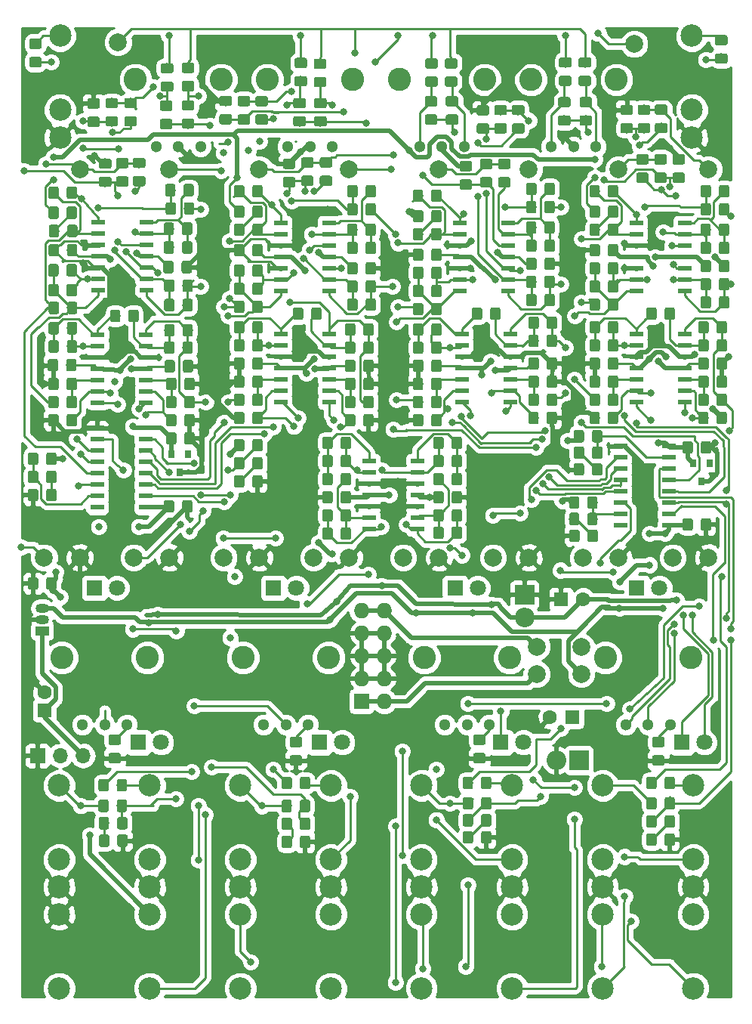
<source format=gbr>
%TF.GenerationSoftware,KiCad,Pcbnew,(5.0.1)-3*%
%TF.CreationDate,2020-04-13T21:00:07+01:00*%
%TF.ProjectId,pcb,7063622E6B696361645F706362000000,rev?*%
%TF.SameCoordinates,Original*%
%TF.FileFunction,Copper,L2,Bot,Signal*%
%TF.FilePolarity,Positive*%
%FSLAX46Y46*%
G04 Gerber Fmt 4.6, Leading zero omitted, Abs format (unit mm)*
G04 Created by KiCad (PCBNEW (5.0.1)-3) date 13/04/2020 21:00:07*
%MOMM*%
%LPD*%
G01*
G04 APERTURE LIST*
%ADD10O,2.200000X2.200000*%
%ADD11R,2.200000X2.200000*%
%ADD12C,0.400000*%
%ADD13C,1.150000*%
%ADD14C,2.000000*%
%ADD15C,1.600000*%
%ADD16R,1.600000X1.600000*%
%ADD17R,1.800000X1.800000*%
%ADD18C,1.800000*%
%ADD19R,0.800000X0.900000*%
%ADD20C,2.500000*%
%ADD21R,1.727200X1.727200*%
%ADD22O,1.727200X1.727200*%
%ADD23R,1.700000X1.700000*%
%ADD24O,1.700000X1.700000*%
%ADD25C,1.300000*%
%ADD26C,2.600000*%
%ADD27R,1.500000X0.600000*%
%ADD28O,1.500000X1.050000*%
%ADD29R,1.500000X1.050000*%
%ADD30C,0.800000*%
%ADD31C,0.250000*%
%ADD32C,0.500000*%
%ADD33C,0.254000*%
G04 APERTURE END LIST*
D10*
X73152000Y-95250000D03*
D11*
X75692000Y-95250000D03*
D10*
X69596000Y-79248000D03*
D11*
X69596000Y-76708000D03*
D12*
G36*
X62334505Y-58991204D02*
X62358773Y-58994804D01*
X62382572Y-59000765D01*
X62405671Y-59009030D01*
X62427850Y-59019520D01*
X62448893Y-59032132D01*
X62468599Y-59046747D01*
X62486777Y-59063223D01*
X62503253Y-59081401D01*
X62517868Y-59101107D01*
X62530480Y-59122150D01*
X62540970Y-59144329D01*
X62549235Y-59167428D01*
X62555196Y-59191227D01*
X62558796Y-59215495D01*
X62560000Y-59239999D01*
X62560000Y-60140001D01*
X62558796Y-60164505D01*
X62555196Y-60188773D01*
X62549235Y-60212572D01*
X62540970Y-60235671D01*
X62530480Y-60257850D01*
X62517868Y-60278893D01*
X62503253Y-60298599D01*
X62486777Y-60316777D01*
X62468599Y-60333253D01*
X62448893Y-60347868D01*
X62427850Y-60360480D01*
X62405671Y-60370970D01*
X62382572Y-60379235D01*
X62358773Y-60385196D01*
X62334505Y-60388796D01*
X62310001Y-60390000D01*
X61659999Y-60390000D01*
X61635495Y-60388796D01*
X61611227Y-60385196D01*
X61587428Y-60379235D01*
X61564329Y-60370970D01*
X61542150Y-60360480D01*
X61521107Y-60347868D01*
X61501401Y-60333253D01*
X61483223Y-60316777D01*
X61466747Y-60298599D01*
X61452132Y-60278893D01*
X61439520Y-60257850D01*
X61429030Y-60235671D01*
X61420765Y-60212572D01*
X61414804Y-60188773D01*
X61411204Y-60164505D01*
X61410000Y-60140001D01*
X61410000Y-59239999D01*
X61411204Y-59215495D01*
X61414804Y-59191227D01*
X61420765Y-59167428D01*
X61429030Y-59144329D01*
X61439520Y-59122150D01*
X61452132Y-59101107D01*
X61466747Y-59081401D01*
X61483223Y-59063223D01*
X61501401Y-59046747D01*
X61521107Y-59032132D01*
X61542150Y-59019520D01*
X61564329Y-59009030D01*
X61587428Y-59000765D01*
X61611227Y-58994804D01*
X61635495Y-58991204D01*
X61659999Y-58990000D01*
X62310001Y-58990000D01*
X62334505Y-58991204D01*
X62334505Y-58991204D01*
G37*
D13*
X61985000Y-59690000D03*
D12*
G36*
X60284505Y-58991204D02*
X60308773Y-58994804D01*
X60332572Y-59000765D01*
X60355671Y-59009030D01*
X60377850Y-59019520D01*
X60398893Y-59032132D01*
X60418599Y-59046747D01*
X60436777Y-59063223D01*
X60453253Y-59081401D01*
X60467868Y-59101107D01*
X60480480Y-59122150D01*
X60490970Y-59144329D01*
X60499235Y-59167428D01*
X60505196Y-59191227D01*
X60508796Y-59215495D01*
X60510000Y-59239999D01*
X60510000Y-60140001D01*
X60508796Y-60164505D01*
X60505196Y-60188773D01*
X60499235Y-60212572D01*
X60490970Y-60235671D01*
X60480480Y-60257850D01*
X60467868Y-60278893D01*
X60453253Y-60298599D01*
X60436777Y-60316777D01*
X60418599Y-60333253D01*
X60398893Y-60347868D01*
X60377850Y-60360480D01*
X60355671Y-60370970D01*
X60332572Y-60379235D01*
X60308773Y-60385196D01*
X60284505Y-60388796D01*
X60260001Y-60390000D01*
X59609999Y-60390000D01*
X59585495Y-60388796D01*
X59561227Y-60385196D01*
X59537428Y-60379235D01*
X59514329Y-60370970D01*
X59492150Y-60360480D01*
X59471107Y-60347868D01*
X59451401Y-60333253D01*
X59433223Y-60316777D01*
X59416747Y-60298599D01*
X59402132Y-60278893D01*
X59389520Y-60257850D01*
X59379030Y-60235671D01*
X59370765Y-60212572D01*
X59364804Y-60188773D01*
X59361204Y-60164505D01*
X59360000Y-60140001D01*
X59360000Y-59239999D01*
X59361204Y-59215495D01*
X59364804Y-59191227D01*
X59370765Y-59167428D01*
X59379030Y-59144329D01*
X59389520Y-59122150D01*
X59402132Y-59101107D01*
X59416747Y-59081401D01*
X59433223Y-59063223D01*
X59451401Y-59046747D01*
X59471107Y-59032132D01*
X59492150Y-59019520D01*
X59514329Y-59009030D01*
X59537428Y-59000765D01*
X59561227Y-58994804D01*
X59585495Y-58991204D01*
X59609999Y-58990000D01*
X60260001Y-58990000D01*
X60284505Y-58991204D01*
X60284505Y-58991204D01*
G37*
D13*
X59935000Y-59690000D03*
D12*
G36*
X92052505Y-50101204D02*
X92076773Y-50104804D01*
X92100572Y-50110765D01*
X92123671Y-50119030D01*
X92145850Y-50129520D01*
X92166893Y-50142132D01*
X92186599Y-50156747D01*
X92204777Y-50173223D01*
X92221253Y-50191401D01*
X92235868Y-50211107D01*
X92248480Y-50232150D01*
X92258970Y-50254329D01*
X92267235Y-50277428D01*
X92273196Y-50301227D01*
X92276796Y-50325495D01*
X92278000Y-50349999D01*
X92278000Y-51250001D01*
X92276796Y-51274505D01*
X92273196Y-51298773D01*
X92267235Y-51322572D01*
X92258970Y-51345671D01*
X92248480Y-51367850D01*
X92235868Y-51388893D01*
X92221253Y-51408599D01*
X92204777Y-51426777D01*
X92186599Y-51443253D01*
X92166893Y-51457868D01*
X92145850Y-51470480D01*
X92123671Y-51480970D01*
X92100572Y-51489235D01*
X92076773Y-51495196D01*
X92052505Y-51498796D01*
X92028001Y-51500000D01*
X91377999Y-51500000D01*
X91353495Y-51498796D01*
X91329227Y-51495196D01*
X91305428Y-51489235D01*
X91282329Y-51480970D01*
X91260150Y-51470480D01*
X91239107Y-51457868D01*
X91219401Y-51443253D01*
X91201223Y-51426777D01*
X91184747Y-51408599D01*
X91170132Y-51388893D01*
X91157520Y-51367850D01*
X91147030Y-51345671D01*
X91138765Y-51322572D01*
X91132804Y-51298773D01*
X91129204Y-51274505D01*
X91128000Y-51250001D01*
X91128000Y-50349999D01*
X91129204Y-50325495D01*
X91132804Y-50301227D01*
X91138765Y-50277428D01*
X91147030Y-50254329D01*
X91157520Y-50232150D01*
X91170132Y-50211107D01*
X91184747Y-50191401D01*
X91201223Y-50173223D01*
X91219401Y-50156747D01*
X91239107Y-50142132D01*
X91260150Y-50129520D01*
X91282329Y-50119030D01*
X91305428Y-50110765D01*
X91329227Y-50104804D01*
X91353495Y-50101204D01*
X91377999Y-50100000D01*
X92028001Y-50100000D01*
X92052505Y-50101204D01*
X92052505Y-50101204D01*
G37*
D13*
X91703000Y-50800000D03*
D12*
G36*
X90002505Y-50101204D02*
X90026773Y-50104804D01*
X90050572Y-50110765D01*
X90073671Y-50119030D01*
X90095850Y-50129520D01*
X90116893Y-50142132D01*
X90136599Y-50156747D01*
X90154777Y-50173223D01*
X90171253Y-50191401D01*
X90185868Y-50211107D01*
X90198480Y-50232150D01*
X90208970Y-50254329D01*
X90217235Y-50277428D01*
X90223196Y-50301227D01*
X90226796Y-50325495D01*
X90228000Y-50349999D01*
X90228000Y-51250001D01*
X90226796Y-51274505D01*
X90223196Y-51298773D01*
X90217235Y-51322572D01*
X90208970Y-51345671D01*
X90198480Y-51367850D01*
X90185868Y-51388893D01*
X90171253Y-51408599D01*
X90154777Y-51426777D01*
X90136599Y-51443253D01*
X90116893Y-51457868D01*
X90095850Y-51470480D01*
X90073671Y-51480970D01*
X90050572Y-51489235D01*
X90026773Y-51495196D01*
X90002505Y-51498796D01*
X89978001Y-51500000D01*
X89327999Y-51500000D01*
X89303495Y-51498796D01*
X89279227Y-51495196D01*
X89255428Y-51489235D01*
X89232329Y-51480970D01*
X89210150Y-51470480D01*
X89189107Y-51457868D01*
X89169401Y-51443253D01*
X89151223Y-51426777D01*
X89134747Y-51408599D01*
X89120132Y-51388893D01*
X89107520Y-51367850D01*
X89097030Y-51345671D01*
X89088765Y-51322572D01*
X89082804Y-51298773D01*
X89079204Y-51274505D01*
X89078000Y-51250001D01*
X89078000Y-50349999D01*
X89079204Y-50325495D01*
X89082804Y-50301227D01*
X89088765Y-50277428D01*
X89097030Y-50254329D01*
X89107520Y-50232150D01*
X89120132Y-50211107D01*
X89134747Y-50191401D01*
X89151223Y-50173223D01*
X89169401Y-50156747D01*
X89189107Y-50142132D01*
X89210150Y-50129520D01*
X89232329Y-50119030D01*
X89255428Y-50110765D01*
X89279227Y-50104804D01*
X89303495Y-50101204D01*
X89327999Y-50100000D01*
X89978001Y-50100000D01*
X90002505Y-50101204D01*
X90002505Y-50101204D01*
G37*
D13*
X89653000Y-50800000D03*
D12*
G36*
X79860505Y-50101204D02*
X79884773Y-50104804D01*
X79908572Y-50110765D01*
X79931671Y-50119030D01*
X79953850Y-50129520D01*
X79974893Y-50142132D01*
X79994599Y-50156747D01*
X80012777Y-50173223D01*
X80029253Y-50191401D01*
X80043868Y-50211107D01*
X80056480Y-50232150D01*
X80066970Y-50254329D01*
X80075235Y-50277428D01*
X80081196Y-50301227D01*
X80084796Y-50325495D01*
X80086000Y-50349999D01*
X80086000Y-51250001D01*
X80084796Y-51274505D01*
X80081196Y-51298773D01*
X80075235Y-51322572D01*
X80066970Y-51345671D01*
X80056480Y-51367850D01*
X80043868Y-51388893D01*
X80029253Y-51408599D01*
X80012777Y-51426777D01*
X79994599Y-51443253D01*
X79974893Y-51457868D01*
X79953850Y-51470480D01*
X79931671Y-51480970D01*
X79908572Y-51489235D01*
X79884773Y-51495196D01*
X79860505Y-51498796D01*
X79836001Y-51500000D01*
X79185999Y-51500000D01*
X79161495Y-51498796D01*
X79137227Y-51495196D01*
X79113428Y-51489235D01*
X79090329Y-51480970D01*
X79068150Y-51470480D01*
X79047107Y-51457868D01*
X79027401Y-51443253D01*
X79009223Y-51426777D01*
X78992747Y-51408599D01*
X78978132Y-51388893D01*
X78965520Y-51367850D01*
X78955030Y-51345671D01*
X78946765Y-51322572D01*
X78940804Y-51298773D01*
X78937204Y-51274505D01*
X78936000Y-51250001D01*
X78936000Y-50349999D01*
X78937204Y-50325495D01*
X78940804Y-50301227D01*
X78946765Y-50277428D01*
X78955030Y-50254329D01*
X78965520Y-50232150D01*
X78978132Y-50211107D01*
X78992747Y-50191401D01*
X79009223Y-50173223D01*
X79027401Y-50156747D01*
X79047107Y-50142132D01*
X79068150Y-50129520D01*
X79090329Y-50119030D01*
X79113428Y-50110765D01*
X79137227Y-50104804D01*
X79161495Y-50101204D01*
X79185999Y-50100000D01*
X79836001Y-50100000D01*
X79860505Y-50101204D01*
X79860505Y-50101204D01*
G37*
D13*
X79511000Y-50800000D03*
D12*
G36*
X77810505Y-50101204D02*
X77834773Y-50104804D01*
X77858572Y-50110765D01*
X77881671Y-50119030D01*
X77903850Y-50129520D01*
X77924893Y-50142132D01*
X77944599Y-50156747D01*
X77962777Y-50173223D01*
X77979253Y-50191401D01*
X77993868Y-50211107D01*
X78006480Y-50232150D01*
X78016970Y-50254329D01*
X78025235Y-50277428D01*
X78031196Y-50301227D01*
X78034796Y-50325495D01*
X78036000Y-50349999D01*
X78036000Y-51250001D01*
X78034796Y-51274505D01*
X78031196Y-51298773D01*
X78025235Y-51322572D01*
X78016970Y-51345671D01*
X78006480Y-51367850D01*
X77993868Y-51388893D01*
X77979253Y-51408599D01*
X77962777Y-51426777D01*
X77944599Y-51443253D01*
X77924893Y-51457868D01*
X77903850Y-51470480D01*
X77881671Y-51480970D01*
X77858572Y-51489235D01*
X77834773Y-51495196D01*
X77810505Y-51498796D01*
X77786001Y-51500000D01*
X77135999Y-51500000D01*
X77111495Y-51498796D01*
X77087227Y-51495196D01*
X77063428Y-51489235D01*
X77040329Y-51480970D01*
X77018150Y-51470480D01*
X76997107Y-51457868D01*
X76977401Y-51443253D01*
X76959223Y-51426777D01*
X76942747Y-51408599D01*
X76928132Y-51388893D01*
X76915520Y-51367850D01*
X76905030Y-51345671D01*
X76896765Y-51322572D01*
X76890804Y-51298773D01*
X76887204Y-51274505D01*
X76886000Y-51250001D01*
X76886000Y-50349999D01*
X76887204Y-50325495D01*
X76890804Y-50301227D01*
X76896765Y-50277428D01*
X76905030Y-50254329D01*
X76915520Y-50232150D01*
X76928132Y-50211107D01*
X76942747Y-50191401D01*
X76959223Y-50173223D01*
X76977401Y-50156747D01*
X76997107Y-50142132D01*
X77018150Y-50129520D01*
X77040329Y-50119030D01*
X77063428Y-50110765D01*
X77087227Y-50104804D01*
X77111495Y-50101204D01*
X77135999Y-50100000D01*
X77786001Y-50100000D01*
X77810505Y-50101204D01*
X77810505Y-50101204D01*
G37*
D13*
X77461000Y-50800000D03*
D12*
G36*
X77810505Y-37401204D02*
X77834773Y-37404804D01*
X77858572Y-37410765D01*
X77881671Y-37419030D01*
X77903850Y-37429520D01*
X77924893Y-37442132D01*
X77944599Y-37456747D01*
X77962777Y-37473223D01*
X77979253Y-37491401D01*
X77993868Y-37511107D01*
X78006480Y-37532150D01*
X78016970Y-37554329D01*
X78025235Y-37577428D01*
X78031196Y-37601227D01*
X78034796Y-37625495D01*
X78036000Y-37649999D01*
X78036000Y-38550001D01*
X78034796Y-38574505D01*
X78031196Y-38598773D01*
X78025235Y-38622572D01*
X78016970Y-38645671D01*
X78006480Y-38667850D01*
X77993868Y-38688893D01*
X77979253Y-38708599D01*
X77962777Y-38726777D01*
X77944599Y-38743253D01*
X77924893Y-38757868D01*
X77903850Y-38770480D01*
X77881671Y-38780970D01*
X77858572Y-38789235D01*
X77834773Y-38795196D01*
X77810505Y-38798796D01*
X77786001Y-38800000D01*
X77135999Y-38800000D01*
X77111495Y-38798796D01*
X77087227Y-38795196D01*
X77063428Y-38789235D01*
X77040329Y-38780970D01*
X77018150Y-38770480D01*
X76997107Y-38757868D01*
X76977401Y-38743253D01*
X76959223Y-38726777D01*
X76942747Y-38708599D01*
X76928132Y-38688893D01*
X76915520Y-38667850D01*
X76905030Y-38645671D01*
X76896765Y-38622572D01*
X76890804Y-38598773D01*
X76887204Y-38574505D01*
X76886000Y-38550001D01*
X76886000Y-37649999D01*
X76887204Y-37625495D01*
X76890804Y-37601227D01*
X76896765Y-37577428D01*
X76905030Y-37554329D01*
X76915520Y-37532150D01*
X76928132Y-37511107D01*
X76942747Y-37491401D01*
X76959223Y-37473223D01*
X76977401Y-37456747D01*
X76997107Y-37442132D01*
X77018150Y-37429520D01*
X77040329Y-37419030D01*
X77063428Y-37410765D01*
X77087227Y-37404804D01*
X77111495Y-37401204D01*
X77135999Y-37400000D01*
X77786001Y-37400000D01*
X77810505Y-37401204D01*
X77810505Y-37401204D01*
G37*
D13*
X77461000Y-38100000D03*
D12*
G36*
X79860505Y-37401204D02*
X79884773Y-37404804D01*
X79908572Y-37410765D01*
X79931671Y-37419030D01*
X79953850Y-37429520D01*
X79974893Y-37442132D01*
X79994599Y-37456747D01*
X80012777Y-37473223D01*
X80029253Y-37491401D01*
X80043868Y-37511107D01*
X80056480Y-37532150D01*
X80066970Y-37554329D01*
X80075235Y-37577428D01*
X80081196Y-37601227D01*
X80084796Y-37625495D01*
X80086000Y-37649999D01*
X80086000Y-38550001D01*
X80084796Y-38574505D01*
X80081196Y-38598773D01*
X80075235Y-38622572D01*
X80066970Y-38645671D01*
X80056480Y-38667850D01*
X80043868Y-38688893D01*
X80029253Y-38708599D01*
X80012777Y-38726777D01*
X79994599Y-38743253D01*
X79974893Y-38757868D01*
X79953850Y-38770480D01*
X79931671Y-38780970D01*
X79908572Y-38789235D01*
X79884773Y-38795196D01*
X79860505Y-38798796D01*
X79836001Y-38800000D01*
X79185999Y-38800000D01*
X79161495Y-38798796D01*
X79137227Y-38795196D01*
X79113428Y-38789235D01*
X79090329Y-38780970D01*
X79068150Y-38770480D01*
X79047107Y-38757868D01*
X79027401Y-38743253D01*
X79009223Y-38726777D01*
X78992747Y-38708599D01*
X78978132Y-38688893D01*
X78965520Y-38667850D01*
X78955030Y-38645671D01*
X78946765Y-38622572D01*
X78940804Y-38598773D01*
X78937204Y-38574505D01*
X78936000Y-38550001D01*
X78936000Y-37649999D01*
X78937204Y-37625495D01*
X78940804Y-37601227D01*
X78946765Y-37577428D01*
X78955030Y-37554329D01*
X78965520Y-37532150D01*
X78978132Y-37511107D01*
X78992747Y-37491401D01*
X79009223Y-37473223D01*
X79027401Y-37456747D01*
X79047107Y-37442132D01*
X79068150Y-37429520D01*
X79090329Y-37419030D01*
X79113428Y-37410765D01*
X79137227Y-37404804D01*
X79161495Y-37401204D01*
X79185999Y-37400000D01*
X79836001Y-37400000D01*
X79860505Y-37401204D01*
X79860505Y-37401204D01*
G37*
D13*
X79511000Y-38100000D03*
D12*
G36*
X90256505Y-39179204D02*
X90280773Y-39182804D01*
X90304572Y-39188765D01*
X90327671Y-39197030D01*
X90349850Y-39207520D01*
X90370893Y-39220132D01*
X90390599Y-39234747D01*
X90408777Y-39251223D01*
X90425253Y-39269401D01*
X90439868Y-39289107D01*
X90452480Y-39310150D01*
X90462970Y-39332329D01*
X90471235Y-39355428D01*
X90477196Y-39379227D01*
X90480796Y-39403495D01*
X90482000Y-39427999D01*
X90482000Y-40328001D01*
X90480796Y-40352505D01*
X90477196Y-40376773D01*
X90471235Y-40400572D01*
X90462970Y-40423671D01*
X90452480Y-40445850D01*
X90439868Y-40466893D01*
X90425253Y-40486599D01*
X90408777Y-40504777D01*
X90390599Y-40521253D01*
X90370893Y-40535868D01*
X90349850Y-40548480D01*
X90327671Y-40558970D01*
X90304572Y-40567235D01*
X90280773Y-40573196D01*
X90256505Y-40576796D01*
X90232001Y-40578000D01*
X89581999Y-40578000D01*
X89557495Y-40576796D01*
X89533227Y-40573196D01*
X89509428Y-40567235D01*
X89486329Y-40558970D01*
X89464150Y-40548480D01*
X89443107Y-40535868D01*
X89423401Y-40521253D01*
X89405223Y-40504777D01*
X89388747Y-40486599D01*
X89374132Y-40466893D01*
X89361520Y-40445850D01*
X89351030Y-40423671D01*
X89342765Y-40400572D01*
X89336804Y-40376773D01*
X89333204Y-40352505D01*
X89332000Y-40328001D01*
X89332000Y-39427999D01*
X89333204Y-39403495D01*
X89336804Y-39379227D01*
X89342765Y-39355428D01*
X89351030Y-39332329D01*
X89361520Y-39310150D01*
X89374132Y-39289107D01*
X89388747Y-39269401D01*
X89405223Y-39251223D01*
X89423401Y-39234747D01*
X89443107Y-39220132D01*
X89464150Y-39207520D01*
X89486329Y-39197030D01*
X89509428Y-39188765D01*
X89533227Y-39182804D01*
X89557495Y-39179204D01*
X89581999Y-39178000D01*
X90232001Y-39178000D01*
X90256505Y-39179204D01*
X90256505Y-39179204D01*
G37*
D13*
X89907000Y-39878000D03*
D12*
G36*
X92306505Y-39179204D02*
X92330773Y-39182804D01*
X92354572Y-39188765D01*
X92377671Y-39197030D01*
X92399850Y-39207520D01*
X92420893Y-39220132D01*
X92440599Y-39234747D01*
X92458777Y-39251223D01*
X92475253Y-39269401D01*
X92489868Y-39289107D01*
X92502480Y-39310150D01*
X92512970Y-39332329D01*
X92521235Y-39355428D01*
X92527196Y-39379227D01*
X92530796Y-39403495D01*
X92532000Y-39427999D01*
X92532000Y-40328001D01*
X92530796Y-40352505D01*
X92527196Y-40376773D01*
X92521235Y-40400572D01*
X92512970Y-40423671D01*
X92502480Y-40445850D01*
X92489868Y-40466893D01*
X92475253Y-40486599D01*
X92458777Y-40504777D01*
X92440599Y-40521253D01*
X92420893Y-40535868D01*
X92399850Y-40548480D01*
X92377671Y-40558970D01*
X92354572Y-40567235D01*
X92330773Y-40573196D01*
X92306505Y-40576796D01*
X92282001Y-40578000D01*
X91631999Y-40578000D01*
X91607495Y-40576796D01*
X91583227Y-40573196D01*
X91559428Y-40567235D01*
X91536329Y-40558970D01*
X91514150Y-40548480D01*
X91493107Y-40535868D01*
X91473401Y-40521253D01*
X91455223Y-40504777D01*
X91438747Y-40486599D01*
X91424132Y-40466893D01*
X91411520Y-40445850D01*
X91401030Y-40423671D01*
X91392765Y-40400572D01*
X91386804Y-40376773D01*
X91383204Y-40352505D01*
X91382000Y-40328001D01*
X91382000Y-39427999D01*
X91383204Y-39403495D01*
X91386804Y-39379227D01*
X91392765Y-39355428D01*
X91401030Y-39332329D01*
X91411520Y-39310150D01*
X91424132Y-39289107D01*
X91438747Y-39269401D01*
X91455223Y-39251223D01*
X91473401Y-39234747D01*
X91493107Y-39220132D01*
X91514150Y-39207520D01*
X91536329Y-39197030D01*
X91559428Y-39188765D01*
X91583227Y-39182804D01*
X91607495Y-39179204D01*
X91631999Y-39178000D01*
X92282001Y-39178000D01*
X92306505Y-39179204D01*
X92306505Y-39179204D01*
G37*
D13*
X91957000Y-39878000D03*
D12*
G36*
X73011505Y-50101204D02*
X73035773Y-50104804D01*
X73059572Y-50110765D01*
X73082671Y-50119030D01*
X73104850Y-50129520D01*
X73125893Y-50142132D01*
X73145599Y-50156747D01*
X73163777Y-50173223D01*
X73180253Y-50191401D01*
X73194868Y-50211107D01*
X73207480Y-50232150D01*
X73217970Y-50254329D01*
X73226235Y-50277428D01*
X73232196Y-50301227D01*
X73235796Y-50325495D01*
X73237000Y-50349999D01*
X73237000Y-51250001D01*
X73235796Y-51274505D01*
X73232196Y-51298773D01*
X73226235Y-51322572D01*
X73217970Y-51345671D01*
X73207480Y-51367850D01*
X73194868Y-51388893D01*
X73180253Y-51408599D01*
X73163777Y-51426777D01*
X73145599Y-51443253D01*
X73125893Y-51457868D01*
X73104850Y-51470480D01*
X73082671Y-51480970D01*
X73059572Y-51489235D01*
X73035773Y-51495196D01*
X73011505Y-51498796D01*
X72987001Y-51500000D01*
X72336999Y-51500000D01*
X72312495Y-51498796D01*
X72288227Y-51495196D01*
X72264428Y-51489235D01*
X72241329Y-51480970D01*
X72219150Y-51470480D01*
X72198107Y-51457868D01*
X72178401Y-51443253D01*
X72160223Y-51426777D01*
X72143747Y-51408599D01*
X72129132Y-51388893D01*
X72116520Y-51367850D01*
X72106030Y-51345671D01*
X72097765Y-51322572D01*
X72091804Y-51298773D01*
X72088204Y-51274505D01*
X72087000Y-51250001D01*
X72087000Y-50349999D01*
X72088204Y-50325495D01*
X72091804Y-50301227D01*
X72097765Y-50277428D01*
X72106030Y-50254329D01*
X72116520Y-50232150D01*
X72129132Y-50211107D01*
X72143747Y-50191401D01*
X72160223Y-50173223D01*
X72178401Y-50156747D01*
X72198107Y-50142132D01*
X72219150Y-50129520D01*
X72241329Y-50119030D01*
X72264428Y-50110765D01*
X72288227Y-50104804D01*
X72312495Y-50101204D01*
X72336999Y-50100000D01*
X72987001Y-50100000D01*
X73011505Y-50101204D01*
X73011505Y-50101204D01*
G37*
D13*
X72662000Y-50800000D03*
D12*
G36*
X70961505Y-50101204D02*
X70985773Y-50104804D01*
X71009572Y-50110765D01*
X71032671Y-50119030D01*
X71054850Y-50129520D01*
X71075893Y-50142132D01*
X71095599Y-50156747D01*
X71113777Y-50173223D01*
X71130253Y-50191401D01*
X71144868Y-50211107D01*
X71157480Y-50232150D01*
X71167970Y-50254329D01*
X71176235Y-50277428D01*
X71182196Y-50301227D01*
X71185796Y-50325495D01*
X71187000Y-50349999D01*
X71187000Y-51250001D01*
X71185796Y-51274505D01*
X71182196Y-51298773D01*
X71176235Y-51322572D01*
X71167970Y-51345671D01*
X71157480Y-51367850D01*
X71144868Y-51388893D01*
X71130253Y-51408599D01*
X71113777Y-51426777D01*
X71095599Y-51443253D01*
X71075893Y-51457868D01*
X71054850Y-51470480D01*
X71032671Y-51480970D01*
X71009572Y-51489235D01*
X70985773Y-51495196D01*
X70961505Y-51498796D01*
X70937001Y-51500000D01*
X70286999Y-51500000D01*
X70262495Y-51498796D01*
X70238227Y-51495196D01*
X70214428Y-51489235D01*
X70191329Y-51480970D01*
X70169150Y-51470480D01*
X70148107Y-51457868D01*
X70128401Y-51443253D01*
X70110223Y-51426777D01*
X70093747Y-51408599D01*
X70079132Y-51388893D01*
X70066520Y-51367850D01*
X70056030Y-51345671D01*
X70047765Y-51322572D01*
X70041804Y-51298773D01*
X70038204Y-51274505D01*
X70037000Y-51250001D01*
X70037000Y-50349999D01*
X70038204Y-50325495D01*
X70041804Y-50301227D01*
X70047765Y-50277428D01*
X70056030Y-50254329D01*
X70066520Y-50232150D01*
X70079132Y-50211107D01*
X70093747Y-50191401D01*
X70110223Y-50173223D01*
X70128401Y-50156747D01*
X70148107Y-50142132D01*
X70169150Y-50129520D01*
X70191329Y-50119030D01*
X70214428Y-50110765D01*
X70238227Y-50104804D01*
X70262495Y-50101204D01*
X70286999Y-50100000D01*
X70937001Y-50100000D01*
X70961505Y-50101204D01*
X70961505Y-50101204D01*
G37*
D13*
X70612000Y-50800000D03*
D12*
G36*
X60057505Y-50355204D02*
X60081773Y-50358804D01*
X60105572Y-50364765D01*
X60128671Y-50373030D01*
X60150850Y-50383520D01*
X60171893Y-50396132D01*
X60191599Y-50410747D01*
X60209777Y-50427223D01*
X60226253Y-50445401D01*
X60240868Y-50465107D01*
X60253480Y-50486150D01*
X60263970Y-50508329D01*
X60272235Y-50531428D01*
X60278196Y-50555227D01*
X60281796Y-50579495D01*
X60283000Y-50603999D01*
X60283000Y-51504001D01*
X60281796Y-51528505D01*
X60278196Y-51552773D01*
X60272235Y-51576572D01*
X60263970Y-51599671D01*
X60253480Y-51621850D01*
X60240868Y-51642893D01*
X60226253Y-51662599D01*
X60209777Y-51680777D01*
X60191599Y-51697253D01*
X60171893Y-51711868D01*
X60150850Y-51724480D01*
X60128671Y-51734970D01*
X60105572Y-51743235D01*
X60081773Y-51749196D01*
X60057505Y-51752796D01*
X60033001Y-51754000D01*
X59382999Y-51754000D01*
X59358495Y-51752796D01*
X59334227Y-51749196D01*
X59310428Y-51743235D01*
X59287329Y-51734970D01*
X59265150Y-51724480D01*
X59244107Y-51711868D01*
X59224401Y-51697253D01*
X59206223Y-51680777D01*
X59189747Y-51662599D01*
X59175132Y-51642893D01*
X59162520Y-51621850D01*
X59152030Y-51599671D01*
X59143765Y-51576572D01*
X59137804Y-51552773D01*
X59134204Y-51528505D01*
X59133000Y-51504001D01*
X59133000Y-50603999D01*
X59134204Y-50579495D01*
X59137804Y-50555227D01*
X59143765Y-50531428D01*
X59152030Y-50508329D01*
X59162520Y-50486150D01*
X59175132Y-50465107D01*
X59189747Y-50445401D01*
X59206223Y-50427223D01*
X59224401Y-50410747D01*
X59244107Y-50396132D01*
X59265150Y-50383520D01*
X59287329Y-50373030D01*
X59310428Y-50364765D01*
X59334227Y-50358804D01*
X59358495Y-50355204D01*
X59382999Y-50354000D01*
X60033001Y-50354000D01*
X60057505Y-50355204D01*
X60057505Y-50355204D01*
G37*
D13*
X59708000Y-51054000D03*
D12*
G36*
X58007505Y-50355204D02*
X58031773Y-50358804D01*
X58055572Y-50364765D01*
X58078671Y-50373030D01*
X58100850Y-50383520D01*
X58121893Y-50396132D01*
X58141599Y-50410747D01*
X58159777Y-50427223D01*
X58176253Y-50445401D01*
X58190868Y-50465107D01*
X58203480Y-50486150D01*
X58213970Y-50508329D01*
X58222235Y-50531428D01*
X58228196Y-50555227D01*
X58231796Y-50579495D01*
X58233000Y-50603999D01*
X58233000Y-51504001D01*
X58231796Y-51528505D01*
X58228196Y-51552773D01*
X58222235Y-51576572D01*
X58213970Y-51599671D01*
X58203480Y-51621850D01*
X58190868Y-51642893D01*
X58176253Y-51662599D01*
X58159777Y-51680777D01*
X58141599Y-51697253D01*
X58121893Y-51711868D01*
X58100850Y-51724480D01*
X58078671Y-51734970D01*
X58055572Y-51743235D01*
X58031773Y-51749196D01*
X58007505Y-51752796D01*
X57983001Y-51754000D01*
X57332999Y-51754000D01*
X57308495Y-51752796D01*
X57284227Y-51749196D01*
X57260428Y-51743235D01*
X57237329Y-51734970D01*
X57215150Y-51724480D01*
X57194107Y-51711868D01*
X57174401Y-51697253D01*
X57156223Y-51680777D01*
X57139747Y-51662599D01*
X57125132Y-51642893D01*
X57112520Y-51621850D01*
X57102030Y-51599671D01*
X57093765Y-51576572D01*
X57087804Y-51552773D01*
X57084204Y-51528505D01*
X57083000Y-51504001D01*
X57083000Y-50603999D01*
X57084204Y-50579495D01*
X57087804Y-50555227D01*
X57093765Y-50531428D01*
X57102030Y-50508329D01*
X57112520Y-50486150D01*
X57125132Y-50465107D01*
X57139747Y-50445401D01*
X57156223Y-50427223D01*
X57174401Y-50410747D01*
X57194107Y-50396132D01*
X57215150Y-50383520D01*
X57237329Y-50373030D01*
X57260428Y-50364765D01*
X57284227Y-50358804D01*
X57308495Y-50355204D01*
X57332999Y-50354000D01*
X57983001Y-50354000D01*
X58007505Y-50355204D01*
X58007505Y-50355204D01*
G37*
D13*
X57658000Y-51054000D03*
D12*
G36*
X14818505Y-74739204D02*
X14842773Y-74742804D01*
X14866572Y-74748765D01*
X14889671Y-74757030D01*
X14911850Y-74767520D01*
X14932893Y-74780132D01*
X14952599Y-74794747D01*
X14970777Y-74811223D01*
X14987253Y-74829401D01*
X15001868Y-74849107D01*
X15014480Y-74870150D01*
X15024970Y-74892329D01*
X15033235Y-74915428D01*
X15039196Y-74939227D01*
X15042796Y-74963495D01*
X15044000Y-74987999D01*
X15044000Y-75888001D01*
X15042796Y-75912505D01*
X15039196Y-75936773D01*
X15033235Y-75960572D01*
X15024970Y-75983671D01*
X15014480Y-76005850D01*
X15001868Y-76026893D01*
X14987253Y-76046599D01*
X14970777Y-76064777D01*
X14952599Y-76081253D01*
X14932893Y-76095868D01*
X14911850Y-76108480D01*
X14889671Y-76118970D01*
X14866572Y-76127235D01*
X14842773Y-76133196D01*
X14818505Y-76136796D01*
X14794001Y-76138000D01*
X14143999Y-76138000D01*
X14119495Y-76136796D01*
X14095227Y-76133196D01*
X14071428Y-76127235D01*
X14048329Y-76118970D01*
X14026150Y-76108480D01*
X14005107Y-76095868D01*
X13985401Y-76081253D01*
X13967223Y-76064777D01*
X13950747Y-76046599D01*
X13936132Y-76026893D01*
X13923520Y-76005850D01*
X13913030Y-75983671D01*
X13904765Y-75960572D01*
X13898804Y-75936773D01*
X13895204Y-75912505D01*
X13894000Y-75888001D01*
X13894000Y-74987999D01*
X13895204Y-74963495D01*
X13898804Y-74939227D01*
X13904765Y-74915428D01*
X13913030Y-74892329D01*
X13923520Y-74870150D01*
X13936132Y-74849107D01*
X13950747Y-74829401D01*
X13967223Y-74811223D01*
X13985401Y-74794747D01*
X14005107Y-74780132D01*
X14026150Y-74767520D01*
X14048329Y-74757030D01*
X14071428Y-74748765D01*
X14095227Y-74742804D01*
X14119495Y-74739204D01*
X14143999Y-74738000D01*
X14794001Y-74738000D01*
X14818505Y-74739204D01*
X14818505Y-74739204D01*
G37*
D13*
X14469000Y-75438000D03*
D12*
G36*
X16868505Y-74739204D02*
X16892773Y-74742804D01*
X16916572Y-74748765D01*
X16939671Y-74757030D01*
X16961850Y-74767520D01*
X16982893Y-74780132D01*
X17002599Y-74794747D01*
X17020777Y-74811223D01*
X17037253Y-74829401D01*
X17051868Y-74849107D01*
X17064480Y-74870150D01*
X17074970Y-74892329D01*
X17083235Y-74915428D01*
X17089196Y-74939227D01*
X17092796Y-74963495D01*
X17094000Y-74987999D01*
X17094000Y-75888001D01*
X17092796Y-75912505D01*
X17089196Y-75936773D01*
X17083235Y-75960572D01*
X17074970Y-75983671D01*
X17064480Y-76005850D01*
X17051868Y-76026893D01*
X17037253Y-76046599D01*
X17020777Y-76064777D01*
X17002599Y-76081253D01*
X16982893Y-76095868D01*
X16961850Y-76108480D01*
X16939671Y-76118970D01*
X16916572Y-76127235D01*
X16892773Y-76133196D01*
X16868505Y-76136796D01*
X16844001Y-76138000D01*
X16193999Y-76138000D01*
X16169495Y-76136796D01*
X16145227Y-76133196D01*
X16121428Y-76127235D01*
X16098329Y-76118970D01*
X16076150Y-76108480D01*
X16055107Y-76095868D01*
X16035401Y-76081253D01*
X16017223Y-76064777D01*
X16000747Y-76046599D01*
X15986132Y-76026893D01*
X15973520Y-76005850D01*
X15963030Y-75983671D01*
X15954765Y-75960572D01*
X15948804Y-75936773D01*
X15945204Y-75912505D01*
X15944000Y-75888001D01*
X15944000Y-74987999D01*
X15945204Y-74963495D01*
X15948804Y-74939227D01*
X15954765Y-74915428D01*
X15963030Y-74892329D01*
X15973520Y-74870150D01*
X15986132Y-74849107D01*
X16000747Y-74829401D01*
X16017223Y-74811223D01*
X16035401Y-74794747D01*
X16055107Y-74780132D01*
X16076150Y-74767520D01*
X16098329Y-74757030D01*
X16121428Y-74748765D01*
X16145227Y-74742804D01*
X16169495Y-74739204D01*
X16193999Y-74738000D01*
X16844001Y-74738000D01*
X16868505Y-74739204D01*
X16868505Y-74739204D01*
G37*
D13*
X16519000Y-75438000D03*
D12*
G36*
X57998505Y-37909204D02*
X58022773Y-37912804D01*
X58046572Y-37918765D01*
X58069671Y-37927030D01*
X58091850Y-37937520D01*
X58112893Y-37950132D01*
X58132599Y-37964747D01*
X58150777Y-37981223D01*
X58167253Y-37999401D01*
X58181868Y-38019107D01*
X58194480Y-38040150D01*
X58204970Y-38062329D01*
X58213235Y-38085428D01*
X58219196Y-38109227D01*
X58222796Y-38133495D01*
X58224000Y-38157999D01*
X58224000Y-39058001D01*
X58222796Y-39082505D01*
X58219196Y-39106773D01*
X58213235Y-39130572D01*
X58204970Y-39153671D01*
X58194480Y-39175850D01*
X58181868Y-39196893D01*
X58167253Y-39216599D01*
X58150777Y-39234777D01*
X58132599Y-39251253D01*
X58112893Y-39265868D01*
X58091850Y-39278480D01*
X58069671Y-39288970D01*
X58046572Y-39297235D01*
X58022773Y-39303196D01*
X57998505Y-39306796D01*
X57974001Y-39308000D01*
X57323999Y-39308000D01*
X57299495Y-39306796D01*
X57275227Y-39303196D01*
X57251428Y-39297235D01*
X57228329Y-39288970D01*
X57206150Y-39278480D01*
X57185107Y-39265868D01*
X57165401Y-39251253D01*
X57147223Y-39234777D01*
X57130747Y-39216599D01*
X57116132Y-39196893D01*
X57103520Y-39175850D01*
X57093030Y-39153671D01*
X57084765Y-39130572D01*
X57078804Y-39106773D01*
X57075204Y-39082505D01*
X57074000Y-39058001D01*
X57074000Y-38157999D01*
X57075204Y-38133495D01*
X57078804Y-38109227D01*
X57084765Y-38085428D01*
X57093030Y-38062329D01*
X57103520Y-38040150D01*
X57116132Y-38019107D01*
X57130747Y-37999401D01*
X57147223Y-37981223D01*
X57165401Y-37964747D01*
X57185107Y-37950132D01*
X57206150Y-37937520D01*
X57228329Y-37927030D01*
X57251428Y-37918765D01*
X57275227Y-37912804D01*
X57299495Y-37909204D01*
X57323999Y-37908000D01*
X57974001Y-37908000D01*
X57998505Y-37909204D01*
X57998505Y-37909204D01*
G37*
D13*
X57649000Y-38608000D03*
D12*
G36*
X60048505Y-37909204D02*
X60072773Y-37912804D01*
X60096572Y-37918765D01*
X60119671Y-37927030D01*
X60141850Y-37937520D01*
X60162893Y-37950132D01*
X60182599Y-37964747D01*
X60200777Y-37981223D01*
X60217253Y-37999401D01*
X60231868Y-38019107D01*
X60244480Y-38040150D01*
X60254970Y-38062329D01*
X60263235Y-38085428D01*
X60269196Y-38109227D01*
X60272796Y-38133495D01*
X60274000Y-38157999D01*
X60274000Y-39058001D01*
X60272796Y-39082505D01*
X60269196Y-39106773D01*
X60263235Y-39130572D01*
X60254970Y-39153671D01*
X60244480Y-39175850D01*
X60231868Y-39196893D01*
X60217253Y-39216599D01*
X60200777Y-39234777D01*
X60182599Y-39251253D01*
X60162893Y-39265868D01*
X60141850Y-39278480D01*
X60119671Y-39288970D01*
X60096572Y-39297235D01*
X60072773Y-39303196D01*
X60048505Y-39306796D01*
X60024001Y-39308000D01*
X59373999Y-39308000D01*
X59349495Y-39306796D01*
X59325227Y-39303196D01*
X59301428Y-39297235D01*
X59278329Y-39288970D01*
X59256150Y-39278480D01*
X59235107Y-39265868D01*
X59215401Y-39251253D01*
X59197223Y-39234777D01*
X59180747Y-39216599D01*
X59166132Y-39196893D01*
X59153520Y-39175850D01*
X59143030Y-39153671D01*
X59134765Y-39130572D01*
X59128804Y-39106773D01*
X59125204Y-39082505D01*
X59124000Y-39058001D01*
X59124000Y-38157999D01*
X59125204Y-38133495D01*
X59128804Y-38109227D01*
X59134765Y-38085428D01*
X59143030Y-38062329D01*
X59153520Y-38040150D01*
X59166132Y-38019107D01*
X59180747Y-37999401D01*
X59197223Y-37981223D01*
X59215401Y-37964747D01*
X59235107Y-37950132D01*
X59256150Y-37937520D01*
X59278329Y-37927030D01*
X59301428Y-37918765D01*
X59325227Y-37912804D01*
X59349495Y-37909204D01*
X59373999Y-37908000D01*
X60024001Y-37908000D01*
X60048505Y-37909204D01*
X60048505Y-37909204D01*
G37*
D13*
X59699000Y-38608000D03*
D12*
G36*
X70698505Y-38925204D02*
X70722773Y-38928804D01*
X70746572Y-38934765D01*
X70769671Y-38943030D01*
X70791850Y-38953520D01*
X70812893Y-38966132D01*
X70832599Y-38980747D01*
X70850777Y-38997223D01*
X70867253Y-39015401D01*
X70881868Y-39035107D01*
X70894480Y-39056150D01*
X70904970Y-39078329D01*
X70913235Y-39101428D01*
X70919196Y-39125227D01*
X70922796Y-39149495D01*
X70924000Y-39173999D01*
X70924000Y-40074001D01*
X70922796Y-40098505D01*
X70919196Y-40122773D01*
X70913235Y-40146572D01*
X70904970Y-40169671D01*
X70894480Y-40191850D01*
X70881868Y-40212893D01*
X70867253Y-40232599D01*
X70850777Y-40250777D01*
X70832599Y-40267253D01*
X70812893Y-40281868D01*
X70791850Y-40294480D01*
X70769671Y-40304970D01*
X70746572Y-40313235D01*
X70722773Y-40319196D01*
X70698505Y-40322796D01*
X70674001Y-40324000D01*
X70023999Y-40324000D01*
X69999495Y-40322796D01*
X69975227Y-40319196D01*
X69951428Y-40313235D01*
X69928329Y-40304970D01*
X69906150Y-40294480D01*
X69885107Y-40281868D01*
X69865401Y-40267253D01*
X69847223Y-40250777D01*
X69830747Y-40232599D01*
X69816132Y-40212893D01*
X69803520Y-40191850D01*
X69793030Y-40169671D01*
X69784765Y-40146572D01*
X69778804Y-40122773D01*
X69775204Y-40098505D01*
X69774000Y-40074001D01*
X69774000Y-39173999D01*
X69775204Y-39149495D01*
X69778804Y-39125227D01*
X69784765Y-39101428D01*
X69793030Y-39078329D01*
X69803520Y-39056150D01*
X69816132Y-39035107D01*
X69830747Y-39015401D01*
X69847223Y-38997223D01*
X69865401Y-38980747D01*
X69885107Y-38966132D01*
X69906150Y-38953520D01*
X69928329Y-38943030D01*
X69951428Y-38934765D01*
X69975227Y-38928804D01*
X69999495Y-38925204D01*
X70023999Y-38924000D01*
X70674001Y-38924000D01*
X70698505Y-38925204D01*
X70698505Y-38925204D01*
G37*
D13*
X70349000Y-39624000D03*
D12*
G36*
X72748505Y-38925204D02*
X72772773Y-38928804D01*
X72796572Y-38934765D01*
X72819671Y-38943030D01*
X72841850Y-38953520D01*
X72862893Y-38966132D01*
X72882599Y-38980747D01*
X72900777Y-38997223D01*
X72917253Y-39015401D01*
X72931868Y-39035107D01*
X72944480Y-39056150D01*
X72954970Y-39078329D01*
X72963235Y-39101428D01*
X72969196Y-39125227D01*
X72972796Y-39149495D01*
X72974000Y-39173999D01*
X72974000Y-40074001D01*
X72972796Y-40098505D01*
X72969196Y-40122773D01*
X72963235Y-40146572D01*
X72954970Y-40169671D01*
X72944480Y-40191850D01*
X72931868Y-40212893D01*
X72917253Y-40232599D01*
X72900777Y-40250777D01*
X72882599Y-40267253D01*
X72862893Y-40281868D01*
X72841850Y-40294480D01*
X72819671Y-40304970D01*
X72796572Y-40313235D01*
X72772773Y-40319196D01*
X72748505Y-40322796D01*
X72724001Y-40324000D01*
X72073999Y-40324000D01*
X72049495Y-40322796D01*
X72025227Y-40319196D01*
X72001428Y-40313235D01*
X71978329Y-40304970D01*
X71956150Y-40294480D01*
X71935107Y-40281868D01*
X71915401Y-40267253D01*
X71897223Y-40250777D01*
X71880747Y-40232599D01*
X71866132Y-40212893D01*
X71853520Y-40191850D01*
X71843030Y-40169671D01*
X71834765Y-40146572D01*
X71828804Y-40122773D01*
X71825204Y-40098505D01*
X71824000Y-40074001D01*
X71824000Y-39173999D01*
X71825204Y-39149495D01*
X71828804Y-39125227D01*
X71834765Y-39101428D01*
X71843030Y-39078329D01*
X71853520Y-39056150D01*
X71866132Y-39035107D01*
X71880747Y-39015401D01*
X71897223Y-38997223D01*
X71915401Y-38980747D01*
X71935107Y-38966132D01*
X71956150Y-38953520D01*
X71978329Y-38943030D01*
X72001428Y-38934765D01*
X72025227Y-38928804D01*
X72049495Y-38925204D01*
X72073999Y-38924000D01*
X72724001Y-38924000D01*
X72748505Y-38925204D01*
X72748505Y-38925204D01*
G37*
D13*
X72399000Y-39624000D03*
D12*
G36*
X52428505Y-50355204D02*
X52452773Y-50358804D01*
X52476572Y-50364765D01*
X52499671Y-50373030D01*
X52521850Y-50383520D01*
X52542893Y-50396132D01*
X52562599Y-50410747D01*
X52580777Y-50427223D01*
X52597253Y-50445401D01*
X52611868Y-50465107D01*
X52624480Y-50486150D01*
X52634970Y-50508329D01*
X52643235Y-50531428D01*
X52649196Y-50555227D01*
X52652796Y-50579495D01*
X52654000Y-50603999D01*
X52654000Y-51504001D01*
X52652796Y-51528505D01*
X52649196Y-51552773D01*
X52643235Y-51576572D01*
X52634970Y-51599671D01*
X52624480Y-51621850D01*
X52611868Y-51642893D01*
X52597253Y-51662599D01*
X52580777Y-51680777D01*
X52562599Y-51697253D01*
X52542893Y-51711868D01*
X52521850Y-51724480D01*
X52499671Y-51734970D01*
X52476572Y-51743235D01*
X52452773Y-51749196D01*
X52428505Y-51752796D01*
X52404001Y-51754000D01*
X51753999Y-51754000D01*
X51729495Y-51752796D01*
X51705227Y-51749196D01*
X51681428Y-51743235D01*
X51658329Y-51734970D01*
X51636150Y-51724480D01*
X51615107Y-51711868D01*
X51595401Y-51697253D01*
X51577223Y-51680777D01*
X51560747Y-51662599D01*
X51546132Y-51642893D01*
X51533520Y-51621850D01*
X51523030Y-51599671D01*
X51514765Y-51576572D01*
X51508804Y-51552773D01*
X51505204Y-51528505D01*
X51504000Y-51504001D01*
X51504000Y-50603999D01*
X51505204Y-50579495D01*
X51508804Y-50555227D01*
X51514765Y-50531428D01*
X51523030Y-50508329D01*
X51533520Y-50486150D01*
X51546132Y-50465107D01*
X51560747Y-50445401D01*
X51577223Y-50427223D01*
X51595401Y-50410747D01*
X51615107Y-50396132D01*
X51636150Y-50383520D01*
X51658329Y-50373030D01*
X51681428Y-50364765D01*
X51705227Y-50358804D01*
X51729495Y-50355204D01*
X51753999Y-50354000D01*
X52404001Y-50354000D01*
X52428505Y-50355204D01*
X52428505Y-50355204D01*
G37*
D13*
X52079000Y-51054000D03*
D12*
G36*
X50378505Y-50355204D02*
X50402773Y-50358804D01*
X50426572Y-50364765D01*
X50449671Y-50373030D01*
X50471850Y-50383520D01*
X50492893Y-50396132D01*
X50512599Y-50410747D01*
X50530777Y-50427223D01*
X50547253Y-50445401D01*
X50561868Y-50465107D01*
X50574480Y-50486150D01*
X50584970Y-50508329D01*
X50593235Y-50531428D01*
X50599196Y-50555227D01*
X50602796Y-50579495D01*
X50604000Y-50603999D01*
X50604000Y-51504001D01*
X50602796Y-51528505D01*
X50599196Y-51552773D01*
X50593235Y-51576572D01*
X50584970Y-51599671D01*
X50574480Y-51621850D01*
X50561868Y-51642893D01*
X50547253Y-51662599D01*
X50530777Y-51680777D01*
X50512599Y-51697253D01*
X50492893Y-51711868D01*
X50471850Y-51724480D01*
X50449671Y-51734970D01*
X50426572Y-51743235D01*
X50402773Y-51749196D01*
X50378505Y-51752796D01*
X50354001Y-51754000D01*
X49703999Y-51754000D01*
X49679495Y-51752796D01*
X49655227Y-51749196D01*
X49631428Y-51743235D01*
X49608329Y-51734970D01*
X49586150Y-51724480D01*
X49565107Y-51711868D01*
X49545401Y-51697253D01*
X49527223Y-51680777D01*
X49510747Y-51662599D01*
X49496132Y-51642893D01*
X49483520Y-51621850D01*
X49473030Y-51599671D01*
X49464765Y-51576572D01*
X49458804Y-51552773D01*
X49455204Y-51528505D01*
X49454000Y-51504001D01*
X49454000Y-50603999D01*
X49455204Y-50579495D01*
X49458804Y-50555227D01*
X49464765Y-50531428D01*
X49473030Y-50508329D01*
X49483520Y-50486150D01*
X49496132Y-50465107D01*
X49510747Y-50445401D01*
X49527223Y-50427223D01*
X49545401Y-50410747D01*
X49565107Y-50396132D01*
X49586150Y-50383520D01*
X49608329Y-50373030D01*
X49631428Y-50364765D01*
X49655227Y-50358804D01*
X49679495Y-50355204D01*
X49703999Y-50354000D01*
X50354001Y-50354000D01*
X50378505Y-50355204D01*
X50378505Y-50355204D01*
G37*
D13*
X50029000Y-51054000D03*
D12*
G36*
X39982505Y-50101204D02*
X40006773Y-50104804D01*
X40030572Y-50110765D01*
X40053671Y-50119030D01*
X40075850Y-50129520D01*
X40096893Y-50142132D01*
X40116599Y-50156747D01*
X40134777Y-50173223D01*
X40151253Y-50191401D01*
X40165868Y-50211107D01*
X40178480Y-50232150D01*
X40188970Y-50254329D01*
X40197235Y-50277428D01*
X40203196Y-50301227D01*
X40206796Y-50325495D01*
X40208000Y-50349999D01*
X40208000Y-51250001D01*
X40206796Y-51274505D01*
X40203196Y-51298773D01*
X40197235Y-51322572D01*
X40188970Y-51345671D01*
X40178480Y-51367850D01*
X40165868Y-51388893D01*
X40151253Y-51408599D01*
X40134777Y-51426777D01*
X40116599Y-51443253D01*
X40096893Y-51457868D01*
X40075850Y-51470480D01*
X40053671Y-51480970D01*
X40030572Y-51489235D01*
X40006773Y-51495196D01*
X39982505Y-51498796D01*
X39958001Y-51500000D01*
X39307999Y-51500000D01*
X39283495Y-51498796D01*
X39259227Y-51495196D01*
X39235428Y-51489235D01*
X39212329Y-51480970D01*
X39190150Y-51470480D01*
X39169107Y-51457868D01*
X39149401Y-51443253D01*
X39131223Y-51426777D01*
X39114747Y-51408599D01*
X39100132Y-51388893D01*
X39087520Y-51367850D01*
X39077030Y-51345671D01*
X39068765Y-51322572D01*
X39062804Y-51298773D01*
X39059204Y-51274505D01*
X39058000Y-51250001D01*
X39058000Y-50349999D01*
X39059204Y-50325495D01*
X39062804Y-50301227D01*
X39068765Y-50277428D01*
X39077030Y-50254329D01*
X39087520Y-50232150D01*
X39100132Y-50211107D01*
X39114747Y-50191401D01*
X39131223Y-50173223D01*
X39149401Y-50156747D01*
X39169107Y-50142132D01*
X39190150Y-50129520D01*
X39212329Y-50119030D01*
X39235428Y-50110765D01*
X39259227Y-50104804D01*
X39283495Y-50101204D01*
X39307999Y-50100000D01*
X39958001Y-50100000D01*
X39982505Y-50101204D01*
X39982505Y-50101204D01*
G37*
D13*
X39633000Y-50800000D03*
D12*
G36*
X37932505Y-50101204D02*
X37956773Y-50104804D01*
X37980572Y-50110765D01*
X38003671Y-50119030D01*
X38025850Y-50129520D01*
X38046893Y-50142132D01*
X38066599Y-50156747D01*
X38084777Y-50173223D01*
X38101253Y-50191401D01*
X38115868Y-50211107D01*
X38128480Y-50232150D01*
X38138970Y-50254329D01*
X38147235Y-50277428D01*
X38153196Y-50301227D01*
X38156796Y-50325495D01*
X38158000Y-50349999D01*
X38158000Y-51250001D01*
X38156796Y-51274505D01*
X38153196Y-51298773D01*
X38147235Y-51322572D01*
X38138970Y-51345671D01*
X38128480Y-51367850D01*
X38115868Y-51388893D01*
X38101253Y-51408599D01*
X38084777Y-51426777D01*
X38066599Y-51443253D01*
X38046893Y-51457868D01*
X38025850Y-51470480D01*
X38003671Y-51480970D01*
X37980572Y-51489235D01*
X37956773Y-51495196D01*
X37932505Y-51498796D01*
X37908001Y-51500000D01*
X37257999Y-51500000D01*
X37233495Y-51498796D01*
X37209227Y-51495196D01*
X37185428Y-51489235D01*
X37162329Y-51480970D01*
X37140150Y-51470480D01*
X37119107Y-51457868D01*
X37099401Y-51443253D01*
X37081223Y-51426777D01*
X37064747Y-51408599D01*
X37050132Y-51388893D01*
X37037520Y-51367850D01*
X37027030Y-51345671D01*
X37018765Y-51322572D01*
X37012804Y-51298773D01*
X37009204Y-51274505D01*
X37008000Y-51250001D01*
X37008000Y-50349999D01*
X37009204Y-50325495D01*
X37012804Y-50301227D01*
X37018765Y-50277428D01*
X37027030Y-50254329D01*
X37037520Y-50232150D01*
X37050132Y-50211107D01*
X37064747Y-50191401D01*
X37081223Y-50173223D01*
X37099401Y-50156747D01*
X37119107Y-50142132D01*
X37140150Y-50129520D01*
X37162329Y-50119030D01*
X37185428Y-50110765D01*
X37209227Y-50104804D01*
X37233495Y-50101204D01*
X37257999Y-50100000D01*
X37908001Y-50100000D01*
X37932505Y-50101204D01*
X37932505Y-50101204D01*
G37*
D13*
X37583000Y-50800000D03*
D12*
G36*
X37932505Y-37401204D02*
X37956773Y-37404804D01*
X37980572Y-37410765D01*
X38003671Y-37419030D01*
X38025850Y-37429520D01*
X38046893Y-37442132D01*
X38066599Y-37456747D01*
X38084777Y-37473223D01*
X38101253Y-37491401D01*
X38115868Y-37511107D01*
X38128480Y-37532150D01*
X38138970Y-37554329D01*
X38147235Y-37577428D01*
X38153196Y-37601227D01*
X38156796Y-37625495D01*
X38158000Y-37649999D01*
X38158000Y-38550001D01*
X38156796Y-38574505D01*
X38153196Y-38598773D01*
X38147235Y-38622572D01*
X38138970Y-38645671D01*
X38128480Y-38667850D01*
X38115868Y-38688893D01*
X38101253Y-38708599D01*
X38084777Y-38726777D01*
X38066599Y-38743253D01*
X38046893Y-38757868D01*
X38025850Y-38770480D01*
X38003671Y-38780970D01*
X37980572Y-38789235D01*
X37956773Y-38795196D01*
X37932505Y-38798796D01*
X37908001Y-38800000D01*
X37257999Y-38800000D01*
X37233495Y-38798796D01*
X37209227Y-38795196D01*
X37185428Y-38789235D01*
X37162329Y-38780970D01*
X37140150Y-38770480D01*
X37119107Y-38757868D01*
X37099401Y-38743253D01*
X37081223Y-38726777D01*
X37064747Y-38708599D01*
X37050132Y-38688893D01*
X37037520Y-38667850D01*
X37027030Y-38645671D01*
X37018765Y-38622572D01*
X37012804Y-38598773D01*
X37009204Y-38574505D01*
X37008000Y-38550001D01*
X37008000Y-37649999D01*
X37009204Y-37625495D01*
X37012804Y-37601227D01*
X37018765Y-37577428D01*
X37027030Y-37554329D01*
X37037520Y-37532150D01*
X37050132Y-37511107D01*
X37064747Y-37491401D01*
X37081223Y-37473223D01*
X37099401Y-37456747D01*
X37119107Y-37442132D01*
X37140150Y-37429520D01*
X37162329Y-37419030D01*
X37185428Y-37410765D01*
X37209227Y-37404804D01*
X37233495Y-37401204D01*
X37257999Y-37400000D01*
X37908001Y-37400000D01*
X37932505Y-37401204D01*
X37932505Y-37401204D01*
G37*
D13*
X37583000Y-38100000D03*
D12*
G36*
X39982505Y-37401204D02*
X40006773Y-37404804D01*
X40030572Y-37410765D01*
X40053671Y-37419030D01*
X40075850Y-37429520D01*
X40096893Y-37442132D01*
X40116599Y-37456747D01*
X40134777Y-37473223D01*
X40151253Y-37491401D01*
X40165868Y-37511107D01*
X40178480Y-37532150D01*
X40188970Y-37554329D01*
X40197235Y-37577428D01*
X40203196Y-37601227D01*
X40206796Y-37625495D01*
X40208000Y-37649999D01*
X40208000Y-38550001D01*
X40206796Y-38574505D01*
X40203196Y-38598773D01*
X40197235Y-38622572D01*
X40188970Y-38645671D01*
X40178480Y-38667850D01*
X40165868Y-38688893D01*
X40151253Y-38708599D01*
X40134777Y-38726777D01*
X40116599Y-38743253D01*
X40096893Y-38757868D01*
X40075850Y-38770480D01*
X40053671Y-38780970D01*
X40030572Y-38789235D01*
X40006773Y-38795196D01*
X39982505Y-38798796D01*
X39958001Y-38800000D01*
X39307999Y-38800000D01*
X39283495Y-38798796D01*
X39259227Y-38795196D01*
X39235428Y-38789235D01*
X39212329Y-38780970D01*
X39190150Y-38770480D01*
X39169107Y-38757868D01*
X39149401Y-38743253D01*
X39131223Y-38726777D01*
X39114747Y-38708599D01*
X39100132Y-38688893D01*
X39087520Y-38667850D01*
X39077030Y-38645671D01*
X39068765Y-38622572D01*
X39062804Y-38598773D01*
X39059204Y-38574505D01*
X39058000Y-38550001D01*
X39058000Y-37649999D01*
X39059204Y-37625495D01*
X39062804Y-37601227D01*
X39068765Y-37577428D01*
X39077030Y-37554329D01*
X39087520Y-37532150D01*
X39100132Y-37511107D01*
X39114747Y-37491401D01*
X39131223Y-37473223D01*
X39149401Y-37456747D01*
X39169107Y-37442132D01*
X39190150Y-37429520D01*
X39212329Y-37419030D01*
X39235428Y-37410765D01*
X39259227Y-37404804D01*
X39283495Y-37401204D01*
X39307999Y-37400000D01*
X39958001Y-37400000D01*
X39982505Y-37401204D01*
X39982505Y-37401204D01*
G37*
D13*
X39633000Y-38100000D03*
D12*
G36*
X50632505Y-39433204D02*
X50656773Y-39436804D01*
X50680572Y-39442765D01*
X50703671Y-39451030D01*
X50725850Y-39461520D01*
X50746893Y-39474132D01*
X50766599Y-39488747D01*
X50784777Y-39505223D01*
X50801253Y-39523401D01*
X50815868Y-39543107D01*
X50828480Y-39564150D01*
X50838970Y-39586329D01*
X50847235Y-39609428D01*
X50853196Y-39633227D01*
X50856796Y-39657495D01*
X50858000Y-39681999D01*
X50858000Y-40582001D01*
X50856796Y-40606505D01*
X50853196Y-40630773D01*
X50847235Y-40654572D01*
X50838970Y-40677671D01*
X50828480Y-40699850D01*
X50815868Y-40720893D01*
X50801253Y-40740599D01*
X50784777Y-40758777D01*
X50766599Y-40775253D01*
X50746893Y-40789868D01*
X50725850Y-40802480D01*
X50703671Y-40812970D01*
X50680572Y-40821235D01*
X50656773Y-40827196D01*
X50632505Y-40830796D01*
X50608001Y-40832000D01*
X49957999Y-40832000D01*
X49933495Y-40830796D01*
X49909227Y-40827196D01*
X49885428Y-40821235D01*
X49862329Y-40812970D01*
X49840150Y-40802480D01*
X49819107Y-40789868D01*
X49799401Y-40775253D01*
X49781223Y-40758777D01*
X49764747Y-40740599D01*
X49750132Y-40720893D01*
X49737520Y-40699850D01*
X49727030Y-40677671D01*
X49718765Y-40654572D01*
X49712804Y-40630773D01*
X49709204Y-40606505D01*
X49708000Y-40582001D01*
X49708000Y-39681999D01*
X49709204Y-39657495D01*
X49712804Y-39633227D01*
X49718765Y-39609428D01*
X49727030Y-39586329D01*
X49737520Y-39564150D01*
X49750132Y-39543107D01*
X49764747Y-39523401D01*
X49781223Y-39505223D01*
X49799401Y-39488747D01*
X49819107Y-39474132D01*
X49840150Y-39461520D01*
X49862329Y-39451030D01*
X49885428Y-39442765D01*
X49909227Y-39436804D01*
X49933495Y-39433204D01*
X49957999Y-39432000D01*
X50608001Y-39432000D01*
X50632505Y-39433204D01*
X50632505Y-39433204D01*
G37*
D13*
X50283000Y-40132000D03*
D12*
G36*
X52682505Y-39433204D02*
X52706773Y-39436804D01*
X52730572Y-39442765D01*
X52753671Y-39451030D01*
X52775850Y-39461520D01*
X52796893Y-39474132D01*
X52816599Y-39488747D01*
X52834777Y-39505223D01*
X52851253Y-39523401D01*
X52865868Y-39543107D01*
X52878480Y-39564150D01*
X52888970Y-39586329D01*
X52897235Y-39609428D01*
X52903196Y-39633227D01*
X52906796Y-39657495D01*
X52908000Y-39681999D01*
X52908000Y-40582001D01*
X52906796Y-40606505D01*
X52903196Y-40630773D01*
X52897235Y-40654572D01*
X52888970Y-40677671D01*
X52878480Y-40699850D01*
X52865868Y-40720893D01*
X52851253Y-40740599D01*
X52834777Y-40758777D01*
X52816599Y-40775253D01*
X52796893Y-40789868D01*
X52775850Y-40802480D01*
X52753671Y-40812970D01*
X52730572Y-40821235D01*
X52706773Y-40827196D01*
X52682505Y-40830796D01*
X52658001Y-40832000D01*
X52007999Y-40832000D01*
X51983495Y-40830796D01*
X51959227Y-40827196D01*
X51935428Y-40821235D01*
X51912329Y-40812970D01*
X51890150Y-40802480D01*
X51869107Y-40789868D01*
X51849401Y-40775253D01*
X51831223Y-40758777D01*
X51814747Y-40740599D01*
X51800132Y-40720893D01*
X51787520Y-40699850D01*
X51777030Y-40677671D01*
X51768765Y-40654572D01*
X51762804Y-40630773D01*
X51759204Y-40606505D01*
X51758000Y-40582001D01*
X51758000Y-39681999D01*
X51759204Y-39657495D01*
X51762804Y-39633227D01*
X51768765Y-39609428D01*
X51777030Y-39586329D01*
X51787520Y-39564150D01*
X51800132Y-39543107D01*
X51814747Y-39523401D01*
X51831223Y-39505223D01*
X51849401Y-39488747D01*
X51869107Y-39474132D01*
X51890150Y-39461520D01*
X51912329Y-39451030D01*
X51935428Y-39442765D01*
X51959227Y-39436804D01*
X51983495Y-39433204D01*
X52007999Y-39432000D01*
X52658001Y-39432000D01*
X52682505Y-39433204D01*
X52682505Y-39433204D01*
G37*
D13*
X52333000Y-40132000D03*
D12*
G36*
X19104505Y-50291204D02*
X19128773Y-50294804D01*
X19152572Y-50300765D01*
X19175671Y-50309030D01*
X19197850Y-50319520D01*
X19218893Y-50332132D01*
X19238599Y-50346747D01*
X19256777Y-50363223D01*
X19273253Y-50381401D01*
X19287868Y-50401107D01*
X19300480Y-50422150D01*
X19310970Y-50444329D01*
X19319235Y-50467428D01*
X19325196Y-50491227D01*
X19328796Y-50515495D01*
X19330000Y-50539999D01*
X19330000Y-51440001D01*
X19328796Y-51464505D01*
X19325196Y-51488773D01*
X19319235Y-51512572D01*
X19310970Y-51535671D01*
X19300480Y-51557850D01*
X19287868Y-51578893D01*
X19273253Y-51598599D01*
X19256777Y-51616777D01*
X19238599Y-51633253D01*
X19218893Y-51647868D01*
X19197850Y-51660480D01*
X19175671Y-51670970D01*
X19152572Y-51679235D01*
X19128773Y-51685196D01*
X19104505Y-51688796D01*
X19080001Y-51690000D01*
X18429999Y-51690000D01*
X18405495Y-51688796D01*
X18381227Y-51685196D01*
X18357428Y-51679235D01*
X18334329Y-51670970D01*
X18312150Y-51660480D01*
X18291107Y-51647868D01*
X18271401Y-51633253D01*
X18253223Y-51616777D01*
X18236747Y-51598599D01*
X18222132Y-51578893D01*
X18209520Y-51557850D01*
X18199030Y-51535671D01*
X18190765Y-51512572D01*
X18184804Y-51488773D01*
X18181204Y-51464505D01*
X18180000Y-51440001D01*
X18180000Y-50539999D01*
X18181204Y-50515495D01*
X18184804Y-50491227D01*
X18190765Y-50467428D01*
X18199030Y-50444329D01*
X18209520Y-50422150D01*
X18222132Y-50401107D01*
X18236747Y-50381401D01*
X18253223Y-50363223D01*
X18271401Y-50346747D01*
X18291107Y-50332132D01*
X18312150Y-50319520D01*
X18334329Y-50309030D01*
X18357428Y-50300765D01*
X18381227Y-50294804D01*
X18405495Y-50291204D01*
X18429999Y-50290000D01*
X19080001Y-50290000D01*
X19104505Y-50291204D01*
X19104505Y-50291204D01*
G37*
D13*
X18755000Y-50990000D03*
D12*
G36*
X17054505Y-50291204D02*
X17078773Y-50294804D01*
X17102572Y-50300765D01*
X17125671Y-50309030D01*
X17147850Y-50319520D01*
X17168893Y-50332132D01*
X17188599Y-50346747D01*
X17206777Y-50363223D01*
X17223253Y-50381401D01*
X17237868Y-50401107D01*
X17250480Y-50422150D01*
X17260970Y-50444329D01*
X17269235Y-50467428D01*
X17275196Y-50491227D01*
X17278796Y-50515495D01*
X17280000Y-50539999D01*
X17280000Y-51440001D01*
X17278796Y-51464505D01*
X17275196Y-51488773D01*
X17269235Y-51512572D01*
X17260970Y-51535671D01*
X17250480Y-51557850D01*
X17237868Y-51578893D01*
X17223253Y-51598599D01*
X17206777Y-51616777D01*
X17188599Y-51633253D01*
X17168893Y-51647868D01*
X17147850Y-51660480D01*
X17125671Y-51670970D01*
X17102572Y-51679235D01*
X17078773Y-51685196D01*
X17054505Y-51688796D01*
X17030001Y-51690000D01*
X16379999Y-51690000D01*
X16355495Y-51688796D01*
X16331227Y-51685196D01*
X16307428Y-51679235D01*
X16284329Y-51670970D01*
X16262150Y-51660480D01*
X16241107Y-51647868D01*
X16221401Y-51633253D01*
X16203223Y-51616777D01*
X16186747Y-51598599D01*
X16172132Y-51578893D01*
X16159520Y-51557850D01*
X16149030Y-51535671D01*
X16140765Y-51512572D01*
X16134804Y-51488773D01*
X16131204Y-51464505D01*
X16130000Y-51440001D01*
X16130000Y-50539999D01*
X16131204Y-50515495D01*
X16134804Y-50491227D01*
X16140765Y-50467428D01*
X16149030Y-50444329D01*
X16159520Y-50422150D01*
X16172132Y-50401107D01*
X16186747Y-50381401D01*
X16203223Y-50363223D01*
X16221401Y-50346747D01*
X16241107Y-50332132D01*
X16262150Y-50319520D01*
X16284329Y-50309030D01*
X16307428Y-50300765D01*
X16331227Y-50294804D01*
X16355495Y-50291204D01*
X16379999Y-50290000D01*
X17030001Y-50290000D01*
X17054505Y-50291204D01*
X17054505Y-50291204D01*
G37*
D13*
X16705000Y-50990000D03*
D12*
G36*
X17149505Y-37401204D02*
X17173773Y-37404804D01*
X17197572Y-37410765D01*
X17220671Y-37419030D01*
X17242850Y-37429520D01*
X17263893Y-37442132D01*
X17283599Y-37456747D01*
X17301777Y-37473223D01*
X17318253Y-37491401D01*
X17332868Y-37511107D01*
X17345480Y-37532150D01*
X17355970Y-37554329D01*
X17364235Y-37577428D01*
X17370196Y-37601227D01*
X17373796Y-37625495D01*
X17375000Y-37649999D01*
X17375000Y-38550001D01*
X17373796Y-38574505D01*
X17370196Y-38598773D01*
X17364235Y-38622572D01*
X17355970Y-38645671D01*
X17345480Y-38667850D01*
X17332868Y-38688893D01*
X17318253Y-38708599D01*
X17301777Y-38726777D01*
X17283599Y-38743253D01*
X17263893Y-38757868D01*
X17242850Y-38770480D01*
X17220671Y-38780970D01*
X17197572Y-38789235D01*
X17173773Y-38795196D01*
X17149505Y-38798796D01*
X17125001Y-38800000D01*
X16474999Y-38800000D01*
X16450495Y-38798796D01*
X16426227Y-38795196D01*
X16402428Y-38789235D01*
X16379329Y-38780970D01*
X16357150Y-38770480D01*
X16336107Y-38757868D01*
X16316401Y-38743253D01*
X16298223Y-38726777D01*
X16281747Y-38708599D01*
X16267132Y-38688893D01*
X16254520Y-38667850D01*
X16244030Y-38645671D01*
X16235765Y-38622572D01*
X16229804Y-38598773D01*
X16226204Y-38574505D01*
X16225000Y-38550001D01*
X16225000Y-37649999D01*
X16226204Y-37625495D01*
X16229804Y-37601227D01*
X16235765Y-37577428D01*
X16244030Y-37554329D01*
X16254520Y-37532150D01*
X16267132Y-37511107D01*
X16281747Y-37491401D01*
X16298223Y-37473223D01*
X16316401Y-37456747D01*
X16336107Y-37442132D01*
X16357150Y-37429520D01*
X16379329Y-37419030D01*
X16402428Y-37410765D01*
X16426227Y-37404804D01*
X16450495Y-37401204D01*
X16474999Y-37400000D01*
X17125001Y-37400000D01*
X17149505Y-37401204D01*
X17149505Y-37401204D01*
G37*
D13*
X16800000Y-38100000D03*
D12*
G36*
X19199505Y-37401204D02*
X19223773Y-37404804D01*
X19247572Y-37410765D01*
X19270671Y-37419030D01*
X19292850Y-37429520D01*
X19313893Y-37442132D01*
X19333599Y-37456747D01*
X19351777Y-37473223D01*
X19368253Y-37491401D01*
X19382868Y-37511107D01*
X19395480Y-37532150D01*
X19405970Y-37554329D01*
X19414235Y-37577428D01*
X19420196Y-37601227D01*
X19423796Y-37625495D01*
X19425000Y-37649999D01*
X19425000Y-38550001D01*
X19423796Y-38574505D01*
X19420196Y-38598773D01*
X19414235Y-38622572D01*
X19405970Y-38645671D01*
X19395480Y-38667850D01*
X19382868Y-38688893D01*
X19368253Y-38708599D01*
X19351777Y-38726777D01*
X19333599Y-38743253D01*
X19313893Y-38757868D01*
X19292850Y-38770480D01*
X19270671Y-38780970D01*
X19247572Y-38789235D01*
X19223773Y-38795196D01*
X19199505Y-38798796D01*
X19175001Y-38800000D01*
X18524999Y-38800000D01*
X18500495Y-38798796D01*
X18476227Y-38795196D01*
X18452428Y-38789235D01*
X18429329Y-38780970D01*
X18407150Y-38770480D01*
X18386107Y-38757868D01*
X18366401Y-38743253D01*
X18348223Y-38726777D01*
X18331747Y-38708599D01*
X18317132Y-38688893D01*
X18304520Y-38667850D01*
X18294030Y-38645671D01*
X18285765Y-38622572D01*
X18279804Y-38598773D01*
X18276204Y-38574505D01*
X18275000Y-38550001D01*
X18275000Y-37649999D01*
X18276204Y-37625495D01*
X18279804Y-37601227D01*
X18285765Y-37577428D01*
X18294030Y-37554329D01*
X18304520Y-37532150D01*
X18317132Y-37511107D01*
X18331747Y-37491401D01*
X18348223Y-37473223D01*
X18366401Y-37456747D01*
X18386107Y-37442132D01*
X18407150Y-37429520D01*
X18429329Y-37419030D01*
X18452428Y-37410765D01*
X18476227Y-37404804D01*
X18500495Y-37401204D01*
X18524999Y-37400000D01*
X19175001Y-37400000D01*
X19199505Y-37401204D01*
X19199505Y-37401204D01*
G37*
D13*
X18850000Y-38100000D03*
D12*
G36*
X29999505Y-39301204D02*
X30023773Y-39304804D01*
X30047572Y-39310765D01*
X30070671Y-39319030D01*
X30092850Y-39329520D01*
X30113893Y-39342132D01*
X30133599Y-39356747D01*
X30151777Y-39373223D01*
X30168253Y-39391401D01*
X30182868Y-39411107D01*
X30195480Y-39432150D01*
X30205970Y-39454329D01*
X30214235Y-39477428D01*
X30220196Y-39501227D01*
X30223796Y-39525495D01*
X30225000Y-39549999D01*
X30225000Y-40450001D01*
X30223796Y-40474505D01*
X30220196Y-40498773D01*
X30214235Y-40522572D01*
X30205970Y-40545671D01*
X30195480Y-40567850D01*
X30182868Y-40588893D01*
X30168253Y-40608599D01*
X30151777Y-40626777D01*
X30133599Y-40643253D01*
X30113893Y-40657868D01*
X30092850Y-40670480D01*
X30070671Y-40680970D01*
X30047572Y-40689235D01*
X30023773Y-40695196D01*
X29999505Y-40698796D01*
X29975001Y-40700000D01*
X29324999Y-40700000D01*
X29300495Y-40698796D01*
X29276227Y-40695196D01*
X29252428Y-40689235D01*
X29229329Y-40680970D01*
X29207150Y-40670480D01*
X29186107Y-40657868D01*
X29166401Y-40643253D01*
X29148223Y-40626777D01*
X29131747Y-40608599D01*
X29117132Y-40588893D01*
X29104520Y-40567850D01*
X29094030Y-40545671D01*
X29085765Y-40522572D01*
X29079804Y-40498773D01*
X29076204Y-40474505D01*
X29075000Y-40450001D01*
X29075000Y-39549999D01*
X29076204Y-39525495D01*
X29079804Y-39501227D01*
X29085765Y-39477428D01*
X29094030Y-39454329D01*
X29104520Y-39432150D01*
X29117132Y-39411107D01*
X29131747Y-39391401D01*
X29148223Y-39373223D01*
X29166401Y-39356747D01*
X29186107Y-39342132D01*
X29207150Y-39329520D01*
X29229329Y-39319030D01*
X29252428Y-39310765D01*
X29276227Y-39304804D01*
X29300495Y-39301204D01*
X29324999Y-39300000D01*
X29975001Y-39300000D01*
X29999505Y-39301204D01*
X29999505Y-39301204D01*
G37*
D13*
X29650000Y-40000000D03*
D12*
G36*
X32049505Y-39301204D02*
X32073773Y-39304804D01*
X32097572Y-39310765D01*
X32120671Y-39319030D01*
X32142850Y-39329520D01*
X32163893Y-39342132D01*
X32183599Y-39356747D01*
X32201777Y-39373223D01*
X32218253Y-39391401D01*
X32232868Y-39411107D01*
X32245480Y-39432150D01*
X32255970Y-39454329D01*
X32264235Y-39477428D01*
X32270196Y-39501227D01*
X32273796Y-39525495D01*
X32275000Y-39549999D01*
X32275000Y-40450001D01*
X32273796Y-40474505D01*
X32270196Y-40498773D01*
X32264235Y-40522572D01*
X32255970Y-40545671D01*
X32245480Y-40567850D01*
X32232868Y-40588893D01*
X32218253Y-40608599D01*
X32201777Y-40626777D01*
X32183599Y-40643253D01*
X32163893Y-40657868D01*
X32142850Y-40670480D01*
X32120671Y-40680970D01*
X32097572Y-40689235D01*
X32073773Y-40695196D01*
X32049505Y-40698796D01*
X32025001Y-40700000D01*
X31374999Y-40700000D01*
X31350495Y-40698796D01*
X31326227Y-40695196D01*
X31302428Y-40689235D01*
X31279329Y-40680970D01*
X31257150Y-40670480D01*
X31236107Y-40657868D01*
X31216401Y-40643253D01*
X31198223Y-40626777D01*
X31181747Y-40608599D01*
X31167132Y-40588893D01*
X31154520Y-40567850D01*
X31144030Y-40545671D01*
X31135765Y-40522572D01*
X31129804Y-40498773D01*
X31126204Y-40474505D01*
X31125000Y-40450001D01*
X31125000Y-39549999D01*
X31126204Y-39525495D01*
X31129804Y-39501227D01*
X31135765Y-39477428D01*
X31144030Y-39454329D01*
X31154520Y-39432150D01*
X31167132Y-39411107D01*
X31181747Y-39391401D01*
X31198223Y-39373223D01*
X31216401Y-39356747D01*
X31236107Y-39342132D01*
X31257150Y-39329520D01*
X31279329Y-39319030D01*
X31302428Y-39310765D01*
X31326227Y-39304804D01*
X31350495Y-39301204D01*
X31374999Y-39300000D01*
X32025001Y-39300000D01*
X32049505Y-39301204D01*
X32049505Y-39301204D01*
G37*
D13*
X31700000Y-40000000D03*
D12*
G36*
X47838505Y-65087204D02*
X47862773Y-65090804D01*
X47886572Y-65096765D01*
X47909671Y-65105030D01*
X47931850Y-65115520D01*
X47952893Y-65128132D01*
X47972599Y-65142747D01*
X47990777Y-65159223D01*
X48007253Y-65177401D01*
X48021868Y-65197107D01*
X48034480Y-65218150D01*
X48044970Y-65240329D01*
X48053235Y-65263428D01*
X48059196Y-65287227D01*
X48062796Y-65311495D01*
X48064000Y-65335999D01*
X48064000Y-66236001D01*
X48062796Y-66260505D01*
X48059196Y-66284773D01*
X48053235Y-66308572D01*
X48044970Y-66331671D01*
X48034480Y-66353850D01*
X48021868Y-66374893D01*
X48007253Y-66394599D01*
X47990777Y-66412777D01*
X47972599Y-66429253D01*
X47952893Y-66443868D01*
X47931850Y-66456480D01*
X47909671Y-66466970D01*
X47886572Y-66475235D01*
X47862773Y-66481196D01*
X47838505Y-66484796D01*
X47814001Y-66486000D01*
X47163999Y-66486000D01*
X47139495Y-66484796D01*
X47115227Y-66481196D01*
X47091428Y-66475235D01*
X47068329Y-66466970D01*
X47046150Y-66456480D01*
X47025107Y-66443868D01*
X47005401Y-66429253D01*
X46987223Y-66412777D01*
X46970747Y-66394599D01*
X46956132Y-66374893D01*
X46943520Y-66353850D01*
X46933030Y-66331671D01*
X46924765Y-66308572D01*
X46918804Y-66284773D01*
X46915204Y-66260505D01*
X46914000Y-66236001D01*
X46914000Y-65335999D01*
X46915204Y-65311495D01*
X46918804Y-65287227D01*
X46924765Y-65263428D01*
X46933030Y-65240329D01*
X46943520Y-65218150D01*
X46956132Y-65197107D01*
X46970747Y-65177401D01*
X46987223Y-65159223D01*
X47005401Y-65142747D01*
X47025107Y-65128132D01*
X47046150Y-65115520D01*
X47068329Y-65105030D01*
X47091428Y-65096765D01*
X47115227Y-65090804D01*
X47139495Y-65087204D01*
X47163999Y-65086000D01*
X47814001Y-65086000D01*
X47838505Y-65087204D01*
X47838505Y-65087204D01*
G37*
D13*
X47489000Y-65786000D03*
D12*
G36*
X49888505Y-65087204D02*
X49912773Y-65090804D01*
X49936572Y-65096765D01*
X49959671Y-65105030D01*
X49981850Y-65115520D01*
X50002893Y-65128132D01*
X50022599Y-65142747D01*
X50040777Y-65159223D01*
X50057253Y-65177401D01*
X50071868Y-65197107D01*
X50084480Y-65218150D01*
X50094970Y-65240329D01*
X50103235Y-65263428D01*
X50109196Y-65287227D01*
X50112796Y-65311495D01*
X50114000Y-65335999D01*
X50114000Y-66236001D01*
X50112796Y-66260505D01*
X50109196Y-66284773D01*
X50103235Y-66308572D01*
X50094970Y-66331671D01*
X50084480Y-66353850D01*
X50071868Y-66374893D01*
X50057253Y-66394599D01*
X50040777Y-66412777D01*
X50022599Y-66429253D01*
X50002893Y-66443868D01*
X49981850Y-66456480D01*
X49959671Y-66466970D01*
X49936572Y-66475235D01*
X49912773Y-66481196D01*
X49888505Y-66484796D01*
X49864001Y-66486000D01*
X49213999Y-66486000D01*
X49189495Y-66484796D01*
X49165227Y-66481196D01*
X49141428Y-66475235D01*
X49118329Y-66466970D01*
X49096150Y-66456480D01*
X49075107Y-66443868D01*
X49055401Y-66429253D01*
X49037223Y-66412777D01*
X49020747Y-66394599D01*
X49006132Y-66374893D01*
X48993520Y-66353850D01*
X48983030Y-66331671D01*
X48974765Y-66308572D01*
X48968804Y-66284773D01*
X48965204Y-66260505D01*
X48964000Y-66236001D01*
X48964000Y-65335999D01*
X48965204Y-65311495D01*
X48968804Y-65287227D01*
X48974765Y-65263428D01*
X48983030Y-65240329D01*
X48993520Y-65218150D01*
X49006132Y-65197107D01*
X49020747Y-65177401D01*
X49037223Y-65159223D01*
X49055401Y-65142747D01*
X49075107Y-65128132D01*
X49096150Y-65115520D01*
X49118329Y-65105030D01*
X49141428Y-65096765D01*
X49165227Y-65090804D01*
X49189495Y-65087204D01*
X49213999Y-65086000D01*
X49864001Y-65086000D01*
X49888505Y-65087204D01*
X49888505Y-65087204D01*
G37*
D13*
X49539000Y-65786000D03*
D12*
G36*
X60284505Y-65087204D02*
X60308773Y-65090804D01*
X60332572Y-65096765D01*
X60355671Y-65105030D01*
X60377850Y-65115520D01*
X60398893Y-65128132D01*
X60418599Y-65142747D01*
X60436777Y-65159223D01*
X60453253Y-65177401D01*
X60467868Y-65197107D01*
X60480480Y-65218150D01*
X60490970Y-65240329D01*
X60499235Y-65263428D01*
X60505196Y-65287227D01*
X60508796Y-65311495D01*
X60510000Y-65335999D01*
X60510000Y-66236001D01*
X60508796Y-66260505D01*
X60505196Y-66284773D01*
X60499235Y-66308572D01*
X60490970Y-66331671D01*
X60480480Y-66353850D01*
X60467868Y-66374893D01*
X60453253Y-66394599D01*
X60436777Y-66412777D01*
X60418599Y-66429253D01*
X60398893Y-66443868D01*
X60377850Y-66456480D01*
X60355671Y-66466970D01*
X60332572Y-66475235D01*
X60308773Y-66481196D01*
X60284505Y-66484796D01*
X60260001Y-66486000D01*
X59609999Y-66486000D01*
X59585495Y-66484796D01*
X59561227Y-66481196D01*
X59537428Y-66475235D01*
X59514329Y-66466970D01*
X59492150Y-66456480D01*
X59471107Y-66443868D01*
X59451401Y-66429253D01*
X59433223Y-66412777D01*
X59416747Y-66394599D01*
X59402132Y-66374893D01*
X59389520Y-66353850D01*
X59379030Y-66331671D01*
X59370765Y-66308572D01*
X59364804Y-66284773D01*
X59361204Y-66260505D01*
X59360000Y-66236001D01*
X59360000Y-65335999D01*
X59361204Y-65311495D01*
X59364804Y-65287227D01*
X59370765Y-65263428D01*
X59379030Y-65240329D01*
X59389520Y-65218150D01*
X59402132Y-65197107D01*
X59416747Y-65177401D01*
X59433223Y-65159223D01*
X59451401Y-65142747D01*
X59471107Y-65128132D01*
X59492150Y-65115520D01*
X59514329Y-65105030D01*
X59537428Y-65096765D01*
X59561227Y-65090804D01*
X59585495Y-65087204D01*
X59609999Y-65086000D01*
X60260001Y-65086000D01*
X60284505Y-65087204D01*
X60284505Y-65087204D01*
G37*
D13*
X59935000Y-65786000D03*
D12*
G36*
X62334505Y-65087204D02*
X62358773Y-65090804D01*
X62382572Y-65096765D01*
X62405671Y-65105030D01*
X62427850Y-65115520D01*
X62448893Y-65128132D01*
X62468599Y-65142747D01*
X62486777Y-65159223D01*
X62503253Y-65177401D01*
X62517868Y-65197107D01*
X62530480Y-65218150D01*
X62540970Y-65240329D01*
X62549235Y-65263428D01*
X62555196Y-65287227D01*
X62558796Y-65311495D01*
X62560000Y-65335999D01*
X62560000Y-66236001D01*
X62558796Y-66260505D01*
X62555196Y-66284773D01*
X62549235Y-66308572D01*
X62540970Y-66331671D01*
X62530480Y-66353850D01*
X62517868Y-66374893D01*
X62503253Y-66394599D01*
X62486777Y-66412777D01*
X62468599Y-66429253D01*
X62448893Y-66443868D01*
X62427850Y-66456480D01*
X62405671Y-66466970D01*
X62382572Y-66475235D01*
X62358773Y-66481196D01*
X62334505Y-66484796D01*
X62310001Y-66486000D01*
X61659999Y-66486000D01*
X61635495Y-66484796D01*
X61611227Y-66481196D01*
X61587428Y-66475235D01*
X61564329Y-66466970D01*
X61542150Y-66456480D01*
X61521107Y-66443868D01*
X61501401Y-66429253D01*
X61483223Y-66412777D01*
X61466747Y-66394599D01*
X61452132Y-66374893D01*
X61439520Y-66353850D01*
X61429030Y-66331671D01*
X61420765Y-66308572D01*
X61414804Y-66284773D01*
X61411204Y-66260505D01*
X61410000Y-66236001D01*
X61410000Y-65335999D01*
X61411204Y-65311495D01*
X61414804Y-65287227D01*
X61420765Y-65263428D01*
X61429030Y-65240329D01*
X61439520Y-65218150D01*
X61452132Y-65197107D01*
X61466747Y-65177401D01*
X61483223Y-65159223D01*
X61501401Y-65142747D01*
X61521107Y-65128132D01*
X61542150Y-65115520D01*
X61564329Y-65105030D01*
X61587428Y-65096765D01*
X61611227Y-65090804D01*
X61635495Y-65087204D01*
X61659999Y-65086000D01*
X62310001Y-65086000D01*
X62334505Y-65087204D01*
X62334505Y-65087204D01*
G37*
D13*
X61985000Y-65786000D03*
D12*
G36*
X88224505Y-59499204D02*
X88248773Y-59502804D01*
X88272572Y-59508765D01*
X88295671Y-59517030D01*
X88317850Y-59527520D01*
X88338893Y-59540132D01*
X88358599Y-59554747D01*
X88376777Y-59571223D01*
X88393253Y-59589401D01*
X88407868Y-59609107D01*
X88420480Y-59630150D01*
X88430970Y-59652329D01*
X88439235Y-59675428D01*
X88445196Y-59699227D01*
X88448796Y-59723495D01*
X88450000Y-59747999D01*
X88450000Y-60648001D01*
X88448796Y-60672505D01*
X88445196Y-60696773D01*
X88439235Y-60720572D01*
X88430970Y-60743671D01*
X88420480Y-60765850D01*
X88407868Y-60786893D01*
X88393253Y-60806599D01*
X88376777Y-60824777D01*
X88358599Y-60841253D01*
X88338893Y-60855868D01*
X88317850Y-60868480D01*
X88295671Y-60878970D01*
X88272572Y-60887235D01*
X88248773Y-60893196D01*
X88224505Y-60896796D01*
X88200001Y-60898000D01*
X87549999Y-60898000D01*
X87525495Y-60896796D01*
X87501227Y-60893196D01*
X87477428Y-60887235D01*
X87454329Y-60878970D01*
X87432150Y-60868480D01*
X87411107Y-60855868D01*
X87391401Y-60841253D01*
X87373223Y-60824777D01*
X87356747Y-60806599D01*
X87342132Y-60786893D01*
X87329520Y-60765850D01*
X87319030Y-60743671D01*
X87310765Y-60720572D01*
X87304804Y-60696773D01*
X87301204Y-60672505D01*
X87300000Y-60648001D01*
X87300000Y-59747999D01*
X87301204Y-59723495D01*
X87304804Y-59699227D01*
X87310765Y-59675428D01*
X87319030Y-59652329D01*
X87329520Y-59630150D01*
X87342132Y-59609107D01*
X87356747Y-59589401D01*
X87373223Y-59571223D01*
X87391401Y-59554747D01*
X87411107Y-59540132D01*
X87432150Y-59527520D01*
X87454329Y-59517030D01*
X87477428Y-59508765D01*
X87501227Y-59502804D01*
X87525495Y-59499204D01*
X87549999Y-59498000D01*
X88200001Y-59498000D01*
X88224505Y-59499204D01*
X88224505Y-59499204D01*
G37*
D13*
X87875000Y-60198000D03*
D12*
G36*
X90274505Y-59499204D02*
X90298773Y-59502804D01*
X90322572Y-59508765D01*
X90345671Y-59517030D01*
X90367850Y-59527520D01*
X90388893Y-59540132D01*
X90408599Y-59554747D01*
X90426777Y-59571223D01*
X90443253Y-59589401D01*
X90457868Y-59609107D01*
X90470480Y-59630150D01*
X90480970Y-59652329D01*
X90489235Y-59675428D01*
X90495196Y-59699227D01*
X90498796Y-59723495D01*
X90500000Y-59747999D01*
X90500000Y-60648001D01*
X90498796Y-60672505D01*
X90495196Y-60696773D01*
X90489235Y-60720572D01*
X90480970Y-60743671D01*
X90470480Y-60765850D01*
X90457868Y-60786893D01*
X90443253Y-60806599D01*
X90426777Y-60824777D01*
X90408599Y-60841253D01*
X90388893Y-60855868D01*
X90367850Y-60868480D01*
X90345671Y-60878970D01*
X90322572Y-60887235D01*
X90298773Y-60893196D01*
X90274505Y-60896796D01*
X90250001Y-60898000D01*
X89599999Y-60898000D01*
X89575495Y-60896796D01*
X89551227Y-60893196D01*
X89527428Y-60887235D01*
X89504329Y-60878970D01*
X89482150Y-60868480D01*
X89461107Y-60855868D01*
X89441401Y-60841253D01*
X89423223Y-60824777D01*
X89406747Y-60806599D01*
X89392132Y-60786893D01*
X89379520Y-60765850D01*
X89369030Y-60743671D01*
X89360765Y-60720572D01*
X89354804Y-60696773D01*
X89351204Y-60672505D01*
X89350000Y-60648001D01*
X89350000Y-59747999D01*
X89351204Y-59723495D01*
X89354804Y-59699227D01*
X89360765Y-59675428D01*
X89369030Y-59652329D01*
X89379520Y-59630150D01*
X89392132Y-59609107D01*
X89406747Y-59589401D01*
X89423223Y-59571223D01*
X89441401Y-59554747D01*
X89461107Y-59540132D01*
X89482150Y-59527520D01*
X89504329Y-59517030D01*
X89527428Y-59508765D01*
X89551227Y-59502804D01*
X89575495Y-59499204D01*
X89599999Y-59498000D01*
X90250001Y-59498000D01*
X90274505Y-59499204D01*
X90274505Y-59499204D01*
G37*
D13*
X89925000Y-60198000D03*
D12*
G36*
X90274505Y-68135204D02*
X90298773Y-68138804D01*
X90322572Y-68144765D01*
X90345671Y-68153030D01*
X90367850Y-68163520D01*
X90388893Y-68176132D01*
X90408599Y-68190747D01*
X90426777Y-68207223D01*
X90443253Y-68225401D01*
X90457868Y-68245107D01*
X90470480Y-68266150D01*
X90480970Y-68288329D01*
X90489235Y-68311428D01*
X90495196Y-68335227D01*
X90498796Y-68359495D01*
X90500000Y-68383999D01*
X90500000Y-69284001D01*
X90498796Y-69308505D01*
X90495196Y-69332773D01*
X90489235Y-69356572D01*
X90480970Y-69379671D01*
X90470480Y-69401850D01*
X90457868Y-69422893D01*
X90443253Y-69442599D01*
X90426777Y-69460777D01*
X90408599Y-69477253D01*
X90388893Y-69491868D01*
X90367850Y-69504480D01*
X90345671Y-69514970D01*
X90322572Y-69523235D01*
X90298773Y-69529196D01*
X90274505Y-69532796D01*
X90250001Y-69534000D01*
X89599999Y-69534000D01*
X89575495Y-69532796D01*
X89551227Y-69529196D01*
X89527428Y-69523235D01*
X89504329Y-69514970D01*
X89482150Y-69504480D01*
X89461107Y-69491868D01*
X89441401Y-69477253D01*
X89423223Y-69460777D01*
X89406747Y-69442599D01*
X89392132Y-69422893D01*
X89379520Y-69401850D01*
X89369030Y-69379671D01*
X89360765Y-69356572D01*
X89354804Y-69332773D01*
X89351204Y-69308505D01*
X89350000Y-69284001D01*
X89350000Y-68383999D01*
X89351204Y-68359495D01*
X89354804Y-68335227D01*
X89360765Y-68311428D01*
X89369030Y-68288329D01*
X89379520Y-68266150D01*
X89392132Y-68245107D01*
X89406747Y-68225401D01*
X89423223Y-68207223D01*
X89441401Y-68190747D01*
X89461107Y-68176132D01*
X89482150Y-68163520D01*
X89504329Y-68153030D01*
X89527428Y-68144765D01*
X89551227Y-68138804D01*
X89575495Y-68135204D01*
X89599999Y-68134000D01*
X90250001Y-68134000D01*
X90274505Y-68135204D01*
X90274505Y-68135204D01*
G37*
D13*
X89925000Y-68834000D03*
D12*
G36*
X88224505Y-68135204D02*
X88248773Y-68138804D01*
X88272572Y-68144765D01*
X88295671Y-68153030D01*
X88317850Y-68163520D01*
X88338893Y-68176132D01*
X88358599Y-68190747D01*
X88376777Y-68207223D01*
X88393253Y-68225401D01*
X88407868Y-68245107D01*
X88420480Y-68266150D01*
X88430970Y-68288329D01*
X88439235Y-68311428D01*
X88445196Y-68335227D01*
X88448796Y-68359495D01*
X88450000Y-68383999D01*
X88450000Y-69284001D01*
X88448796Y-69308505D01*
X88445196Y-69332773D01*
X88439235Y-69356572D01*
X88430970Y-69379671D01*
X88420480Y-69401850D01*
X88407868Y-69422893D01*
X88393253Y-69442599D01*
X88376777Y-69460777D01*
X88358599Y-69477253D01*
X88338893Y-69491868D01*
X88317850Y-69504480D01*
X88295671Y-69514970D01*
X88272572Y-69523235D01*
X88248773Y-69529196D01*
X88224505Y-69532796D01*
X88200001Y-69534000D01*
X87549999Y-69534000D01*
X87525495Y-69532796D01*
X87501227Y-69529196D01*
X87477428Y-69523235D01*
X87454329Y-69514970D01*
X87432150Y-69504480D01*
X87411107Y-69491868D01*
X87391401Y-69477253D01*
X87373223Y-69460777D01*
X87356747Y-69442599D01*
X87342132Y-69422893D01*
X87329520Y-69401850D01*
X87319030Y-69379671D01*
X87310765Y-69356572D01*
X87304804Y-69332773D01*
X87301204Y-69308505D01*
X87300000Y-69284001D01*
X87300000Y-68383999D01*
X87301204Y-68359495D01*
X87304804Y-68335227D01*
X87310765Y-68311428D01*
X87319030Y-68288329D01*
X87329520Y-68266150D01*
X87342132Y-68245107D01*
X87356747Y-68225401D01*
X87373223Y-68207223D01*
X87391401Y-68190747D01*
X87411107Y-68176132D01*
X87432150Y-68163520D01*
X87454329Y-68153030D01*
X87477428Y-68144765D01*
X87501227Y-68138804D01*
X87525495Y-68135204D01*
X87549999Y-68134000D01*
X88200001Y-68134000D01*
X88224505Y-68135204D01*
X88224505Y-68135204D01*
G37*
D13*
X87875000Y-68834000D03*
D12*
G36*
X30312505Y-58483204D02*
X30336773Y-58486804D01*
X30360572Y-58492765D01*
X30383671Y-58501030D01*
X30405850Y-58511520D01*
X30426893Y-58524132D01*
X30446599Y-58538747D01*
X30464777Y-58555223D01*
X30481253Y-58573401D01*
X30495868Y-58593107D01*
X30508480Y-58614150D01*
X30518970Y-58636329D01*
X30527235Y-58659428D01*
X30533196Y-58683227D01*
X30536796Y-58707495D01*
X30538000Y-58731999D01*
X30538000Y-59632001D01*
X30536796Y-59656505D01*
X30533196Y-59680773D01*
X30527235Y-59704572D01*
X30518970Y-59727671D01*
X30508480Y-59749850D01*
X30495868Y-59770893D01*
X30481253Y-59790599D01*
X30464777Y-59808777D01*
X30446599Y-59825253D01*
X30426893Y-59839868D01*
X30405850Y-59852480D01*
X30383671Y-59862970D01*
X30360572Y-59871235D01*
X30336773Y-59877196D01*
X30312505Y-59880796D01*
X30288001Y-59882000D01*
X29637999Y-59882000D01*
X29613495Y-59880796D01*
X29589227Y-59877196D01*
X29565428Y-59871235D01*
X29542329Y-59862970D01*
X29520150Y-59852480D01*
X29499107Y-59839868D01*
X29479401Y-59825253D01*
X29461223Y-59808777D01*
X29444747Y-59790599D01*
X29430132Y-59770893D01*
X29417520Y-59749850D01*
X29407030Y-59727671D01*
X29398765Y-59704572D01*
X29392804Y-59680773D01*
X29389204Y-59656505D01*
X29388000Y-59632001D01*
X29388000Y-58731999D01*
X29389204Y-58707495D01*
X29392804Y-58683227D01*
X29398765Y-58659428D01*
X29407030Y-58636329D01*
X29417520Y-58614150D01*
X29430132Y-58593107D01*
X29444747Y-58573401D01*
X29461223Y-58555223D01*
X29479401Y-58538747D01*
X29499107Y-58524132D01*
X29520150Y-58511520D01*
X29542329Y-58501030D01*
X29565428Y-58492765D01*
X29589227Y-58486804D01*
X29613495Y-58483204D01*
X29637999Y-58482000D01*
X30288001Y-58482000D01*
X30312505Y-58483204D01*
X30312505Y-58483204D01*
G37*
D13*
X29963000Y-59182000D03*
D12*
G36*
X32362505Y-58483204D02*
X32386773Y-58486804D01*
X32410572Y-58492765D01*
X32433671Y-58501030D01*
X32455850Y-58511520D01*
X32476893Y-58524132D01*
X32496599Y-58538747D01*
X32514777Y-58555223D01*
X32531253Y-58573401D01*
X32545868Y-58593107D01*
X32558480Y-58614150D01*
X32568970Y-58636329D01*
X32577235Y-58659428D01*
X32583196Y-58683227D01*
X32586796Y-58707495D01*
X32588000Y-58731999D01*
X32588000Y-59632001D01*
X32586796Y-59656505D01*
X32583196Y-59680773D01*
X32577235Y-59704572D01*
X32568970Y-59727671D01*
X32558480Y-59749850D01*
X32545868Y-59770893D01*
X32531253Y-59790599D01*
X32514777Y-59808777D01*
X32496599Y-59825253D01*
X32476893Y-59839868D01*
X32455850Y-59852480D01*
X32433671Y-59862970D01*
X32410572Y-59871235D01*
X32386773Y-59877196D01*
X32362505Y-59880796D01*
X32338001Y-59882000D01*
X31687999Y-59882000D01*
X31663495Y-59880796D01*
X31639227Y-59877196D01*
X31615428Y-59871235D01*
X31592329Y-59862970D01*
X31570150Y-59852480D01*
X31549107Y-59839868D01*
X31529401Y-59825253D01*
X31511223Y-59808777D01*
X31494747Y-59790599D01*
X31480132Y-59770893D01*
X31467520Y-59749850D01*
X31457030Y-59727671D01*
X31448765Y-59704572D01*
X31442804Y-59680773D01*
X31439204Y-59656505D01*
X31438000Y-59632001D01*
X31438000Y-58731999D01*
X31439204Y-58707495D01*
X31442804Y-58683227D01*
X31448765Y-58659428D01*
X31457030Y-58636329D01*
X31467520Y-58614150D01*
X31480132Y-58593107D01*
X31494747Y-58573401D01*
X31511223Y-58555223D01*
X31529401Y-58538747D01*
X31549107Y-58524132D01*
X31570150Y-58511520D01*
X31592329Y-58501030D01*
X31615428Y-58492765D01*
X31639227Y-58486804D01*
X31663495Y-58483204D01*
X31687999Y-58482000D01*
X32338001Y-58482000D01*
X32362505Y-58483204D01*
X32362505Y-58483204D01*
G37*
D13*
X32013000Y-59182000D03*
D12*
G36*
X32108505Y-66103204D02*
X32132773Y-66106804D01*
X32156572Y-66112765D01*
X32179671Y-66121030D01*
X32201850Y-66131520D01*
X32222893Y-66144132D01*
X32242599Y-66158747D01*
X32260777Y-66175223D01*
X32277253Y-66193401D01*
X32291868Y-66213107D01*
X32304480Y-66234150D01*
X32314970Y-66256329D01*
X32323235Y-66279428D01*
X32329196Y-66303227D01*
X32332796Y-66327495D01*
X32334000Y-66351999D01*
X32334000Y-67252001D01*
X32332796Y-67276505D01*
X32329196Y-67300773D01*
X32323235Y-67324572D01*
X32314970Y-67347671D01*
X32304480Y-67369850D01*
X32291868Y-67390893D01*
X32277253Y-67410599D01*
X32260777Y-67428777D01*
X32242599Y-67445253D01*
X32222893Y-67459868D01*
X32201850Y-67472480D01*
X32179671Y-67482970D01*
X32156572Y-67491235D01*
X32132773Y-67497196D01*
X32108505Y-67500796D01*
X32084001Y-67502000D01*
X31433999Y-67502000D01*
X31409495Y-67500796D01*
X31385227Y-67497196D01*
X31361428Y-67491235D01*
X31338329Y-67482970D01*
X31316150Y-67472480D01*
X31295107Y-67459868D01*
X31275401Y-67445253D01*
X31257223Y-67428777D01*
X31240747Y-67410599D01*
X31226132Y-67390893D01*
X31213520Y-67369850D01*
X31203030Y-67347671D01*
X31194765Y-67324572D01*
X31188804Y-67300773D01*
X31185204Y-67276505D01*
X31184000Y-67252001D01*
X31184000Y-66351999D01*
X31185204Y-66327495D01*
X31188804Y-66303227D01*
X31194765Y-66279428D01*
X31203030Y-66256329D01*
X31213520Y-66234150D01*
X31226132Y-66213107D01*
X31240747Y-66193401D01*
X31257223Y-66175223D01*
X31275401Y-66158747D01*
X31295107Y-66144132D01*
X31316150Y-66131520D01*
X31338329Y-66121030D01*
X31361428Y-66112765D01*
X31385227Y-66106804D01*
X31409495Y-66103204D01*
X31433999Y-66102000D01*
X32084001Y-66102000D01*
X32108505Y-66103204D01*
X32108505Y-66103204D01*
G37*
D13*
X31759000Y-66802000D03*
D12*
G36*
X30058505Y-66103204D02*
X30082773Y-66106804D01*
X30106572Y-66112765D01*
X30129671Y-66121030D01*
X30151850Y-66131520D01*
X30172893Y-66144132D01*
X30192599Y-66158747D01*
X30210777Y-66175223D01*
X30227253Y-66193401D01*
X30241868Y-66213107D01*
X30254480Y-66234150D01*
X30264970Y-66256329D01*
X30273235Y-66279428D01*
X30279196Y-66303227D01*
X30282796Y-66327495D01*
X30284000Y-66351999D01*
X30284000Y-67252001D01*
X30282796Y-67276505D01*
X30279196Y-67300773D01*
X30273235Y-67324572D01*
X30264970Y-67347671D01*
X30254480Y-67369850D01*
X30241868Y-67390893D01*
X30227253Y-67410599D01*
X30210777Y-67428777D01*
X30192599Y-67445253D01*
X30172893Y-67459868D01*
X30151850Y-67472480D01*
X30129671Y-67482970D01*
X30106572Y-67491235D01*
X30082773Y-67497196D01*
X30058505Y-67500796D01*
X30034001Y-67502000D01*
X29383999Y-67502000D01*
X29359495Y-67500796D01*
X29335227Y-67497196D01*
X29311428Y-67491235D01*
X29288329Y-67482970D01*
X29266150Y-67472480D01*
X29245107Y-67459868D01*
X29225401Y-67445253D01*
X29207223Y-67428777D01*
X29190747Y-67410599D01*
X29176132Y-67390893D01*
X29163520Y-67369850D01*
X29153030Y-67347671D01*
X29144765Y-67324572D01*
X29138804Y-67300773D01*
X29135204Y-67276505D01*
X29134000Y-67252001D01*
X29134000Y-66351999D01*
X29135204Y-66327495D01*
X29138804Y-66303227D01*
X29144765Y-66279428D01*
X29153030Y-66256329D01*
X29163520Y-66234150D01*
X29176132Y-66213107D01*
X29190747Y-66193401D01*
X29207223Y-66175223D01*
X29225401Y-66158747D01*
X29245107Y-66144132D01*
X29266150Y-66131520D01*
X29288329Y-66121030D01*
X29311428Y-66112765D01*
X29335227Y-66106804D01*
X29359495Y-66103204D01*
X29383999Y-66102000D01*
X30034001Y-66102000D01*
X30058505Y-66103204D01*
X30058505Y-66103204D01*
G37*
D13*
X29709000Y-66802000D03*
D12*
G36*
X77801505Y-30797204D02*
X77825773Y-30800804D01*
X77849572Y-30806765D01*
X77872671Y-30815030D01*
X77894850Y-30825520D01*
X77915893Y-30838132D01*
X77935599Y-30852747D01*
X77953777Y-30869223D01*
X77970253Y-30887401D01*
X77984868Y-30907107D01*
X77997480Y-30928150D01*
X78007970Y-30950329D01*
X78016235Y-30973428D01*
X78022196Y-30997227D01*
X78025796Y-31021495D01*
X78027000Y-31045999D01*
X78027000Y-31946001D01*
X78025796Y-31970505D01*
X78022196Y-31994773D01*
X78016235Y-32018572D01*
X78007970Y-32041671D01*
X77997480Y-32063850D01*
X77984868Y-32084893D01*
X77970253Y-32104599D01*
X77953777Y-32122777D01*
X77935599Y-32139253D01*
X77915893Y-32153868D01*
X77894850Y-32166480D01*
X77872671Y-32176970D01*
X77849572Y-32185235D01*
X77825773Y-32191196D01*
X77801505Y-32194796D01*
X77777001Y-32196000D01*
X77126999Y-32196000D01*
X77102495Y-32194796D01*
X77078227Y-32191196D01*
X77054428Y-32185235D01*
X77031329Y-32176970D01*
X77009150Y-32166480D01*
X76988107Y-32153868D01*
X76968401Y-32139253D01*
X76950223Y-32122777D01*
X76933747Y-32104599D01*
X76919132Y-32084893D01*
X76906520Y-32063850D01*
X76896030Y-32041671D01*
X76887765Y-32018572D01*
X76881804Y-31994773D01*
X76878204Y-31970505D01*
X76877000Y-31946001D01*
X76877000Y-31045999D01*
X76878204Y-31021495D01*
X76881804Y-30997227D01*
X76887765Y-30973428D01*
X76896030Y-30950329D01*
X76906520Y-30928150D01*
X76919132Y-30907107D01*
X76933747Y-30887401D01*
X76950223Y-30869223D01*
X76968401Y-30852747D01*
X76988107Y-30838132D01*
X77009150Y-30825520D01*
X77031329Y-30815030D01*
X77054428Y-30806765D01*
X77078227Y-30800804D01*
X77102495Y-30797204D01*
X77126999Y-30796000D01*
X77777001Y-30796000D01*
X77801505Y-30797204D01*
X77801505Y-30797204D01*
G37*
D13*
X77452000Y-31496000D03*
D12*
G36*
X79851505Y-30797204D02*
X79875773Y-30800804D01*
X79899572Y-30806765D01*
X79922671Y-30815030D01*
X79944850Y-30825520D01*
X79965893Y-30838132D01*
X79985599Y-30852747D01*
X80003777Y-30869223D01*
X80020253Y-30887401D01*
X80034868Y-30907107D01*
X80047480Y-30928150D01*
X80057970Y-30950329D01*
X80066235Y-30973428D01*
X80072196Y-30997227D01*
X80075796Y-31021495D01*
X80077000Y-31045999D01*
X80077000Y-31946001D01*
X80075796Y-31970505D01*
X80072196Y-31994773D01*
X80066235Y-32018572D01*
X80057970Y-32041671D01*
X80047480Y-32063850D01*
X80034868Y-32084893D01*
X80020253Y-32104599D01*
X80003777Y-32122777D01*
X79985599Y-32139253D01*
X79965893Y-32153868D01*
X79944850Y-32166480D01*
X79922671Y-32176970D01*
X79899572Y-32185235D01*
X79875773Y-32191196D01*
X79851505Y-32194796D01*
X79827001Y-32196000D01*
X79176999Y-32196000D01*
X79152495Y-32194796D01*
X79128227Y-32191196D01*
X79104428Y-32185235D01*
X79081329Y-32176970D01*
X79059150Y-32166480D01*
X79038107Y-32153868D01*
X79018401Y-32139253D01*
X79000223Y-32122777D01*
X78983747Y-32104599D01*
X78969132Y-32084893D01*
X78956520Y-32063850D01*
X78946030Y-32041671D01*
X78937765Y-32018572D01*
X78931804Y-31994773D01*
X78928204Y-31970505D01*
X78927000Y-31946001D01*
X78927000Y-31045999D01*
X78928204Y-31021495D01*
X78931804Y-30997227D01*
X78937765Y-30973428D01*
X78946030Y-30950329D01*
X78956520Y-30928150D01*
X78969132Y-30907107D01*
X78983747Y-30887401D01*
X79000223Y-30869223D01*
X79018401Y-30852747D01*
X79038107Y-30838132D01*
X79059150Y-30825520D01*
X79081329Y-30815030D01*
X79104428Y-30806765D01*
X79128227Y-30800804D01*
X79152495Y-30797204D01*
X79176999Y-30796000D01*
X79827001Y-30796000D01*
X79851505Y-30797204D01*
X79851505Y-30797204D01*
G37*
D13*
X79502000Y-31496000D03*
D12*
G36*
X90002505Y-46037204D02*
X90026773Y-46040804D01*
X90050572Y-46046765D01*
X90073671Y-46055030D01*
X90095850Y-46065520D01*
X90116893Y-46078132D01*
X90136599Y-46092747D01*
X90154777Y-46109223D01*
X90171253Y-46127401D01*
X90185868Y-46147107D01*
X90198480Y-46168150D01*
X90208970Y-46190329D01*
X90217235Y-46213428D01*
X90223196Y-46237227D01*
X90226796Y-46261495D01*
X90228000Y-46285999D01*
X90228000Y-47186001D01*
X90226796Y-47210505D01*
X90223196Y-47234773D01*
X90217235Y-47258572D01*
X90208970Y-47281671D01*
X90198480Y-47303850D01*
X90185868Y-47324893D01*
X90171253Y-47344599D01*
X90154777Y-47362777D01*
X90136599Y-47379253D01*
X90116893Y-47393868D01*
X90095850Y-47406480D01*
X90073671Y-47416970D01*
X90050572Y-47425235D01*
X90026773Y-47431196D01*
X90002505Y-47434796D01*
X89978001Y-47436000D01*
X89327999Y-47436000D01*
X89303495Y-47434796D01*
X89279227Y-47431196D01*
X89255428Y-47425235D01*
X89232329Y-47416970D01*
X89210150Y-47406480D01*
X89189107Y-47393868D01*
X89169401Y-47379253D01*
X89151223Y-47362777D01*
X89134747Y-47344599D01*
X89120132Y-47324893D01*
X89107520Y-47303850D01*
X89097030Y-47281671D01*
X89088765Y-47258572D01*
X89082804Y-47234773D01*
X89079204Y-47210505D01*
X89078000Y-47186001D01*
X89078000Y-46285999D01*
X89079204Y-46261495D01*
X89082804Y-46237227D01*
X89088765Y-46213428D01*
X89097030Y-46190329D01*
X89107520Y-46168150D01*
X89120132Y-46147107D01*
X89134747Y-46127401D01*
X89151223Y-46109223D01*
X89169401Y-46092747D01*
X89189107Y-46078132D01*
X89210150Y-46065520D01*
X89232329Y-46055030D01*
X89255428Y-46046765D01*
X89279227Y-46040804D01*
X89303495Y-46037204D01*
X89327999Y-46036000D01*
X89978001Y-46036000D01*
X90002505Y-46037204D01*
X90002505Y-46037204D01*
G37*
D13*
X89653000Y-46736000D03*
D12*
G36*
X92052505Y-46037204D02*
X92076773Y-46040804D01*
X92100572Y-46046765D01*
X92123671Y-46055030D01*
X92145850Y-46065520D01*
X92166893Y-46078132D01*
X92186599Y-46092747D01*
X92204777Y-46109223D01*
X92221253Y-46127401D01*
X92235868Y-46147107D01*
X92248480Y-46168150D01*
X92258970Y-46190329D01*
X92267235Y-46213428D01*
X92273196Y-46237227D01*
X92276796Y-46261495D01*
X92278000Y-46285999D01*
X92278000Y-47186001D01*
X92276796Y-47210505D01*
X92273196Y-47234773D01*
X92267235Y-47258572D01*
X92258970Y-47281671D01*
X92248480Y-47303850D01*
X92235868Y-47324893D01*
X92221253Y-47344599D01*
X92204777Y-47362777D01*
X92186599Y-47379253D01*
X92166893Y-47393868D01*
X92145850Y-47406480D01*
X92123671Y-47416970D01*
X92100572Y-47425235D01*
X92076773Y-47431196D01*
X92052505Y-47434796D01*
X92028001Y-47436000D01*
X91377999Y-47436000D01*
X91353495Y-47434796D01*
X91329227Y-47431196D01*
X91305428Y-47425235D01*
X91282329Y-47416970D01*
X91260150Y-47406480D01*
X91239107Y-47393868D01*
X91219401Y-47379253D01*
X91201223Y-47362777D01*
X91184747Y-47344599D01*
X91170132Y-47324893D01*
X91157520Y-47303850D01*
X91147030Y-47281671D01*
X91138765Y-47258572D01*
X91132804Y-47234773D01*
X91129204Y-47210505D01*
X91128000Y-47186001D01*
X91128000Y-46285999D01*
X91129204Y-46261495D01*
X91132804Y-46237227D01*
X91138765Y-46213428D01*
X91147030Y-46190329D01*
X91157520Y-46168150D01*
X91170132Y-46147107D01*
X91184747Y-46127401D01*
X91201223Y-46109223D01*
X91219401Y-46092747D01*
X91239107Y-46078132D01*
X91260150Y-46065520D01*
X91282329Y-46055030D01*
X91305428Y-46046765D01*
X91329227Y-46040804D01*
X91353495Y-46037204D01*
X91377999Y-46036000D01*
X92028001Y-46036000D01*
X92052505Y-46037204D01*
X92052505Y-46037204D01*
G37*
D13*
X91703000Y-46736000D03*
D12*
G36*
X76032505Y-61976204D02*
X76056773Y-61979804D01*
X76080572Y-61985765D01*
X76103671Y-61994030D01*
X76125850Y-62004520D01*
X76146893Y-62017132D01*
X76166599Y-62031747D01*
X76184777Y-62048223D01*
X76201253Y-62066401D01*
X76215868Y-62086107D01*
X76228480Y-62107150D01*
X76238970Y-62129329D01*
X76247235Y-62152428D01*
X76253196Y-62176227D01*
X76256796Y-62200495D01*
X76258000Y-62224999D01*
X76258000Y-63125001D01*
X76256796Y-63149505D01*
X76253196Y-63173773D01*
X76247235Y-63197572D01*
X76238970Y-63220671D01*
X76228480Y-63242850D01*
X76215868Y-63263893D01*
X76201253Y-63283599D01*
X76184777Y-63301777D01*
X76166599Y-63318253D01*
X76146893Y-63332868D01*
X76125850Y-63345480D01*
X76103671Y-63355970D01*
X76080572Y-63364235D01*
X76056773Y-63370196D01*
X76032505Y-63373796D01*
X76008001Y-63375000D01*
X75357999Y-63375000D01*
X75333495Y-63373796D01*
X75309227Y-63370196D01*
X75285428Y-63364235D01*
X75262329Y-63355970D01*
X75240150Y-63345480D01*
X75219107Y-63332868D01*
X75199401Y-63318253D01*
X75181223Y-63301777D01*
X75164747Y-63283599D01*
X75150132Y-63263893D01*
X75137520Y-63242850D01*
X75127030Y-63220671D01*
X75118765Y-63197572D01*
X75112804Y-63173773D01*
X75109204Y-63149505D01*
X75108000Y-63125001D01*
X75108000Y-62224999D01*
X75109204Y-62200495D01*
X75112804Y-62176227D01*
X75118765Y-62152428D01*
X75127030Y-62129329D01*
X75137520Y-62107150D01*
X75150132Y-62086107D01*
X75164747Y-62066401D01*
X75181223Y-62048223D01*
X75199401Y-62031747D01*
X75219107Y-62017132D01*
X75240150Y-62004520D01*
X75262329Y-61994030D01*
X75285428Y-61985765D01*
X75309227Y-61979804D01*
X75333495Y-61976204D01*
X75357999Y-61975000D01*
X76008001Y-61975000D01*
X76032505Y-61976204D01*
X76032505Y-61976204D01*
G37*
D13*
X75683000Y-62675000D03*
D12*
G36*
X78082505Y-61976204D02*
X78106773Y-61979804D01*
X78130572Y-61985765D01*
X78153671Y-61994030D01*
X78175850Y-62004520D01*
X78196893Y-62017132D01*
X78216599Y-62031747D01*
X78234777Y-62048223D01*
X78251253Y-62066401D01*
X78265868Y-62086107D01*
X78278480Y-62107150D01*
X78288970Y-62129329D01*
X78297235Y-62152428D01*
X78303196Y-62176227D01*
X78306796Y-62200495D01*
X78308000Y-62224999D01*
X78308000Y-63125001D01*
X78306796Y-63149505D01*
X78303196Y-63173773D01*
X78297235Y-63197572D01*
X78288970Y-63220671D01*
X78278480Y-63242850D01*
X78265868Y-63263893D01*
X78251253Y-63283599D01*
X78234777Y-63301777D01*
X78216599Y-63318253D01*
X78196893Y-63332868D01*
X78175850Y-63345480D01*
X78153671Y-63355970D01*
X78130572Y-63364235D01*
X78106773Y-63370196D01*
X78082505Y-63373796D01*
X78058001Y-63375000D01*
X77407999Y-63375000D01*
X77383495Y-63373796D01*
X77359227Y-63370196D01*
X77335428Y-63364235D01*
X77312329Y-63355970D01*
X77290150Y-63345480D01*
X77269107Y-63332868D01*
X77249401Y-63318253D01*
X77231223Y-63301777D01*
X77214747Y-63283599D01*
X77200132Y-63263893D01*
X77187520Y-63242850D01*
X77177030Y-63220671D01*
X77168765Y-63197572D01*
X77162804Y-63173773D01*
X77159204Y-63149505D01*
X77158000Y-63125001D01*
X77158000Y-62224999D01*
X77159204Y-62200495D01*
X77162804Y-62176227D01*
X77168765Y-62152428D01*
X77177030Y-62129329D01*
X77187520Y-62107150D01*
X77200132Y-62086107D01*
X77214747Y-62066401D01*
X77231223Y-62048223D01*
X77249401Y-62031747D01*
X77269107Y-62017132D01*
X77290150Y-62004520D01*
X77312329Y-61994030D01*
X77335428Y-61985765D01*
X77359227Y-61979804D01*
X77383495Y-61976204D01*
X77407999Y-61975000D01*
X78058001Y-61975000D01*
X78082505Y-61976204D01*
X78082505Y-61976204D01*
G37*
D13*
X77733000Y-62675000D03*
D12*
G36*
X79860505Y-41465204D02*
X79884773Y-41468804D01*
X79908572Y-41474765D01*
X79931671Y-41483030D01*
X79953850Y-41493520D01*
X79974893Y-41506132D01*
X79994599Y-41520747D01*
X80012777Y-41537223D01*
X80029253Y-41555401D01*
X80043868Y-41575107D01*
X80056480Y-41596150D01*
X80066970Y-41618329D01*
X80075235Y-41641428D01*
X80081196Y-41665227D01*
X80084796Y-41689495D01*
X80086000Y-41713999D01*
X80086000Y-42614001D01*
X80084796Y-42638505D01*
X80081196Y-42662773D01*
X80075235Y-42686572D01*
X80066970Y-42709671D01*
X80056480Y-42731850D01*
X80043868Y-42752893D01*
X80029253Y-42772599D01*
X80012777Y-42790777D01*
X79994599Y-42807253D01*
X79974893Y-42821868D01*
X79953850Y-42834480D01*
X79931671Y-42844970D01*
X79908572Y-42853235D01*
X79884773Y-42859196D01*
X79860505Y-42862796D01*
X79836001Y-42864000D01*
X79185999Y-42864000D01*
X79161495Y-42862796D01*
X79137227Y-42859196D01*
X79113428Y-42853235D01*
X79090329Y-42844970D01*
X79068150Y-42834480D01*
X79047107Y-42821868D01*
X79027401Y-42807253D01*
X79009223Y-42790777D01*
X78992747Y-42772599D01*
X78978132Y-42752893D01*
X78965520Y-42731850D01*
X78955030Y-42709671D01*
X78946765Y-42686572D01*
X78940804Y-42662773D01*
X78937204Y-42638505D01*
X78936000Y-42614001D01*
X78936000Y-41713999D01*
X78937204Y-41689495D01*
X78940804Y-41665227D01*
X78946765Y-41641428D01*
X78955030Y-41618329D01*
X78965520Y-41596150D01*
X78978132Y-41575107D01*
X78992747Y-41555401D01*
X79009223Y-41537223D01*
X79027401Y-41520747D01*
X79047107Y-41506132D01*
X79068150Y-41493520D01*
X79090329Y-41483030D01*
X79113428Y-41474765D01*
X79137227Y-41468804D01*
X79161495Y-41465204D01*
X79185999Y-41464000D01*
X79836001Y-41464000D01*
X79860505Y-41465204D01*
X79860505Y-41465204D01*
G37*
D13*
X79511000Y-42164000D03*
D12*
G36*
X77810505Y-41465204D02*
X77834773Y-41468804D01*
X77858572Y-41474765D01*
X77881671Y-41483030D01*
X77903850Y-41493520D01*
X77924893Y-41506132D01*
X77944599Y-41520747D01*
X77962777Y-41537223D01*
X77979253Y-41555401D01*
X77993868Y-41575107D01*
X78006480Y-41596150D01*
X78016970Y-41618329D01*
X78025235Y-41641428D01*
X78031196Y-41665227D01*
X78034796Y-41689495D01*
X78036000Y-41713999D01*
X78036000Y-42614001D01*
X78034796Y-42638505D01*
X78031196Y-42662773D01*
X78025235Y-42686572D01*
X78016970Y-42709671D01*
X78006480Y-42731850D01*
X77993868Y-42752893D01*
X77979253Y-42772599D01*
X77962777Y-42790777D01*
X77944599Y-42807253D01*
X77924893Y-42821868D01*
X77903850Y-42834480D01*
X77881671Y-42844970D01*
X77858572Y-42853235D01*
X77834773Y-42859196D01*
X77810505Y-42862796D01*
X77786001Y-42864000D01*
X77135999Y-42864000D01*
X77111495Y-42862796D01*
X77087227Y-42859196D01*
X77063428Y-42853235D01*
X77040329Y-42844970D01*
X77018150Y-42834480D01*
X76997107Y-42821868D01*
X76977401Y-42807253D01*
X76959223Y-42790777D01*
X76942747Y-42772599D01*
X76928132Y-42752893D01*
X76915520Y-42731850D01*
X76905030Y-42709671D01*
X76896765Y-42686572D01*
X76890804Y-42662773D01*
X76887204Y-42638505D01*
X76886000Y-42614001D01*
X76886000Y-41713999D01*
X76887204Y-41689495D01*
X76890804Y-41665227D01*
X76896765Y-41641428D01*
X76905030Y-41618329D01*
X76915520Y-41596150D01*
X76928132Y-41575107D01*
X76942747Y-41555401D01*
X76959223Y-41537223D01*
X76977401Y-41520747D01*
X76997107Y-41506132D01*
X77018150Y-41493520D01*
X77040329Y-41483030D01*
X77063428Y-41474765D01*
X77087227Y-41468804D01*
X77111495Y-41465204D01*
X77135999Y-41464000D01*
X77786001Y-41464000D01*
X77810505Y-41465204D01*
X77810505Y-41465204D01*
G37*
D13*
X77461000Y-42164000D03*
D12*
G36*
X79860505Y-46037204D02*
X79884773Y-46040804D01*
X79908572Y-46046765D01*
X79931671Y-46055030D01*
X79953850Y-46065520D01*
X79974893Y-46078132D01*
X79994599Y-46092747D01*
X80012777Y-46109223D01*
X80029253Y-46127401D01*
X80043868Y-46147107D01*
X80056480Y-46168150D01*
X80066970Y-46190329D01*
X80075235Y-46213428D01*
X80081196Y-46237227D01*
X80084796Y-46261495D01*
X80086000Y-46285999D01*
X80086000Y-47186001D01*
X80084796Y-47210505D01*
X80081196Y-47234773D01*
X80075235Y-47258572D01*
X80066970Y-47281671D01*
X80056480Y-47303850D01*
X80043868Y-47324893D01*
X80029253Y-47344599D01*
X80012777Y-47362777D01*
X79994599Y-47379253D01*
X79974893Y-47393868D01*
X79953850Y-47406480D01*
X79931671Y-47416970D01*
X79908572Y-47425235D01*
X79884773Y-47431196D01*
X79860505Y-47434796D01*
X79836001Y-47436000D01*
X79185999Y-47436000D01*
X79161495Y-47434796D01*
X79137227Y-47431196D01*
X79113428Y-47425235D01*
X79090329Y-47416970D01*
X79068150Y-47406480D01*
X79047107Y-47393868D01*
X79027401Y-47379253D01*
X79009223Y-47362777D01*
X78992747Y-47344599D01*
X78978132Y-47324893D01*
X78965520Y-47303850D01*
X78955030Y-47281671D01*
X78946765Y-47258572D01*
X78940804Y-47234773D01*
X78937204Y-47210505D01*
X78936000Y-47186001D01*
X78936000Y-46285999D01*
X78937204Y-46261495D01*
X78940804Y-46237227D01*
X78946765Y-46213428D01*
X78955030Y-46190329D01*
X78965520Y-46168150D01*
X78978132Y-46147107D01*
X78992747Y-46127401D01*
X79009223Y-46109223D01*
X79027401Y-46092747D01*
X79047107Y-46078132D01*
X79068150Y-46065520D01*
X79090329Y-46055030D01*
X79113428Y-46046765D01*
X79137227Y-46040804D01*
X79161495Y-46037204D01*
X79185999Y-46036000D01*
X79836001Y-46036000D01*
X79860505Y-46037204D01*
X79860505Y-46037204D01*
G37*
D13*
X79511000Y-46736000D03*
D12*
G36*
X77810505Y-46037204D02*
X77834773Y-46040804D01*
X77858572Y-46046765D01*
X77881671Y-46055030D01*
X77903850Y-46065520D01*
X77924893Y-46078132D01*
X77944599Y-46092747D01*
X77962777Y-46109223D01*
X77979253Y-46127401D01*
X77993868Y-46147107D01*
X78006480Y-46168150D01*
X78016970Y-46190329D01*
X78025235Y-46213428D01*
X78031196Y-46237227D01*
X78034796Y-46261495D01*
X78036000Y-46285999D01*
X78036000Y-47186001D01*
X78034796Y-47210505D01*
X78031196Y-47234773D01*
X78025235Y-47258572D01*
X78016970Y-47281671D01*
X78006480Y-47303850D01*
X77993868Y-47324893D01*
X77979253Y-47344599D01*
X77962777Y-47362777D01*
X77944599Y-47379253D01*
X77924893Y-47393868D01*
X77903850Y-47406480D01*
X77881671Y-47416970D01*
X77858572Y-47425235D01*
X77834773Y-47431196D01*
X77810505Y-47434796D01*
X77786001Y-47436000D01*
X77135999Y-47436000D01*
X77111495Y-47434796D01*
X77087227Y-47431196D01*
X77063428Y-47425235D01*
X77040329Y-47416970D01*
X77018150Y-47406480D01*
X76997107Y-47393868D01*
X76977401Y-47379253D01*
X76959223Y-47362777D01*
X76942747Y-47344599D01*
X76928132Y-47324893D01*
X76915520Y-47303850D01*
X76905030Y-47281671D01*
X76896765Y-47258572D01*
X76890804Y-47234773D01*
X76887204Y-47210505D01*
X76886000Y-47186001D01*
X76886000Y-46285999D01*
X76887204Y-46261495D01*
X76890804Y-46237227D01*
X76896765Y-46213428D01*
X76905030Y-46190329D01*
X76915520Y-46168150D01*
X76928132Y-46147107D01*
X76942747Y-46127401D01*
X76959223Y-46109223D01*
X76977401Y-46092747D01*
X76997107Y-46078132D01*
X77018150Y-46065520D01*
X77040329Y-46055030D01*
X77063428Y-46046765D01*
X77087227Y-46040804D01*
X77111495Y-46037204D01*
X77135999Y-46036000D01*
X77786001Y-46036000D01*
X77810505Y-46037204D01*
X77810505Y-46037204D01*
G37*
D13*
X77461000Y-46736000D03*
D12*
G36*
X90256505Y-41211204D02*
X90280773Y-41214804D01*
X90304572Y-41220765D01*
X90327671Y-41229030D01*
X90349850Y-41239520D01*
X90370893Y-41252132D01*
X90390599Y-41266747D01*
X90408777Y-41283223D01*
X90425253Y-41301401D01*
X90439868Y-41321107D01*
X90452480Y-41342150D01*
X90462970Y-41364329D01*
X90471235Y-41387428D01*
X90477196Y-41411227D01*
X90480796Y-41435495D01*
X90482000Y-41459999D01*
X90482000Y-42360001D01*
X90480796Y-42384505D01*
X90477196Y-42408773D01*
X90471235Y-42432572D01*
X90462970Y-42455671D01*
X90452480Y-42477850D01*
X90439868Y-42498893D01*
X90425253Y-42518599D01*
X90408777Y-42536777D01*
X90390599Y-42553253D01*
X90370893Y-42567868D01*
X90349850Y-42580480D01*
X90327671Y-42590970D01*
X90304572Y-42599235D01*
X90280773Y-42605196D01*
X90256505Y-42608796D01*
X90232001Y-42610000D01*
X89581999Y-42610000D01*
X89557495Y-42608796D01*
X89533227Y-42605196D01*
X89509428Y-42599235D01*
X89486329Y-42590970D01*
X89464150Y-42580480D01*
X89443107Y-42567868D01*
X89423401Y-42553253D01*
X89405223Y-42536777D01*
X89388747Y-42518599D01*
X89374132Y-42498893D01*
X89361520Y-42477850D01*
X89351030Y-42455671D01*
X89342765Y-42432572D01*
X89336804Y-42408773D01*
X89333204Y-42384505D01*
X89332000Y-42360001D01*
X89332000Y-41459999D01*
X89333204Y-41435495D01*
X89336804Y-41411227D01*
X89342765Y-41387428D01*
X89351030Y-41364329D01*
X89361520Y-41342150D01*
X89374132Y-41321107D01*
X89388747Y-41301401D01*
X89405223Y-41283223D01*
X89423401Y-41266747D01*
X89443107Y-41252132D01*
X89464150Y-41239520D01*
X89486329Y-41229030D01*
X89509428Y-41220765D01*
X89533227Y-41214804D01*
X89557495Y-41211204D01*
X89581999Y-41210000D01*
X90232001Y-41210000D01*
X90256505Y-41211204D01*
X90256505Y-41211204D01*
G37*
D13*
X89907000Y-41910000D03*
D12*
G36*
X92306505Y-41211204D02*
X92330773Y-41214804D01*
X92354572Y-41220765D01*
X92377671Y-41229030D01*
X92399850Y-41239520D01*
X92420893Y-41252132D01*
X92440599Y-41266747D01*
X92458777Y-41283223D01*
X92475253Y-41301401D01*
X92489868Y-41321107D01*
X92502480Y-41342150D01*
X92512970Y-41364329D01*
X92521235Y-41387428D01*
X92527196Y-41411227D01*
X92530796Y-41435495D01*
X92532000Y-41459999D01*
X92532000Y-42360001D01*
X92530796Y-42384505D01*
X92527196Y-42408773D01*
X92521235Y-42432572D01*
X92512970Y-42455671D01*
X92502480Y-42477850D01*
X92489868Y-42498893D01*
X92475253Y-42518599D01*
X92458777Y-42536777D01*
X92440599Y-42553253D01*
X92420893Y-42567868D01*
X92399850Y-42580480D01*
X92377671Y-42590970D01*
X92354572Y-42599235D01*
X92330773Y-42605196D01*
X92306505Y-42608796D01*
X92282001Y-42610000D01*
X91631999Y-42610000D01*
X91607495Y-42608796D01*
X91583227Y-42605196D01*
X91559428Y-42599235D01*
X91536329Y-42590970D01*
X91514150Y-42580480D01*
X91493107Y-42567868D01*
X91473401Y-42553253D01*
X91455223Y-42536777D01*
X91438747Y-42518599D01*
X91424132Y-42498893D01*
X91411520Y-42477850D01*
X91401030Y-42455671D01*
X91392765Y-42432572D01*
X91386804Y-42408773D01*
X91383204Y-42384505D01*
X91382000Y-42360001D01*
X91382000Y-41459999D01*
X91383204Y-41435495D01*
X91386804Y-41411227D01*
X91392765Y-41387428D01*
X91401030Y-41364329D01*
X91411520Y-41342150D01*
X91424132Y-41321107D01*
X91438747Y-41301401D01*
X91455223Y-41283223D01*
X91473401Y-41266747D01*
X91493107Y-41252132D01*
X91514150Y-41239520D01*
X91536329Y-41229030D01*
X91559428Y-41220765D01*
X91583227Y-41214804D01*
X91607495Y-41211204D01*
X91631999Y-41210000D01*
X92282001Y-41210000D01*
X92306505Y-41211204D01*
X92306505Y-41211204D01*
G37*
D13*
X91957000Y-41910000D03*
D12*
G36*
X90256505Y-37147204D02*
X90280773Y-37150804D01*
X90304572Y-37156765D01*
X90327671Y-37165030D01*
X90349850Y-37175520D01*
X90370893Y-37188132D01*
X90390599Y-37202747D01*
X90408777Y-37219223D01*
X90425253Y-37237401D01*
X90439868Y-37257107D01*
X90452480Y-37278150D01*
X90462970Y-37300329D01*
X90471235Y-37323428D01*
X90477196Y-37347227D01*
X90480796Y-37371495D01*
X90482000Y-37395999D01*
X90482000Y-38296001D01*
X90480796Y-38320505D01*
X90477196Y-38344773D01*
X90471235Y-38368572D01*
X90462970Y-38391671D01*
X90452480Y-38413850D01*
X90439868Y-38434893D01*
X90425253Y-38454599D01*
X90408777Y-38472777D01*
X90390599Y-38489253D01*
X90370893Y-38503868D01*
X90349850Y-38516480D01*
X90327671Y-38526970D01*
X90304572Y-38535235D01*
X90280773Y-38541196D01*
X90256505Y-38544796D01*
X90232001Y-38546000D01*
X89581999Y-38546000D01*
X89557495Y-38544796D01*
X89533227Y-38541196D01*
X89509428Y-38535235D01*
X89486329Y-38526970D01*
X89464150Y-38516480D01*
X89443107Y-38503868D01*
X89423401Y-38489253D01*
X89405223Y-38472777D01*
X89388747Y-38454599D01*
X89374132Y-38434893D01*
X89361520Y-38413850D01*
X89351030Y-38391671D01*
X89342765Y-38368572D01*
X89336804Y-38344773D01*
X89333204Y-38320505D01*
X89332000Y-38296001D01*
X89332000Y-37395999D01*
X89333204Y-37371495D01*
X89336804Y-37347227D01*
X89342765Y-37323428D01*
X89351030Y-37300329D01*
X89361520Y-37278150D01*
X89374132Y-37257107D01*
X89388747Y-37237401D01*
X89405223Y-37219223D01*
X89423401Y-37202747D01*
X89443107Y-37188132D01*
X89464150Y-37175520D01*
X89486329Y-37165030D01*
X89509428Y-37156765D01*
X89533227Y-37150804D01*
X89557495Y-37147204D01*
X89581999Y-37146000D01*
X90232001Y-37146000D01*
X90256505Y-37147204D01*
X90256505Y-37147204D01*
G37*
D13*
X89907000Y-37846000D03*
D12*
G36*
X92306505Y-37147204D02*
X92330773Y-37150804D01*
X92354572Y-37156765D01*
X92377671Y-37165030D01*
X92399850Y-37175520D01*
X92420893Y-37188132D01*
X92440599Y-37202747D01*
X92458777Y-37219223D01*
X92475253Y-37237401D01*
X92489868Y-37257107D01*
X92502480Y-37278150D01*
X92512970Y-37300329D01*
X92521235Y-37323428D01*
X92527196Y-37347227D01*
X92530796Y-37371495D01*
X92532000Y-37395999D01*
X92532000Y-38296001D01*
X92530796Y-38320505D01*
X92527196Y-38344773D01*
X92521235Y-38368572D01*
X92512970Y-38391671D01*
X92502480Y-38413850D01*
X92489868Y-38434893D01*
X92475253Y-38454599D01*
X92458777Y-38472777D01*
X92440599Y-38489253D01*
X92420893Y-38503868D01*
X92399850Y-38516480D01*
X92377671Y-38526970D01*
X92354572Y-38535235D01*
X92330773Y-38541196D01*
X92306505Y-38544796D01*
X92282001Y-38546000D01*
X91631999Y-38546000D01*
X91607495Y-38544796D01*
X91583227Y-38541196D01*
X91559428Y-38535235D01*
X91536329Y-38526970D01*
X91514150Y-38516480D01*
X91493107Y-38503868D01*
X91473401Y-38489253D01*
X91455223Y-38472777D01*
X91438747Y-38454599D01*
X91424132Y-38434893D01*
X91411520Y-38413850D01*
X91401030Y-38391671D01*
X91392765Y-38368572D01*
X91386804Y-38344773D01*
X91383204Y-38320505D01*
X91382000Y-38296001D01*
X91382000Y-37395999D01*
X91383204Y-37371495D01*
X91386804Y-37347227D01*
X91392765Y-37323428D01*
X91401030Y-37300329D01*
X91411520Y-37278150D01*
X91424132Y-37257107D01*
X91438747Y-37237401D01*
X91455223Y-37219223D01*
X91473401Y-37202747D01*
X91493107Y-37188132D01*
X91514150Y-37175520D01*
X91536329Y-37165030D01*
X91559428Y-37156765D01*
X91583227Y-37150804D01*
X91607495Y-37147204D01*
X91631999Y-37146000D01*
X92282001Y-37146000D01*
X92306505Y-37147204D01*
X92306505Y-37147204D01*
G37*
D13*
X91957000Y-37846000D03*
D12*
G36*
X86210505Y-103441204D02*
X86234773Y-103444804D01*
X86258572Y-103450765D01*
X86281671Y-103459030D01*
X86303850Y-103469520D01*
X86324893Y-103482132D01*
X86344599Y-103496747D01*
X86362777Y-103513223D01*
X86379253Y-103531401D01*
X86393868Y-103551107D01*
X86406480Y-103572150D01*
X86416970Y-103594329D01*
X86425235Y-103617428D01*
X86431196Y-103641227D01*
X86434796Y-103665495D01*
X86436000Y-103689999D01*
X86436000Y-104590001D01*
X86434796Y-104614505D01*
X86431196Y-104638773D01*
X86425235Y-104662572D01*
X86416970Y-104685671D01*
X86406480Y-104707850D01*
X86393868Y-104728893D01*
X86379253Y-104748599D01*
X86362777Y-104766777D01*
X86344599Y-104783253D01*
X86324893Y-104797868D01*
X86303850Y-104810480D01*
X86281671Y-104820970D01*
X86258572Y-104829235D01*
X86234773Y-104835196D01*
X86210505Y-104838796D01*
X86186001Y-104840000D01*
X85535999Y-104840000D01*
X85511495Y-104838796D01*
X85487227Y-104835196D01*
X85463428Y-104829235D01*
X85440329Y-104820970D01*
X85418150Y-104810480D01*
X85397107Y-104797868D01*
X85377401Y-104783253D01*
X85359223Y-104766777D01*
X85342747Y-104748599D01*
X85328132Y-104728893D01*
X85315520Y-104707850D01*
X85305030Y-104685671D01*
X85296765Y-104662572D01*
X85290804Y-104638773D01*
X85287204Y-104614505D01*
X85286000Y-104590001D01*
X85286000Y-103689999D01*
X85287204Y-103665495D01*
X85290804Y-103641227D01*
X85296765Y-103617428D01*
X85305030Y-103594329D01*
X85315520Y-103572150D01*
X85328132Y-103551107D01*
X85342747Y-103531401D01*
X85359223Y-103513223D01*
X85377401Y-103496747D01*
X85397107Y-103482132D01*
X85418150Y-103469520D01*
X85440329Y-103459030D01*
X85463428Y-103450765D01*
X85487227Y-103444804D01*
X85511495Y-103441204D01*
X85535999Y-103440000D01*
X86186001Y-103440000D01*
X86210505Y-103441204D01*
X86210505Y-103441204D01*
G37*
D13*
X85861000Y-104140000D03*
D12*
G36*
X84160505Y-103441204D02*
X84184773Y-103444804D01*
X84208572Y-103450765D01*
X84231671Y-103459030D01*
X84253850Y-103469520D01*
X84274893Y-103482132D01*
X84294599Y-103496747D01*
X84312777Y-103513223D01*
X84329253Y-103531401D01*
X84343868Y-103551107D01*
X84356480Y-103572150D01*
X84366970Y-103594329D01*
X84375235Y-103617428D01*
X84381196Y-103641227D01*
X84384796Y-103665495D01*
X84386000Y-103689999D01*
X84386000Y-104590001D01*
X84384796Y-104614505D01*
X84381196Y-104638773D01*
X84375235Y-104662572D01*
X84366970Y-104685671D01*
X84356480Y-104707850D01*
X84343868Y-104728893D01*
X84329253Y-104748599D01*
X84312777Y-104766777D01*
X84294599Y-104783253D01*
X84274893Y-104797868D01*
X84253850Y-104810480D01*
X84231671Y-104820970D01*
X84208572Y-104829235D01*
X84184773Y-104835196D01*
X84160505Y-104838796D01*
X84136001Y-104840000D01*
X83485999Y-104840000D01*
X83461495Y-104838796D01*
X83437227Y-104835196D01*
X83413428Y-104829235D01*
X83390329Y-104820970D01*
X83368150Y-104810480D01*
X83347107Y-104797868D01*
X83327401Y-104783253D01*
X83309223Y-104766777D01*
X83292747Y-104748599D01*
X83278132Y-104728893D01*
X83265520Y-104707850D01*
X83255030Y-104685671D01*
X83246765Y-104662572D01*
X83240804Y-104638773D01*
X83237204Y-104614505D01*
X83236000Y-104590001D01*
X83236000Y-103689999D01*
X83237204Y-103665495D01*
X83240804Y-103641227D01*
X83246765Y-103617428D01*
X83255030Y-103594329D01*
X83265520Y-103572150D01*
X83278132Y-103551107D01*
X83292747Y-103531401D01*
X83309223Y-103513223D01*
X83327401Y-103496747D01*
X83347107Y-103482132D01*
X83368150Y-103469520D01*
X83390329Y-103459030D01*
X83413428Y-103450765D01*
X83437227Y-103444804D01*
X83461495Y-103441204D01*
X83485999Y-103440000D01*
X84136001Y-103440000D01*
X84160505Y-103441204D01*
X84160505Y-103441204D01*
G37*
D13*
X83811000Y-104140000D03*
D12*
G36*
X57989505Y-31305204D02*
X58013773Y-31308804D01*
X58037572Y-31314765D01*
X58060671Y-31323030D01*
X58082850Y-31333520D01*
X58103893Y-31346132D01*
X58123599Y-31360747D01*
X58141777Y-31377223D01*
X58158253Y-31395401D01*
X58172868Y-31415107D01*
X58185480Y-31436150D01*
X58195970Y-31458329D01*
X58204235Y-31481428D01*
X58210196Y-31505227D01*
X58213796Y-31529495D01*
X58215000Y-31553999D01*
X58215000Y-32454001D01*
X58213796Y-32478505D01*
X58210196Y-32502773D01*
X58204235Y-32526572D01*
X58195970Y-32549671D01*
X58185480Y-32571850D01*
X58172868Y-32592893D01*
X58158253Y-32612599D01*
X58141777Y-32630777D01*
X58123599Y-32647253D01*
X58103893Y-32661868D01*
X58082850Y-32674480D01*
X58060671Y-32684970D01*
X58037572Y-32693235D01*
X58013773Y-32699196D01*
X57989505Y-32702796D01*
X57965001Y-32704000D01*
X57314999Y-32704000D01*
X57290495Y-32702796D01*
X57266227Y-32699196D01*
X57242428Y-32693235D01*
X57219329Y-32684970D01*
X57197150Y-32674480D01*
X57176107Y-32661868D01*
X57156401Y-32647253D01*
X57138223Y-32630777D01*
X57121747Y-32612599D01*
X57107132Y-32592893D01*
X57094520Y-32571850D01*
X57084030Y-32549671D01*
X57075765Y-32526572D01*
X57069804Y-32502773D01*
X57066204Y-32478505D01*
X57065000Y-32454001D01*
X57065000Y-31553999D01*
X57066204Y-31529495D01*
X57069804Y-31505227D01*
X57075765Y-31481428D01*
X57084030Y-31458329D01*
X57094520Y-31436150D01*
X57107132Y-31415107D01*
X57121747Y-31395401D01*
X57138223Y-31377223D01*
X57156401Y-31360747D01*
X57176107Y-31346132D01*
X57197150Y-31333520D01*
X57219329Y-31323030D01*
X57242428Y-31314765D01*
X57266227Y-31308804D01*
X57290495Y-31305204D01*
X57314999Y-31304000D01*
X57965001Y-31304000D01*
X57989505Y-31305204D01*
X57989505Y-31305204D01*
G37*
D13*
X57640000Y-32004000D03*
D12*
G36*
X60039505Y-31305204D02*
X60063773Y-31308804D01*
X60087572Y-31314765D01*
X60110671Y-31323030D01*
X60132850Y-31333520D01*
X60153893Y-31346132D01*
X60173599Y-31360747D01*
X60191777Y-31377223D01*
X60208253Y-31395401D01*
X60222868Y-31415107D01*
X60235480Y-31436150D01*
X60245970Y-31458329D01*
X60254235Y-31481428D01*
X60260196Y-31505227D01*
X60263796Y-31529495D01*
X60265000Y-31553999D01*
X60265000Y-32454001D01*
X60263796Y-32478505D01*
X60260196Y-32502773D01*
X60254235Y-32526572D01*
X60245970Y-32549671D01*
X60235480Y-32571850D01*
X60222868Y-32592893D01*
X60208253Y-32612599D01*
X60191777Y-32630777D01*
X60173599Y-32647253D01*
X60153893Y-32661868D01*
X60132850Y-32674480D01*
X60110671Y-32684970D01*
X60087572Y-32693235D01*
X60063773Y-32699196D01*
X60039505Y-32702796D01*
X60015001Y-32704000D01*
X59364999Y-32704000D01*
X59340495Y-32702796D01*
X59316227Y-32699196D01*
X59292428Y-32693235D01*
X59269329Y-32684970D01*
X59247150Y-32674480D01*
X59226107Y-32661868D01*
X59206401Y-32647253D01*
X59188223Y-32630777D01*
X59171747Y-32612599D01*
X59157132Y-32592893D01*
X59144520Y-32571850D01*
X59134030Y-32549671D01*
X59125765Y-32526572D01*
X59119804Y-32502773D01*
X59116204Y-32478505D01*
X59115000Y-32454001D01*
X59115000Y-31553999D01*
X59116204Y-31529495D01*
X59119804Y-31505227D01*
X59125765Y-31481428D01*
X59134030Y-31458329D01*
X59144520Y-31436150D01*
X59157132Y-31415107D01*
X59171747Y-31395401D01*
X59188223Y-31377223D01*
X59206401Y-31360747D01*
X59226107Y-31346132D01*
X59247150Y-31333520D01*
X59269329Y-31323030D01*
X59292428Y-31314765D01*
X59316227Y-31308804D01*
X59340495Y-31305204D01*
X59364999Y-31304000D01*
X60015001Y-31304000D01*
X60039505Y-31305204D01*
X60039505Y-31305204D01*
G37*
D13*
X59690000Y-32004000D03*
D12*
G36*
X70961505Y-45529204D02*
X70985773Y-45532804D01*
X71009572Y-45538765D01*
X71032671Y-45547030D01*
X71054850Y-45557520D01*
X71075893Y-45570132D01*
X71095599Y-45584747D01*
X71113777Y-45601223D01*
X71130253Y-45619401D01*
X71144868Y-45639107D01*
X71157480Y-45660150D01*
X71167970Y-45682329D01*
X71176235Y-45705428D01*
X71182196Y-45729227D01*
X71185796Y-45753495D01*
X71187000Y-45777999D01*
X71187000Y-46678001D01*
X71185796Y-46702505D01*
X71182196Y-46726773D01*
X71176235Y-46750572D01*
X71167970Y-46773671D01*
X71157480Y-46795850D01*
X71144868Y-46816893D01*
X71130253Y-46836599D01*
X71113777Y-46854777D01*
X71095599Y-46871253D01*
X71075893Y-46885868D01*
X71054850Y-46898480D01*
X71032671Y-46908970D01*
X71009572Y-46917235D01*
X70985773Y-46923196D01*
X70961505Y-46926796D01*
X70937001Y-46928000D01*
X70286999Y-46928000D01*
X70262495Y-46926796D01*
X70238227Y-46923196D01*
X70214428Y-46917235D01*
X70191329Y-46908970D01*
X70169150Y-46898480D01*
X70148107Y-46885868D01*
X70128401Y-46871253D01*
X70110223Y-46854777D01*
X70093747Y-46836599D01*
X70079132Y-46816893D01*
X70066520Y-46795850D01*
X70056030Y-46773671D01*
X70047765Y-46750572D01*
X70041804Y-46726773D01*
X70038204Y-46702505D01*
X70037000Y-46678001D01*
X70037000Y-45777999D01*
X70038204Y-45753495D01*
X70041804Y-45729227D01*
X70047765Y-45705428D01*
X70056030Y-45682329D01*
X70066520Y-45660150D01*
X70079132Y-45639107D01*
X70093747Y-45619401D01*
X70110223Y-45601223D01*
X70128401Y-45584747D01*
X70148107Y-45570132D01*
X70169150Y-45557520D01*
X70191329Y-45547030D01*
X70214428Y-45538765D01*
X70238227Y-45532804D01*
X70262495Y-45529204D01*
X70286999Y-45528000D01*
X70937001Y-45528000D01*
X70961505Y-45529204D01*
X70961505Y-45529204D01*
G37*
D13*
X70612000Y-46228000D03*
D12*
G36*
X73011505Y-45529204D02*
X73035773Y-45532804D01*
X73059572Y-45538765D01*
X73082671Y-45547030D01*
X73104850Y-45557520D01*
X73125893Y-45570132D01*
X73145599Y-45584747D01*
X73163777Y-45601223D01*
X73180253Y-45619401D01*
X73194868Y-45639107D01*
X73207480Y-45660150D01*
X73217970Y-45682329D01*
X73226235Y-45705428D01*
X73232196Y-45729227D01*
X73235796Y-45753495D01*
X73237000Y-45777999D01*
X73237000Y-46678001D01*
X73235796Y-46702505D01*
X73232196Y-46726773D01*
X73226235Y-46750572D01*
X73217970Y-46773671D01*
X73207480Y-46795850D01*
X73194868Y-46816893D01*
X73180253Y-46836599D01*
X73163777Y-46854777D01*
X73145599Y-46871253D01*
X73125893Y-46885868D01*
X73104850Y-46898480D01*
X73082671Y-46908970D01*
X73059572Y-46917235D01*
X73035773Y-46923196D01*
X73011505Y-46926796D01*
X72987001Y-46928000D01*
X72336999Y-46928000D01*
X72312495Y-46926796D01*
X72288227Y-46923196D01*
X72264428Y-46917235D01*
X72241329Y-46908970D01*
X72219150Y-46898480D01*
X72198107Y-46885868D01*
X72178401Y-46871253D01*
X72160223Y-46854777D01*
X72143747Y-46836599D01*
X72129132Y-46816893D01*
X72116520Y-46795850D01*
X72106030Y-46773671D01*
X72097765Y-46750572D01*
X72091804Y-46726773D01*
X72088204Y-46702505D01*
X72087000Y-46678001D01*
X72087000Y-45777999D01*
X72088204Y-45753495D01*
X72091804Y-45729227D01*
X72097765Y-45705428D01*
X72106030Y-45682329D01*
X72116520Y-45660150D01*
X72129132Y-45639107D01*
X72143747Y-45619401D01*
X72160223Y-45601223D01*
X72178401Y-45584747D01*
X72198107Y-45570132D01*
X72219150Y-45557520D01*
X72241329Y-45547030D01*
X72264428Y-45538765D01*
X72288227Y-45532804D01*
X72312495Y-45529204D01*
X72336999Y-45528000D01*
X72987001Y-45528000D01*
X73011505Y-45529204D01*
X73011505Y-45529204D01*
G37*
D13*
X72662000Y-46228000D03*
D12*
G36*
X75524505Y-69405204D02*
X75548773Y-69408804D01*
X75572572Y-69414765D01*
X75595671Y-69423030D01*
X75617850Y-69433520D01*
X75638893Y-69446132D01*
X75658599Y-69460747D01*
X75676777Y-69477223D01*
X75693253Y-69495401D01*
X75707868Y-69515107D01*
X75720480Y-69536150D01*
X75730970Y-69558329D01*
X75739235Y-69581428D01*
X75745196Y-69605227D01*
X75748796Y-69629495D01*
X75750000Y-69653999D01*
X75750000Y-70554001D01*
X75748796Y-70578505D01*
X75745196Y-70602773D01*
X75739235Y-70626572D01*
X75730970Y-70649671D01*
X75720480Y-70671850D01*
X75707868Y-70692893D01*
X75693253Y-70712599D01*
X75676777Y-70730777D01*
X75658599Y-70747253D01*
X75638893Y-70761868D01*
X75617850Y-70774480D01*
X75595671Y-70784970D01*
X75572572Y-70793235D01*
X75548773Y-70799196D01*
X75524505Y-70802796D01*
X75500001Y-70804000D01*
X74849999Y-70804000D01*
X74825495Y-70802796D01*
X74801227Y-70799196D01*
X74777428Y-70793235D01*
X74754329Y-70784970D01*
X74732150Y-70774480D01*
X74711107Y-70761868D01*
X74691401Y-70747253D01*
X74673223Y-70730777D01*
X74656747Y-70712599D01*
X74642132Y-70692893D01*
X74629520Y-70671850D01*
X74619030Y-70649671D01*
X74610765Y-70626572D01*
X74604804Y-70602773D01*
X74601204Y-70578505D01*
X74600000Y-70554001D01*
X74600000Y-69653999D01*
X74601204Y-69629495D01*
X74604804Y-69605227D01*
X74610765Y-69581428D01*
X74619030Y-69558329D01*
X74629520Y-69536150D01*
X74642132Y-69515107D01*
X74656747Y-69495401D01*
X74673223Y-69477223D01*
X74691401Y-69460747D01*
X74711107Y-69446132D01*
X74732150Y-69433520D01*
X74754329Y-69423030D01*
X74777428Y-69414765D01*
X74801227Y-69408804D01*
X74825495Y-69405204D01*
X74849999Y-69404000D01*
X75500001Y-69404000D01*
X75524505Y-69405204D01*
X75524505Y-69405204D01*
G37*
D13*
X75175000Y-70104000D03*
D12*
G36*
X77574505Y-69405204D02*
X77598773Y-69408804D01*
X77622572Y-69414765D01*
X77645671Y-69423030D01*
X77667850Y-69433520D01*
X77688893Y-69446132D01*
X77708599Y-69460747D01*
X77726777Y-69477223D01*
X77743253Y-69495401D01*
X77757868Y-69515107D01*
X77770480Y-69536150D01*
X77780970Y-69558329D01*
X77789235Y-69581428D01*
X77795196Y-69605227D01*
X77798796Y-69629495D01*
X77800000Y-69653999D01*
X77800000Y-70554001D01*
X77798796Y-70578505D01*
X77795196Y-70602773D01*
X77789235Y-70626572D01*
X77780970Y-70649671D01*
X77770480Y-70671850D01*
X77757868Y-70692893D01*
X77743253Y-70712599D01*
X77726777Y-70730777D01*
X77708599Y-70747253D01*
X77688893Y-70761868D01*
X77667850Y-70774480D01*
X77645671Y-70784970D01*
X77622572Y-70793235D01*
X77598773Y-70799196D01*
X77574505Y-70802796D01*
X77550001Y-70804000D01*
X76899999Y-70804000D01*
X76875495Y-70802796D01*
X76851227Y-70799196D01*
X76827428Y-70793235D01*
X76804329Y-70784970D01*
X76782150Y-70774480D01*
X76761107Y-70761868D01*
X76741401Y-70747253D01*
X76723223Y-70730777D01*
X76706747Y-70712599D01*
X76692132Y-70692893D01*
X76679520Y-70671850D01*
X76669030Y-70649671D01*
X76660765Y-70626572D01*
X76654804Y-70602773D01*
X76651204Y-70578505D01*
X76650000Y-70554001D01*
X76650000Y-69653999D01*
X76651204Y-69629495D01*
X76654804Y-69605227D01*
X76660765Y-69581428D01*
X76669030Y-69558329D01*
X76679520Y-69536150D01*
X76692132Y-69515107D01*
X76706747Y-69495401D01*
X76723223Y-69477223D01*
X76741401Y-69460747D01*
X76761107Y-69446132D01*
X76782150Y-69433520D01*
X76804329Y-69423030D01*
X76827428Y-69414765D01*
X76851227Y-69408804D01*
X76875495Y-69405204D01*
X76899999Y-69404000D01*
X77550001Y-69404000D01*
X77574505Y-69405204D01*
X77574505Y-69405204D01*
G37*
D13*
X77225000Y-70104000D03*
D12*
G36*
X60048505Y-41973204D02*
X60072773Y-41976804D01*
X60096572Y-41982765D01*
X60119671Y-41991030D01*
X60141850Y-42001520D01*
X60162893Y-42014132D01*
X60182599Y-42028747D01*
X60200777Y-42045223D01*
X60217253Y-42063401D01*
X60231868Y-42083107D01*
X60244480Y-42104150D01*
X60254970Y-42126329D01*
X60263235Y-42149428D01*
X60269196Y-42173227D01*
X60272796Y-42197495D01*
X60274000Y-42221999D01*
X60274000Y-43122001D01*
X60272796Y-43146505D01*
X60269196Y-43170773D01*
X60263235Y-43194572D01*
X60254970Y-43217671D01*
X60244480Y-43239850D01*
X60231868Y-43260893D01*
X60217253Y-43280599D01*
X60200777Y-43298777D01*
X60182599Y-43315253D01*
X60162893Y-43329868D01*
X60141850Y-43342480D01*
X60119671Y-43352970D01*
X60096572Y-43361235D01*
X60072773Y-43367196D01*
X60048505Y-43370796D01*
X60024001Y-43372000D01*
X59373999Y-43372000D01*
X59349495Y-43370796D01*
X59325227Y-43367196D01*
X59301428Y-43361235D01*
X59278329Y-43352970D01*
X59256150Y-43342480D01*
X59235107Y-43329868D01*
X59215401Y-43315253D01*
X59197223Y-43298777D01*
X59180747Y-43280599D01*
X59166132Y-43260893D01*
X59153520Y-43239850D01*
X59143030Y-43217671D01*
X59134765Y-43194572D01*
X59128804Y-43170773D01*
X59125204Y-43146505D01*
X59124000Y-43122001D01*
X59124000Y-42221999D01*
X59125204Y-42197495D01*
X59128804Y-42173227D01*
X59134765Y-42149428D01*
X59143030Y-42126329D01*
X59153520Y-42104150D01*
X59166132Y-42083107D01*
X59180747Y-42063401D01*
X59197223Y-42045223D01*
X59215401Y-42028747D01*
X59235107Y-42014132D01*
X59256150Y-42001520D01*
X59278329Y-41991030D01*
X59301428Y-41982765D01*
X59325227Y-41976804D01*
X59349495Y-41973204D01*
X59373999Y-41972000D01*
X60024001Y-41972000D01*
X60048505Y-41973204D01*
X60048505Y-41973204D01*
G37*
D13*
X59699000Y-42672000D03*
D12*
G36*
X57998505Y-41973204D02*
X58022773Y-41976804D01*
X58046572Y-41982765D01*
X58069671Y-41991030D01*
X58091850Y-42001520D01*
X58112893Y-42014132D01*
X58132599Y-42028747D01*
X58150777Y-42045223D01*
X58167253Y-42063401D01*
X58181868Y-42083107D01*
X58194480Y-42104150D01*
X58204970Y-42126329D01*
X58213235Y-42149428D01*
X58219196Y-42173227D01*
X58222796Y-42197495D01*
X58224000Y-42221999D01*
X58224000Y-43122001D01*
X58222796Y-43146505D01*
X58219196Y-43170773D01*
X58213235Y-43194572D01*
X58204970Y-43217671D01*
X58194480Y-43239850D01*
X58181868Y-43260893D01*
X58167253Y-43280599D01*
X58150777Y-43298777D01*
X58132599Y-43315253D01*
X58112893Y-43329868D01*
X58091850Y-43342480D01*
X58069671Y-43352970D01*
X58046572Y-43361235D01*
X58022773Y-43367196D01*
X57998505Y-43370796D01*
X57974001Y-43372000D01*
X57323999Y-43372000D01*
X57299495Y-43370796D01*
X57275227Y-43367196D01*
X57251428Y-43361235D01*
X57228329Y-43352970D01*
X57206150Y-43342480D01*
X57185107Y-43329868D01*
X57165401Y-43315253D01*
X57147223Y-43298777D01*
X57130747Y-43280599D01*
X57116132Y-43260893D01*
X57103520Y-43239850D01*
X57093030Y-43217671D01*
X57084765Y-43194572D01*
X57078804Y-43170773D01*
X57075204Y-43146505D01*
X57074000Y-43122001D01*
X57074000Y-42221999D01*
X57075204Y-42197495D01*
X57078804Y-42173227D01*
X57084765Y-42149428D01*
X57093030Y-42126329D01*
X57103520Y-42104150D01*
X57116132Y-42083107D01*
X57130747Y-42063401D01*
X57147223Y-42045223D01*
X57165401Y-42028747D01*
X57185107Y-42014132D01*
X57206150Y-42001520D01*
X57228329Y-41991030D01*
X57251428Y-41982765D01*
X57275227Y-41976804D01*
X57299495Y-41973204D01*
X57323999Y-41972000D01*
X57974001Y-41972000D01*
X57998505Y-41973204D01*
X57998505Y-41973204D01*
G37*
D13*
X57649000Y-42672000D03*
D12*
G36*
X60048505Y-46291204D02*
X60072773Y-46294804D01*
X60096572Y-46300765D01*
X60119671Y-46309030D01*
X60141850Y-46319520D01*
X60162893Y-46332132D01*
X60182599Y-46346747D01*
X60200777Y-46363223D01*
X60217253Y-46381401D01*
X60231868Y-46401107D01*
X60244480Y-46422150D01*
X60254970Y-46444329D01*
X60263235Y-46467428D01*
X60269196Y-46491227D01*
X60272796Y-46515495D01*
X60274000Y-46539999D01*
X60274000Y-47440001D01*
X60272796Y-47464505D01*
X60269196Y-47488773D01*
X60263235Y-47512572D01*
X60254970Y-47535671D01*
X60244480Y-47557850D01*
X60231868Y-47578893D01*
X60217253Y-47598599D01*
X60200777Y-47616777D01*
X60182599Y-47633253D01*
X60162893Y-47647868D01*
X60141850Y-47660480D01*
X60119671Y-47670970D01*
X60096572Y-47679235D01*
X60072773Y-47685196D01*
X60048505Y-47688796D01*
X60024001Y-47690000D01*
X59373999Y-47690000D01*
X59349495Y-47688796D01*
X59325227Y-47685196D01*
X59301428Y-47679235D01*
X59278329Y-47670970D01*
X59256150Y-47660480D01*
X59235107Y-47647868D01*
X59215401Y-47633253D01*
X59197223Y-47616777D01*
X59180747Y-47598599D01*
X59166132Y-47578893D01*
X59153520Y-47557850D01*
X59143030Y-47535671D01*
X59134765Y-47512572D01*
X59128804Y-47488773D01*
X59125204Y-47464505D01*
X59124000Y-47440001D01*
X59124000Y-46539999D01*
X59125204Y-46515495D01*
X59128804Y-46491227D01*
X59134765Y-46467428D01*
X59143030Y-46444329D01*
X59153520Y-46422150D01*
X59166132Y-46401107D01*
X59180747Y-46381401D01*
X59197223Y-46363223D01*
X59215401Y-46346747D01*
X59235107Y-46332132D01*
X59256150Y-46319520D01*
X59278329Y-46309030D01*
X59301428Y-46300765D01*
X59325227Y-46294804D01*
X59349495Y-46291204D01*
X59373999Y-46290000D01*
X60024001Y-46290000D01*
X60048505Y-46291204D01*
X60048505Y-46291204D01*
G37*
D13*
X59699000Y-46990000D03*
D12*
G36*
X57998505Y-46291204D02*
X58022773Y-46294804D01*
X58046572Y-46300765D01*
X58069671Y-46309030D01*
X58091850Y-46319520D01*
X58112893Y-46332132D01*
X58132599Y-46346747D01*
X58150777Y-46363223D01*
X58167253Y-46381401D01*
X58181868Y-46401107D01*
X58194480Y-46422150D01*
X58204970Y-46444329D01*
X58213235Y-46467428D01*
X58219196Y-46491227D01*
X58222796Y-46515495D01*
X58224000Y-46539999D01*
X58224000Y-47440001D01*
X58222796Y-47464505D01*
X58219196Y-47488773D01*
X58213235Y-47512572D01*
X58204970Y-47535671D01*
X58194480Y-47557850D01*
X58181868Y-47578893D01*
X58167253Y-47598599D01*
X58150777Y-47616777D01*
X58132599Y-47633253D01*
X58112893Y-47647868D01*
X58091850Y-47660480D01*
X58069671Y-47670970D01*
X58046572Y-47679235D01*
X58022773Y-47685196D01*
X57998505Y-47688796D01*
X57974001Y-47690000D01*
X57323999Y-47690000D01*
X57299495Y-47688796D01*
X57275227Y-47685196D01*
X57251428Y-47679235D01*
X57228329Y-47670970D01*
X57206150Y-47660480D01*
X57185107Y-47647868D01*
X57165401Y-47633253D01*
X57147223Y-47616777D01*
X57130747Y-47598599D01*
X57116132Y-47578893D01*
X57103520Y-47557850D01*
X57093030Y-47535671D01*
X57084765Y-47512572D01*
X57078804Y-47488773D01*
X57075204Y-47464505D01*
X57074000Y-47440001D01*
X57074000Y-46539999D01*
X57075204Y-46515495D01*
X57078804Y-46491227D01*
X57084765Y-46467428D01*
X57093030Y-46444329D01*
X57103520Y-46422150D01*
X57116132Y-46401107D01*
X57130747Y-46381401D01*
X57147223Y-46363223D01*
X57165401Y-46346747D01*
X57185107Y-46332132D01*
X57206150Y-46319520D01*
X57228329Y-46309030D01*
X57251428Y-46300765D01*
X57275227Y-46294804D01*
X57299495Y-46291204D01*
X57323999Y-46290000D01*
X57974001Y-46290000D01*
X57998505Y-46291204D01*
X57998505Y-46291204D01*
G37*
D13*
X57649000Y-46990000D03*
D12*
G36*
X70689505Y-40957204D02*
X70713773Y-40960804D01*
X70737572Y-40966765D01*
X70760671Y-40975030D01*
X70782850Y-40985520D01*
X70803893Y-40998132D01*
X70823599Y-41012747D01*
X70841777Y-41029223D01*
X70858253Y-41047401D01*
X70872868Y-41067107D01*
X70885480Y-41088150D01*
X70895970Y-41110329D01*
X70904235Y-41133428D01*
X70910196Y-41157227D01*
X70913796Y-41181495D01*
X70915000Y-41205999D01*
X70915000Y-42106001D01*
X70913796Y-42130505D01*
X70910196Y-42154773D01*
X70904235Y-42178572D01*
X70895970Y-42201671D01*
X70885480Y-42223850D01*
X70872868Y-42244893D01*
X70858253Y-42264599D01*
X70841777Y-42282777D01*
X70823599Y-42299253D01*
X70803893Y-42313868D01*
X70782850Y-42326480D01*
X70760671Y-42336970D01*
X70737572Y-42345235D01*
X70713773Y-42351196D01*
X70689505Y-42354796D01*
X70665001Y-42356000D01*
X70014999Y-42356000D01*
X69990495Y-42354796D01*
X69966227Y-42351196D01*
X69942428Y-42345235D01*
X69919329Y-42336970D01*
X69897150Y-42326480D01*
X69876107Y-42313868D01*
X69856401Y-42299253D01*
X69838223Y-42282777D01*
X69821747Y-42264599D01*
X69807132Y-42244893D01*
X69794520Y-42223850D01*
X69784030Y-42201671D01*
X69775765Y-42178572D01*
X69769804Y-42154773D01*
X69766204Y-42130505D01*
X69765000Y-42106001D01*
X69765000Y-41205999D01*
X69766204Y-41181495D01*
X69769804Y-41157227D01*
X69775765Y-41133428D01*
X69784030Y-41110329D01*
X69794520Y-41088150D01*
X69807132Y-41067107D01*
X69821747Y-41047401D01*
X69838223Y-41029223D01*
X69856401Y-41012747D01*
X69876107Y-40998132D01*
X69897150Y-40985520D01*
X69919329Y-40975030D01*
X69942428Y-40966765D01*
X69966227Y-40960804D01*
X69990495Y-40957204D01*
X70014999Y-40956000D01*
X70665001Y-40956000D01*
X70689505Y-40957204D01*
X70689505Y-40957204D01*
G37*
D13*
X70340000Y-41656000D03*
D12*
G36*
X72739505Y-40957204D02*
X72763773Y-40960804D01*
X72787572Y-40966765D01*
X72810671Y-40975030D01*
X72832850Y-40985520D01*
X72853893Y-40998132D01*
X72873599Y-41012747D01*
X72891777Y-41029223D01*
X72908253Y-41047401D01*
X72922868Y-41067107D01*
X72935480Y-41088150D01*
X72945970Y-41110329D01*
X72954235Y-41133428D01*
X72960196Y-41157227D01*
X72963796Y-41181495D01*
X72965000Y-41205999D01*
X72965000Y-42106001D01*
X72963796Y-42130505D01*
X72960196Y-42154773D01*
X72954235Y-42178572D01*
X72945970Y-42201671D01*
X72935480Y-42223850D01*
X72922868Y-42244893D01*
X72908253Y-42264599D01*
X72891777Y-42282777D01*
X72873599Y-42299253D01*
X72853893Y-42313868D01*
X72832850Y-42326480D01*
X72810671Y-42336970D01*
X72787572Y-42345235D01*
X72763773Y-42351196D01*
X72739505Y-42354796D01*
X72715001Y-42356000D01*
X72064999Y-42356000D01*
X72040495Y-42354796D01*
X72016227Y-42351196D01*
X71992428Y-42345235D01*
X71969329Y-42336970D01*
X71947150Y-42326480D01*
X71926107Y-42313868D01*
X71906401Y-42299253D01*
X71888223Y-42282777D01*
X71871747Y-42264599D01*
X71857132Y-42244893D01*
X71844520Y-42223850D01*
X71834030Y-42201671D01*
X71825765Y-42178572D01*
X71819804Y-42154773D01*
X71816204Y-42130505D01*
X71815000Y-42106001D01*
X71815000Y-41205999D01*
X71816204Y-41181495D01*
X71819804Y-41157227D01*
X71825765Y-41133428D01*
X71834030Y-41110329D01*
X71844520Y-41088150D01*
X71857132Y-41067107D01*
X71871747Y-41047401D01*
X71888223Y-41029223D01*
X71906401Y-41012747D01*
X71926107Y-40998132D01*
X71947150Y-40985520D01*
X71969329Y-40975030D01*
X71992428Y-40966765D01*
X72016227Y-40960804D01*
X72040495Y-40957204D01*
X72064999Y-40956000D01*
X72715001Y-40956000D01*
X72739505Y-40957204D01*
X72739505Y-40957204D01*
G37*
D13*
X72390000Y-41656000D03*
D12*
G36*
X70698505Y-36893204D02*
X70722773Y-36896804D01*
X70746572Y-36902765D01*
X70769671Y-36911030D01*
X70791850Y-36921520D01*
X70812893Y-36934132D01*
X70832599Y-36948747D01*
X70850777Y-36965223D01*
X70867253Y-36983401D01*
X70881868Y-37003107D01*
X70894480Y-37024150D01*
X70904970Y-37046329D01*
X70913235Y-37069428D01*
X70919196Y-37093227D01*
X70922796Y-37117495D01*
X70924000Y-37141999D01*
X70924000Y-38042001D01*
X70922796Y-38066505D01*
X70919196Y-38090773D01*
X70913235Y-38114572D01*
X70904970Y-38137671D01*
X70894480Y-38159850D01*
X70881868Y-38180893D01*
X70867253Y-38200599D01*
X70850777Y-38218777D01*
X70832599Y-38235253D01*
X70812893Y-38249868D01*
X70791850Y-38262480D01*
X70769671Y-38272970D01*
X70746572Y-38281235D01*
X70722773Y-38287196D01*
X70698505Y-38290796D01*
X70674001Y-38292000D01*
X70023999Y-38292000D01*
X69999495Y-38290796D01*
X69975227Y-38287196D01*
X69951428Y-38281235D01*
X69928329Y-38272970D01*
X69906150Y-38262480D01*
X69885107Y-38249868D01*
X69865401Y-38235253D01*
X69847223Y-38218777D01*
X69830747Y-38200599D01*
X69816132Y-38180893D01*
X69803520Y-38159850D01*
X69793030Y-38137671D01*
X69784765Y-38114572D01*
X69778804Y-38090773D01*
X69775204Y-38066505D01*
X69774000Y-38042001D01*
X69774000Y-37141999D01*
X69775204Y-37117495D01*
X69778804Y-37093227D01*
X69784765Y-37069428D01*
X69793030Y-37046329D01*
X69803520Y-37024150D01*
X69816132Y-37003107D01*
X69830747Y-36983401D01*
X69847223Y-36965223D01*
X69865401Y-36948747D01*
X69885107Y-36934132D01*
X69906150Y-36921520D01*
X69928329Y-36911030D01*
X69951428Y-36902765D01*
X69975227Y-36896804D01*
X69999495Y-36893204D01*
X70023999Y-36892000D01*
X70674001Y-36892000D01*
X70698505Y-36893204D01*
X70698505Y-36893204D01*
G37*
D13*
X70349000Y-37592000D03*
D12*
G36*
X72748505Y-36893204D02*
X72772773Y-36896804D01*
X72796572Y-36902765D01*
X72819671Y-36911030D01*
X72841850Y-36921520D01*
X72862893Y-36934132D01*
X72882599Y-36948747D01*
X72900777Y-36965223D01*
X72917253Y-36983401D01*
X72931868Y-37003107D01*
X72944480Y-37024150D01*
X72954970Y-37046329D01*
X72963235Y-37069428D01*
X72969196Y-37093227D01*
X72972796Y-37117495D01*
X72974000Y-37141999D01*
X72974000Y-38042001D01*
X72972796Y-38066505D01*
X72969196Y-38090773D01*
X72963235Y-38114572D01*
X72954970Y-38137671D01*
X72944480Y-38159850D01*
X72931868Y-38180893D01*
X72917253Y-38200599D01*
X72900777Y-38218777D01*
X72882599Y-38235253D01*
X72862893Y-38249868D01*
X72841850Y-38262480D01*
X72819671Y-38272970D01*
X72796572Y-38281235D01*
X72772773Y-38287196D01*
X72748505Y-38290796D01*
X72724001Y-38292000D01*
X72073999Y-38292000D01*
X72049495Y-38290796D01*
X72025227Y-38287196D01*
X72001428Y-38281235D01*
X71978329Y-38272970D01*
X71956150Y-38262480D01*
X71935107Y-38249868D01*
X71915401Y-38235253D01*
X71897223Y-38218777D01*
X71880747Y-38200599D01*
X71866132Y-38180893D01*
X71853520Y-38159850D01*
X71843030Y-38137671D01*
X71834765Y-38114572D01*
X71828804Y-38090773D01*
X71825204Y-38066505D01*
X71824000Y-38042001D01*
X71824000Y-37141999D01*
X71825204Y-37117495D01*
X71828804Y-37093227D01*
X71834765Y-37069428D01*
X71843030Y-37046329D01*
X71853520Y-37024150D01*
X71866132Y-37003107D01*
X71880747Y-36983401D01*
X71897223Y-36965223D01*
X71915401Y-36948747D01*
X71935107Y-36934132D01*
X71956150Y-36921520D01*
X71978329Y-36911030D01*
X72001428Y-36902765D01*
X72025227Y-36896804D01*
X72049495Y-36893204D01*
X72073999Y-36892000D01*
X72724001Y-36892000D01*
X72748505Y-36893204D01*
X72748505Y-36893204D01*
G37*
D13*
X72399000Y-37592000D03*
D12*
G36*
X65636505Y-103187204D02*
X65660773Y-103190804D01*
X65684572Y-103196765D01*
X65707671Y-103205030D01*
X65729850Y-103215520D01*
X65750893Y-103228132D01*
X65770599Y-103242747D01*
X65788777Y-103259223D01*
X65805253Y-103277401D01*
X65819868Y-103297107D01*
X65832480Y-103318150D01*
X65842970Y-103340329D01*
X65851235Y-103363428D01*
X65857196Y-103387227D01*
X65860796Y-103411495D01*
X65862000Y-103435999D01*
X65862000Y-104336001D01*
X65860796Y-104360505D01*
X65857196Y-104384773D01*
X65851235Y-104408572D01*
X65842970Y-104431671D01*
X65832480Y-104453850D01*
X65819868Y-104474893D01*
X65805253Y-104494599D01*
X65788777Y-104512777D01*
X65770599Y-104529253D01*
X65750893Y-104543868D01*
X65729850Y-104556480D01*
X65707671Y-104566970D01*
X65684572Y-104575235D01*
X65660773Y-104581196D01*
X65636505Y-104584796D01*
X65612001Y-104586000D01*
X64961999Y-104586000D01*
X64937495Y-104584796D01*
X64913227Y-104581196D01*
X64889428Y-104575235D01*
X64866329Y-104566970D01*
X64844150Y-104556480D01*
X64823107Y-104543868D01*
X64803401Y-104529253D01*
X64785223Y-104512777D01*
X64768747Y-104494599D01*
X64754132Y-104474893D01*
X64741520Y-104453850D01*
X64731030Y-104431671D01*
X64722765Y-104408572D01*
X64716804Y-104384773D01*
X64713204Y-104360505D01*
X64712000Y-104336001D01*
X64712000Y-103435999D01*
X64713204Y-103411495D01*
X64716804Y-103387227D01*
X64722765Y-103363428D01*
X64731030Y-103340329D01*
X64741520Y-103318150D01*
X64754132Y-103297107D01*
X64768747Y-103277401D01*
X64785223Y-103259223D01*
X64803401Y-103242747D01*
X64823107Y-103228132D01*
X64844150Y-103215520D01*
X64866329Y-103205030D01*
X64889428Y-103196765D01*
X64913227Y-103190804D01*
X64937495Y-103187204D01*
X64961999Y-103186000D01*
X65612001Y-103186000D01*
X65636505Y-103187204D01*
X65636505Y-103187204D01*
G37*
D13*
X65287000Y-103886000D03*
D12*
G36*
X63586505Y-103187204D02*
X63610773Y-103190804D01*
X63634572Y-103196765D01*
X63657671Y-103205030D01*
X63679850Y-103215520D01*
X63700893Y-103228132D01*
X63720599Y-103242747D01*
X63738777Y-103259223D01*
X63755253Y-103277401D01*
X63769868Y-103297107D01*
X63782480Y-103318150D01*
X63792970Y-103340329D01*
X63801235Y-103363428D01*
X63807196Y-103387227D01*
X63810796Y-103411495D01*
X63812000Y-103435999D01*
X63812000Y-104336001D01*
X63810796Y-104360505D01*
X63807196Y-104384773D01*
X63801235Y-104408572D01*
X63792970Y-104431671D01*
X63782480Y-104453850D01*
X63769868Y-104474893D01*
X63755253Y-104494599D01*
X63738777Y-104512777D01*
X63720599Y-104529253D01*
X63700893Y-104543868D01*
X63679850Y-104556480D01*
X63657671Y-104566970D01*
X63634572Y-104575235D01*
X63610773Y-104581196D01*
X63586505Y-104584796D01*
X63562001Y-104586000D01*
X62911999Y-104586000D01*
X62887495Y-104584796D01*
X62863227Y-104581196D01*
X62839428Y-104575235D01*
X62816329Y-104566970D01*
X62794150Y-104556480D01*
X62773107Y-104543868D01*
X62753401Y-104529253D01*
X62735223Y-104512777D01*
X62718747Y-104494599D01*
X62704132Y-104474893D01*
X62691520Y-104453850D01*
X62681030Y-104431671D01*
X62672765Y-104408572D01*
X62666804Y-104384773D01*
X62663204Y-104360505D01*
X62662000Y-104336001D01*
X62662000Y-103435999D01*
X62663204Y-103411495D01*
X62666804Y-103387227D01*
X62672765Y-103363428D01*
X62681030Y-103340329D01*
X62691520Y-103318150D01*
X62704132Y-103297107D01*
X62718747Y-103277401D01*
X62735223Y-103259223D01*
X62753401Y-103242747D01*
X62773107Y-103228132D01*
X62794150Y-103215520D01*
X62816329Y-103205030D01*
X62839428Y-103196765D01*
X62863227Y-103190804D01*
X62887495Y-103187204D01*
X62911999Y-103186000D01*
X63562001Y-103186000D01*
X63586505Y-103187204D01*
X63586505Y-103187204D01*
G37*
D13*
X63237000Y-103886000D03*
D12*
G36*
X37932505Y-30797204D02*
X37956773Y-30800804D01*
X37980572Y-30806765D01*
X38003671Y-30815030D01*
X38025850Y-30825520D01*
X38046893Y-30838132D01*
X38066599Y-30852747D01*
X38084777Y-30869223D01*
X38101253Y-30887401D01*
X38115868Y-30907107D01*
X38128480Y-30928150D01*
X38138970Y-30950329D01*
X38147235Y-30973428D01*
X38153196Y-30997227D01*
X38156796Y-31021495D01*
X38158000Y-31045999D01*
X38158000Y-31946001D01*
X38156796Y-31970505D01*
X38153196Y-31994773D01*
X38147235Y-32018572D01*
X38138970Y-32041671D01*
X38128480Y-32063850D01*
X38115868Y-32084893D01*
X38101253Y-32104599D01*
X38084777Y-32122777D01*
X38066599Y-32139253D01*
X38046893Y-32153868D01*
X38025850Y-32166480D01*
X38003671Y-32176970D01*
X37980572Y-32185235D01*
X37956773Y-32191196D01*
X37932505Y-32194796D01*
X37908001Y-32196000D01*
X37257999Y-32196000D01*
X37233495Y-32194796D01*
X37209227Y-32191196D01*
X37185428Y-32185235D01*
X37162329Y-32176970D01*
X37140150Y-32166480D01*
X37119107Y-32153868D01*
X37099401Y-32139253D01*
X37081223Y-32122777D01*
X37064747Y-32104599D01*
X37050132Y-32084893D01*
X37037520Y-32063850D01*
X37027030Y-32041671D01*
X37018765Y-32018572D01*
X37012804Y-31994773D01*
X37009204Y-31970505D01*
X37008000Y-31946001D01*
X37008000Y-31045999D01*
X37009204Y-31021495D01*
X37012804Y-30997227D01*
X37018765Y-30973428D01*
X37027030Y-30950329D01*
X37037520Y-30928150D01*
X37050132Y-30907107D01*
X37064747Y-30887401D01*
X37081223Y-30869223D01*
X37099401Y-30852747D01*
X37119107Y-30838132D01*
X37140150Y-30825520D01*
X37162329Y-30815030D01*
X37185428Y-30806765D01*
X37209227Y-30800804D01*
X37233495Y-30797204D01*
X37257999Y-30796000D01*
X37908001Y-30796000D01*
X37932505Y-30797204D01*
X37932505Y-30797204D01*
G37*
D13*
X37583000Y-31496000D03*
D12*
G36*
X39982505Y-30797204D02*
X40006773Y-30800804D01*
X40030572Y-30806765D01*
X40053671Y-30815030D01*
X40075850Y-30825520D01*
X40096893Y-30838132D01*
X40116599Y-30852747D01*
X40134777Y-30869223D01*
X40151253Y-30887401D01*
X40165868Y-30907107D01*
X40178480Y-30928150D01*
X40188970Y-30950329D01*
X40197235Y-30973428D01*
X40203196Y-30997227D01*
X40206796Y-31021495D01*
X40208000Y-31045999D01*
X40208000Y-31946001D01*
X40206796Y-31970505D01*
X40203196Y-31994773D01*
X40197235Y-32018572D01*
X40188970Y-32041671D01*
X40178480Y-32063850D01*
X40165868Y-32084893D01*
X40151253Y-32104599D01*
X40134777Y-32122777D01*
X40116599Y-32139253D01*
X40096893Y-32153868D01*
X40075850Y-32166480D01*
X40053671Y-32176970D01*
X40030572Y-32185235D01*
X40006773Y-32191196D01*
X39982505Y-32194796D01*
X39958001Y-32196000D01*
X39307999Y-32196000D01*
X39283495Y-32194796D01*
X39259227Y-32191196D01*
X39235428Y-32185235D01*
X39212329Y-32176970D01*
X39190150Y-32166480D01*
X39169107Y-32153868D01*
X39149401Y-32139253D01*
X39131223Y-32122777D01*
X39114747Y-32104599D01*
X39100132Y-32084893D01*
X39087520Y-32063850D01*
X39077030Y-32041671D01*
X39068765Y-32018572D01*
X39062804Y-31994773D01*
X39059204Y-31970505D01*
X39058000Y-31946001D01*
X39058000Y-31045999D01*
X39059204Y-31021495D01*
X39062804Y-30997227D01*
X39068765Y-30973428D01*
X39077030Y-30950329D01*
X39087520Y-30928150D01*
X39100132Y-30907107D01*
X39114747Y-30887401D01*
X39131223Y-30869223D01*
X39149401Y-30852747D01*
X39169107Y-30838132D01*
X39190150Y-30825520D01*
X39212329Y-30815030D01*
X39235428Y-30806765D01*
X39259227Y-30800804D01*
X39283495Y-30797204D01*
X39307999Y-30796000D01*
X39958001Y-30796000D01*
X39982505Y-30797204D01*
X39982505Y-30797204D01*
G37*
D13*
X39633000Y-31496000D03*
D12*
G36*
X50387505Y-46291204D02*
X50411773Y-46294804D01*
X50435572Y-46300765D01*
X50458671Y-46309030D01*
X50480850Y-46319520D01*
X50501893Y-46332132D01*
X50521599Y-46346747D01*
X50539777Y-46363223D01*
X50556253Y-46381401D01*
X50570868Y-46401107D01*
X50583480Y-46422150D01*
X50593970Y-46444329D01*
X50602235Y-46467428D01*
X50608196Y-46491227D01*
X50611796Y-46515495D01*
X50613000Y-46539999D01*
X50613000Y-47440001D01*
X50611796Y-47464505D01*
X50608196Y-47488773D01*
X50602235Y-47512572D01*
X50593970Y-47535671D01*
X50583480Y-47557850D01*
X50570868Y-47578893D01*
X50556253Y-47598599D01*
X50539777Y-47616777D01*
X50521599Y-47633253D01*
X50501893Y-47647868D01*
X50480850Y-47660480D01*
X50458671Y-47670970D01*
X50435572Y-47679235D01*
X50411773Y-47685196D01*
X50387505Y-47688796D01*
X50363001Y-47690000D01*
X49712999Y-47690000D01*
X49688495Y-47688796D01*
X49664227Y-47685196D01*
X49640428Y-47679235D01*
X49617329Y-47670970D01*
X49595150Y-47660480D01*
X49574107Y-47647868D01*
X49554401Y-47633253D01*
X49536223Y-47616777D01*
X49519747Y-47598599D01*
X49505132Y-47578893D01*
X49492520Y-47557850D01*
X49482030Y-47535671D01*
X49473765Y-47512572D01*
X49467804Y-47488773D01*
X49464204Y-47464505D01*
X49463000Y-47440001D01*
X49463000Y-46539999D01*
X49464204Y-46515495D01*
X49467804Y-46491227D01*
X49473765Y-46467428D01*
X49482030Y-46444329D01*
X49492520Y-46422150D01*
X49505132Y-46401107D01*
X49519747Y-46381401D01*
X49536223Y-46363223D01*
X49554401Y-46346747D01*
X49574107Y-46332132D01*
X49595150Y-46319520D01*
X49617329Y-46309030D01*
X49640428Y-46300765D01*
X49664227Y-46294804D01*
X49688495Y-46291204D01*
X49712999Y-46290000D01*
X50363001Y-46290000D01*
X50387505Y-46291204D01*
X50387505Y-46291204D01*
G37*
D13*
X50038000Y-46990000D03*
D12*
G36*
X52437505Y-46291204D02*
X52461773Y-46294804D01*
X52485572Y-46300765D01*
X52508671Y-46309030D01*
X52530850Y-46319520D01*
X52551893Y-46332132D01*
X52571599Y-46346747D01*
X52589777Y-46363223D01*
X52606253Y-46381401D01*
X52620868Y-46401107D01*
X52633480Y-46422150D01*
X52643970Y-46444329D01*
X52652235Y-46467428D01*
X52658196Y-46491227D01*
X52661796Y-46515495D01*
X52663000Y-46539999D01*
X52663000Y-47440001D01*
X52661796Y-47464505D01*
X52658196Y-47488773D01*
X52652235Y-47512572D01*
X52643970Y-47535671D01*
X52633480Y-47557850D01*
X52620868Y-47578893D01*
X52606253Y-47598599D01*
X52589777Y-47616777D01*
X52571599Y-47633253D01*
X52551893Y-47647868D01*
X52530850Y-47660480D01*
X52508671Y-47670970D01*
X52485572Y-47679235D01*
X52461773Y-47685196D01*
X52437505Y-47688796D01*
X52413001Y-47690000D01*
X51762999Y-47690000D01*
X51738495Y-47688796D01*
X51714227Y-47685196D01*
X51690428Y-47679235D01*
X51667329Y-47670970D01*
X51645150Y-47660480D01*
X51624107Y-47647868D01*
X51604401Y-47633253D01*
X51586223Y-47616777D01*
X51569747Y-47598599D01*
X51555132Y-47578893D01*
X51542520Y-47557850D01*
X51532030Y-47535671D01*
X51523765Y-47512572D01*
X51517804Y-47488773D01*
X51514204Y-47464505D01*
X51513000Y-47440001D01*
X51513000Y-46539999D01*
X51514204Y-46515495D01*
X51517804Y-46491227D01*
X51523765Y-46467428D01*
X51532030Y-46444329D01*
X51542520Y-46422150D01*
X51555132Y-46401107D01*
X51569747Y-46381401D01*
X51586223Y-46363223D01*
X51604401Y-46346747D01*
X51624107Y-46332132D01*
X51645150Y-46319520D01*
X51667329Y-46309030D01*
X51690428Y-46300765D01*
X51714227Y-46294804D01*
X51738495Y-46291204D01*
X51762999Y-46290000D01*
X52413001Y-46290000D01*
X52437505Y-46291204D01*
X52437505Y-46291204D01*
G37*
D13*
X52088000Y-46990000D03*
D12*
G36*
X39982505Y-63309204D02*
X40006773Y-63312804D01*
X40030572Y-63318765D01*
X40053671Y-63327030D01*
X40075850Y-63337520D01*
X40096893Y-63350132D01*
X40116599Y-63364747D01*
X40134777Y-63381223D01*
X40151253Y-63399401D01*
X40165868Y-63419107D01*
X40178480Y-63440150D01*
X40188970Y-63462329D01*
X40197235Y-63485428D01*
X40203196Y-63509227D01*
X40206796Y-63533495D01*
X40208000Y-63557999D01*
X40208000Y-64458001D01*
X40206796Y-64482505D01*
X40203196Y-64506773D01*
X40197235Y-64530572D01*
X40188970Y-64553671D01*
X40178480Y-64575850D01*
X40165868Y-64596893D01*
X40151253Y-64616599D01*
X40134777Y-64634777D01*
X40116599Y-64651253D01*
X40096893Y-64665868D01*
X40075850Y-64678480D01*
X40053671Y-64688970D01*
X40030572Y-64697235D01*
X40006773Y-64703196D01*
X39982505Y-64706796D01*
X39958001Y-64708000D01*
X39307999Y-64708000D01*
X39283495Y-64706796D01*
X39259227Y-64703196D01*
X39235428Y-64697235D01*
X39212329Y-64688970D01*
X39190150Y-64678480D01*
X39169107Y-64665868D01*
X39149401Y-64651253D01*
X39131223Y-64634777D01*
X39114747Y-64616599D01*
X39100132Y-64596893D01*
X39087520Y-64575850D01*
X39077030Y-64553671D01*
X39068765Y-64530572D01*
X39062804Y-64506773D01*
X39059204Y-64482505D01*
X39058000Y-64458001D01*
X39058000Y-63557999D01*
X39059204Y-63533495D01*
X39062804Y-63509227D01*
X39068765Y-63485428D01*
X39077030Y-63462329D01*
X39087520Y-63440150D01*
X39100132Y-63419107D01*
X39114747Y-63399401D01*
X39131223Y-63381223D01*
X39149401Y-63364747D01*
X39169107Y-63350132D01*
X39190150Y-63337520D01*
X39212329Y-63327030D01*
X39235428Y-63318765D01*
X39259227Y-63312804D01*
X39283495Y-63309204D01*
X39307999Y-63308000D01*
X39958001Y-63308000D01*
X39982505Y-63309204D01*
X39982505Y-63309204D01*
G37*
D13*
X39633000Y-64008000D03*
D12*
G36*
X37932505Y-63309204D02*
X37956773Y-63312804D01*
X37980572Y-63318765D01*
X38003671Y-63327030D01*
X38025850Y-63337520D01*
X38046893Y-63350132D01*
X38066599Y-63364747D01*
X38084777Y-63381223D01*
X38101253Y-63399401D01*
X38115868Y-63419107D01*
X38128480Y-63440150D01*
X38138970Y-63462329D01*
X38147235Y-63485428D01*
X38153196Y-63509227D01*
X38156796Y-63533495D01*
X38158000Y-63557999D01*
X38158000Y-64458001D01*
X38156796Y-64482505D01*
X38153196Y-64506773D01*
X38147235Y-64530572D01*
X38138970Y-64553671D01*
X38128480Y-64575850D01*
X38115868Y-64596893D01*
X38101253Y-64616599D01*
X38084777Y-64634777D01*
X38066599Y-64651253D01*
X38046893Y-64665868D01*
X38025850Y-64678480D01*
X38003671Y-64688970D01*
X37980572Y-64697235D01*
X37956773Y-64703196D01*
X37932505Y-64706796D01*
X37908001Y-64708000D01*
X37257999Y-64708000D01*
X37233495Y-64706796D01*
X37209227Y-64703196D01*
X37185428Y-64697235D01*
X37162329Y-64688970D01*
X37140150Y-64678480D01*
X37119107Y-64665868D01*
X37099401Y-64651253D01*
X37081223Y-64634777D01*
X37064747Y-64616599D01*
X37050132Y-64596893D01*
X37037520Y-64575850D01*
X37027030Y-64553671D01*
X37018765Y-64530572D01*
X37012804Y-64506773D01*
X37009204Y-64482505D01*
X37008000Y-64458001D01*
X37008000Y-63557999D01*
X37009204Y-63533495D01*
X37012804Y-63509227D01*
X37018765Y-63485428D01*
X37027030Y-63462329D01*
X37037520Y-63440150D01*
X37050132Y-63419107D01*
X37064747Y-63399401D01*
X37081223Y-63381223D01*
X37099401Y-63364747D01*
X37119107Y-63350132D01*
X37140150Y-63337520D01*
X37162329Y-63327030D01*
X37185428Y-63318765D01*
X37209227Y-63312804D01*
X37233495Y-63309204D01*
X37257999Y-63308000D01*
X37908001Y-63308000D01*
X37932505Y-63309204D01*
X37932505Y-63309204D01*
G37*
D13*
X37583000Y-64008000D03*
D12*
G36*
X39982505Y-41719204D02*
X40006773Y-41722804D01*
X40030572Y-41728765D01*
X40053671Y-41737030D01*
X40075850Y-41747520D01*
X40096893Y-41760132D01*
X40116599Y-41774747D01*
X40134777Y-41791223D01*
X40151253Y-41809401D01*
X40165868Y-41829107D01*
X40178480Y-41850150D01*
X40188970Y-41872329D01*
X40197235Y-41895428D01*
X40203196Y-41919227D01*
X40206796Y-41943495D01*
X40208000Y-41967999D01*
X40208000Y-42868001D01*
X40206796Y-42892505D01*
X40203196Y-42916773D01*
X40197235Y-42940572D01*
X40188970Y-42963671D01*
X40178480Y-42985850D01*
X40165868Y-43006893D01*
X40151253Y-43026599D01*
X40134777Y-43044777D01*
X40116599Y-43061253D01*
X40096893Y-43075868D01*
X40075850Y-43088480D01*
X40053671Y-43098970D01*
X40030572Y-43107235D01*
X40006773Y-43113196D01*
X39982505Y-43116796D01*
X39958001Y-43118000D01*
X39307999Y-43118000D01*
X39283495Y-43116796D01*
X39259227Y-43113196D01*
X39235428Y-43107235D01*
X39212329Y-43098970D01*
X39190150Y-43088480D01*
X39169107Y-43075868D01*
X39149401Y-43061253D01*
X39131223Y-43044777D01*
X39114747Y-43026599D01*
X39100132Y-43006893D01*
X39087520Y-42985850D01*
X39077030Y-42963671D01*
X39068765Y-42940572D01*
X39062804Y-42916773D01*
X39059204Y-42892505D01*
X39058000Y-42868001D01*
X39058000Y-41967999D01*
X39059204Y-41943495D01*
X39062804Y-41919227D01*
X39068765Y-41895428D01*
X39077030Y-41872329D01*
X39087520Y-41850150D01*
X39100132Y-41829107D01*
X39114747Y-41809401D01*
X39131223Y-41791223D01*
X39149401Y-41774747D01*
X39169107Y-41760132D01*
X39190150Y-41747520D01*
X39212329Y-41737030D01*
X39235428Y-41728765D01*
X39259227Y-41722804D01*
X39283495Y-41719204D01*
X39307999Y-41718000D01*
X39958001Y-41718000D01*
X39982505Y-41719204D01*
X39982505Y-41719204D01*
G37*
D13*
X39633000Y-42418000D03*
D12*
G36*
X37932505Y-41719204D02*
X37956773Y-41722804D01*
X37980572Y-41728765D01*
X38003671Y-41737030D01*
X38025850Y-41747520D01*
X38046893Y-41760132D01*
X38066599Y-41774747D01*
X38084777Y-41791223D01*
X38101253Y-41809401D01*
X38115868Y-41829107D01*
X38128480Y-41850150D01*
X38138970Y-41872329D01*
X38147235Y-41895428D01*
X38153196Y-41919227D01*
X38156796Y-41943495D01*
X38158000Y-41967999D01*
X38158000Y-42868001D01*
X38156796Y-42892505D01*
X38153196Y-42916773D01*
X38147235Y-42940572D01*
X38138970Y-42963671D01*
X38128480Y-42985850D01*
X38115868Y-43006893D01*
X38101253Y-43026599D01*
X38084777Y-43044777D01*
X38066599Y-43061253D01*
X38046893Y-43075868D01*
X38025850Y-43088480D01*
X38003671Y-43098970D01*
X37980572Y-43107235D01*
X37956773Y-43113196D01*
X37932505Y-43116796D01*
X37908001Y-43118000D01*
X37257999Y-43118000D01*
X37233495Y-43116796D01*
X37209227Y-43113196D01*
X37185428Y-43107235D01*
X37162329Y-43098970D01*
X37140150Y-43088480D01*
X37119107Y-43075868D01*
X37099401Y-43061253D01*
X37081223Y-43044777D01*
X37064747Y-43026599D01*
X37050132Y-43006893D01*
X37037520Y-42985850D01*
X37027030Y-42963671D01*
X37018765Y-42940572D01*
X37012804Y-42916773D01*
X37009204Y-42892505D01*
X37008000Y-42868001D01*
X37008000Y-41967999D01*
X37009204Y-41943495D01*
X37012804Y-41919227D01*
X37018765Y-41895428D01*
X37027030Y-41872329D01*
X37037520Y-41850150D01*
X37050132Y-41829107D01*
X37064747Y-41809401D01*
X37081223Y-41791223D01*
X37099401Y-41774747D01*
X37119107Y-41760132D01*
X37140150Y-41747520D01*
X37162329Y-41737030D01*
X37185428Y-41728765D01*
X37209227Y-41722804D01*
X37233495Y-41719204D01*
X37257999Y-41718000D01*
X37908001Y-41718000D01*
X37932505Y-41719204D01*
X37932505Y-41719204D01*
G37*
D13*
X37583000Y-42418000D03*
D12*
G36*
X39982505Y-46037204D02*
X40006773Y-46040804D01*
X40030572Y-46046765D01*
X40053671Y-46055030D01*
X40075850Y-46065520D01*
X40096893Y-46078132D01*
X40116599Y-46092747D01*
X40134777Y-46109223D01*
X40151253Y-46127401D01*
X40165868Y-46147107D01*
X40178480Y-46168150D01*
X40188970Y-46190329D01*
X40197235Y-46213428D01*
X40203196Y-46237227D01*
X40206796Y-46261495D01*
X40208000Y-46285999D01*
X40208000Y-47186001D01*
X40206796Y-47210505D01*
X40203196Y-47234773D01*
X40197235Y-47258572D01*
X40188970Y-47281671D01*
X40178480Y-47303850D01*
X40165868Y-47324893D01*
X40151253Y-47344599D01*
X40134777Y-47362777D01*
X40116599Y-47379253D01*
X40096893Y-47393868D01*
X40075850Y-47406480D01*
X40053671Y-47416970D01*
X40030572Y-47425235D01*
X40006773Y-47431196D01*
X39982505Y-47434796D01*
X39958001Y-47436000D01*
X39307999Y-47436000D01*
X39283495Y-47434796D01*
X39259227Y-47431196D01*
X39235428Y-47425235D01*
X39212329Y-47416970D01*
X39190150Y-47406480D01*
X39169107Y-47393868D01*
X39149401Y-47379253D01*
X39131223Y-47362777D01*
X39114747Y-47344599D01*
X39100132Y-47324893D01*
X39087520Y-47303850D01*
X39077030Y-47281671D01*
X39068765Y-47258572D01*
X39062804Y-47234773D01*
X39059204Y-47210505D01*
X39058000Y-47186001D01*
X39058000Y-46285999D01*
X39059204Y-46261495D01*
X39062804Y-46237227D01*
X39068765Y-46213428D01*
X39077030Y-46190329D01*
X39087520Y-46168150D01*
X39100132Y-46147107D01*
X39114747Y-46127401D01*
X39131223Y-46109223D01*
X39149401Y-46092747D01*
X39169107Y-46078132D01*
X39190150Y-46065520D01*
X39212329Y-46055030D01*
X39235428Y-46046765D01*
X39259227Y-46040804D01*
X39283495Y-46037204D01*
X39307999Y-46036000D01*
X39958001Y-46036000D01*
X39982505Y-46037204D01*
X39982505Y-46037204D01*
G37*
D13*
X39633000Y-46736000D03*
D12*
G36*
X37932505Y-46037204D02*
X37956773Y-46040804D01*
X37980572Y-46046765D01*
X38003671Y-46055030D01*
X38025850Y-46065520D01*
X38046893Y-46078132D01*
X38066599Y-46092747D01*
X38084777Y-46109223D01*
X38101253Y-46127401D01*
X38115868Y-46147107D01*
X38128480Y-46168150D01*
X38138970Y-46190329D01*
X38147235Y-46213428D01*
X38153196Y-46237227D01*
X38156796Y-46261495D01*
X38158000Y-46285999D01*
X38158000Y-47186001D01*
X38156796Y-47210505D01*
X38153196Y-47234773D01*
X38147235Y-47258572D01*
X38138970Y-47281671D01*
X38128480Y-47303850D01*
X38115868Y-47324893D01*
X38101253Y-47344599D01*
X38084777Y-47362777D01*
X38066599Y-47379253D01*
X38046893Y-47393868D01*
X38025850Y-47406480D01*
X38003671Y-47416970D01*
X37980572Y-47425235D01*
X37956773Y-47431196D01*
X37932505Y-47434796D01*
X37908001Y-47436000D01*
X37257999Y-47436000D01*
X37233495Y-47434796D01*
X37209227Y-47431196D01*
X37185428Y-47425235D01*
X37162329Y-47416970D01*
X37140150Y-47406480D01*
X37119107Y-47393868D01*
X37099401Y-47379253D01*
X37081223Y-47362777D01*
X37064747Y-47344599D01*
X37050132Y-47324893D01*
X37037520Y-47303850D01*
X37027030Y-47281671D01*
X37018765Y-47258572D01*
X37012804Y-47234773D01*
X37009204Y-47210505D01*
X37008000Y-47186001D01*
X37008000Y-46285999D01*
X37009204Y-46261495D01*
X37012804Y-46237227D01*
X37018765Y-46213428D01*
X37027030Y-46190329D01*
X37037520Y-46168150D01*
X37050132Y-46147107D01*
X37064747Y-46127401D01*
X37081223Y-46109223D01*
X37099401Y-46092747D01*
X37119107Y-46078132D01*
X37140150Y-46065520D01*
X37162329Y-46055030D01*
X37185428Y-46046765D01*
X37209227Y-46040804D01*
X37233495Y-46037204D01*
X37257999Y-46036000D01*
X37908001Y-46036000D01*
X37932505Y-46037204D01*
X37932505Y-46037204D01*
G37*
D13*
X37583000Y-46736000D03*
D12*
G36*
X50632505Y-41465204D02*
X50656773Y-41468804D01*
X50680572Y-41474765D01*
X50703671Y-41483030D01*
X50725850Y-41493520D01*
X50746893Y-41506132D01*
X50766599Y-41520747D01*
X50784777Y-41537223D01*
X50801253Y-41555401D01*
X50815868Y-41575107D01*
X50828480Y-41596150D01*
X50838970Y-41618329D01*
X50847235Y-41641428D01*
X50853196Y-41665227D01*
X50856796Y-41689495D01*
X50858000Y-41713999D01*
X50858000Y-42614001D01*
X50856796Y-42638505D01*
X50853196Y-42662773D01*
X50847235Y-42686572D01*
X50838970Y-42709671D01*
X50828480Y-42731850D01*
X50815868Y-42752893D01*
X50801253Y-42772599D01*
X50784777Y-42790777D01*
X50766599Y-42807253D01*
X50746893Y-42821868D01*
X50725850Y-42834480D01*
X50703671Y-42844970D01*
X50680572Y-42853235D01*
X50656773Y-42859196D01*
X50632505Y-42862796D01*
X50608001Y-42864000D01*
X49957999Y-42864000D01*
X49933495Y-42862796D01*
X49909227Y-42859196D01*
X49885428Y-42853235D01*
X49862329Y-42844970D01*
X49840150Y-42834480D01*
X49819107Y-42821868D01*
X49799401Y-42807253D01*
X49781223Y-42790777D01*
X49764747Y-42772599D01*
X49750132Y-42752893D01*
X49737520Y-42731850D01*
X49727030Y-42709671D01*
X49718765Y-42686572D01*
X49712804Y-42662773D01*
X49709204Y-42638505D01*
X49708000Y-42614001D01*
X49708000Y-41713999D01*
X49709204Y-41689495D01*
X49712804Y-41665227D01*
X49718765Y-41641428D01*
X49727030Y-41618329D01*
X49737520Y-41596150D01*
X49750132Y-41575107D01*
X49764747Y-41555401D01*
X49781223Y-41537223D01*
X49799401Y-41520747D01*
X49819107Y-41506132D01*
X49840150Y-41493520D01*
X49862329Y-41483030D01*
X49885428Y-41474765D01*
X49909227Y-41468804D01*
X49933495Y-41465204D01*
X49957999Y-41464000D01*
X50608001Y-41464000D01*
X50632505Y-41465204D01*
X50632505Y-41465204D01*
G37*
D13*
X50283000Y-42164000D03*
D12*
G36*
X52682505Y-41465204D02*
X52706773Y-41468804D01*
X52730572Y-41474765D01*
X52753671Y-41483030D01*
X52775850Y-41493520D01*
X52796893Y-41506132D01*
X52816599Y-41520747D01*
X52834777Y-41537223D01*
X52851253Y-41555401D01*
X52865868Y-41575107D01*
X52878480Y-41596150D01*
X52888970Y-41618329D01*
X52897235Y-41641428D01*
X52903196Y-41665227D01*
X52906796Y-41689495D01*
X52908000Y-41713999D01*
X52908000Y-42614001D01*
X52906796Y-42638505D01*
X52903196Y-42662773D01*
X52897235Y-42686572D01*
X52888970Y-42709671D01*
X52878480Y-42731850D01*
X52865868Y-42752893D01*
X52851253Y-42772599D01*
X52834777Y-42790777D01*
X52816599Y-42807253D01*
X52796893Y-42821868D01*
X52775850Y-42834480D01*
X52753671Y-42844970D01*
X52730572Y-42853235D01*
X52706773Y-42859196D01*
X52682505Y-42862796D01*
X52658001Y-42864000D01*
X52007999Y-42864000D01*
X51983495Y-42862796D01*
X51959227Y-42859196D01*
X51935428Y-42853235D01*
X51912329Y-42844970D01*
X51890150Y-42834480D01*
X51869107Y-42821868D01*
X51849401Y-42807253D01*
X51831223Y-42790777D01*
X51814747Y-42772599D01*
X51800132Y-42752893D01*
X51787520Y-42731850D01*
X51777030Y-42709671D01*
X51768765Y-42686572D01*
X51762804Y-42662773D01*
X51759204Y-42638505D01*
X51758000Y-42614001D01*
X51758000Y-41713999D01*
X51759204Y-41689495D01*
X51762804Y-41665227D01*
X51768765Y-41641428D01*
X51777030Y-41618329D01*
X51787520Y-41596150D01*
X51800132Y-41575107D01*
X51814747Y-41555401D01*
X51831223Y-41537223D01*
X51849401Y-41520747D01*
X51869107Y-41506132D01*
X51890150Y-41493520D01*
X51912329Y-41483030D01*
X51935428Y-41474765D01*
X51959227Y-41468804D01*
X51983495Y-41465204D01*
X52007999Y-41464000D01*
X52658001Y-41464000D01*
X52682505Y-41465204D01*
X52682505Y-41465204D01*
G37*
D13*
X52333000Y-42164000D03*
D12*
G36*
X50632505Y-37147204D02*
X50656773Y-37150804D01*
X50680572Y-37156765D01*
X50703671Y-37165030D01*
X50725850Y-37175520D01*
X50746893Y-37188132D01*
X50766599Y-37202747D01*
X50784777Y-37219223D01*
X50801253Y-37237401D01*
X50815868Y-37257107D01*
X50828480Y-37278150D01*
X50838970Y-37300329D01*
X50847235Y-37323428D01*
X50853196Y-37347227D01*
X50856796Y-37371495D01*
X50858000Y-37395999D01*
X50858000Y-38296001D01*
X50856796Y-38320505D01*
X50853196Y-38344773D01*
X50847235Y-38368572D01*
X50838970Y-38391671D01*
X50828480Y-38413850D01*
X50815868Y-38434893D01*
X50801253Y-38454599D01*
X50784777Y-38472777D01*
X50766599Y-38489253D01*
X50746893Y-38503868D01*
X50725850Y-38516480D01*
X50703671Y-38526970D01*
X50680572Y-38535235D01*
X50656773Y-38541196D01*
X50632505Y-38544796D01*
X50608001Y-38546000D01*
X49957999Y-38546000D01*
X49933495Y-38544796D01*
X49909227Y-38541196D01*
X49885428Y-38535235D01*
X49862329Y-38526970D01*
X49840150Y-38516480D01*
X49819107Y-38503868D01*
X49799401Y-38489253D01*
X49781223Y-38472777D01*
X49764747Y-38454599D01*
X49750132Y-38434893D01*
X49737520Y-38413850D01*
X49727030Y-38391671D01*
X49718765Y-38368572D01*
X49712804Y-38344773D01*
X49709204Y-38320505D01*
X49708000Y-38296001D01*
X49708000Y-37395999D01*
X49709204Y-37371495D01*
X49712804Y-37347227D01*
X49718765Y-37323428D01*
X49727030Y-37300329D01*
X49737520Y-37278150D01*
X49750132Y-37257107D01*
X49764747Y-37237401D01*
X49781223Y-37219223D01*
X49799401Y-37202747D01*
X49819107Y-37188132D01*
X49840150Y-37175520D01*
X49862329Y-37165030D01*
X49885428Y-37156765D01*
X49909227Y-37150804D01*
X49933495Y-37147204D01*
X49957999Y-37146000D01*
X50608001Y-37146000D01*
X50632505Y-37147204D01*
X50632505Y-37147204D01*
G37*
D13*
X50283000Y-37846000D03*
D12*
G36*
X52682505Y-37147204D02*
X52706773Y-37150804D01*
X52730572Y-37156765D01*
X52753671Y-37165030D01*
X52775850Y-37175520D01*
X52796893Y-37188132D01*
X52816599Y-37202747D01*
X52834777Y-37219223D01*
X52851253Y-37237401D01*
X52865868Y-37257107D01*
X52878480Y-37278150D01*
X52888970Y-37300329D01*
X52897235Y-37323428D01*
X52903196Y-37347227D01*
X52906796Y-37371495D01*
X52908000Y-37395999D01*
X52908000Y-38296001D01*
X52906796Y-38320505D01*
X52903196Y-38344773D01*
X52897235Y-38368572D01*
X52888970Y-38391671D01*
X52878480Y-38413850D01*
X52865868Y-38434893D01*
X52851253Y-38454599D01*
X52834777Y-38472777D01*
X52816599Y-38489253D01*
X52796893Y-38503868D01*
X52775850Y-38516480D01*
X52753671Y-38526970D01*
X52730572Y-38535235D01*
X52706773Y-38541196D01*
X52682505Y-38544796D01*
X52658001Y-38546000D01*
X52007999Y-38546000D01*
X51983495Y-38544796D01*
X51959227Y-38541196D01*
X51935428Y-38535235D01*
X51912329Y-38526970D01*
X51890150Y-38516480D01*
X51869107Y-38503868D01*
X51849401Y-38489253D01*
X51831223Y-38472777D01*
X51814747Y-38454599D01*
X51800132Y-38434893D01*
X51787520Y-38413850D01*
X51777030Y-38391671D01*
X51768765Y-38368572D01*
X51762804Y-38344773D01*
X51759204Y-38320505D01*
X51758000Y-38296001D01*
X51758000Y-37395999D01*
X51759204Y-37371495D01*
X51762804Y-37347227D01*
X51768765Y-37323428D01*
X51777030Y-37300329D01*
X51787520Y-37278150D01*
X51800132Y-37257107D01*
X51814747Y-37237401D01*
X51831223Y-37219223D01*
X51849401Y-37202747D01*
X51869107Y-37188132D01*
X51890150Y-37175520D01*
X51912329Y-37165030D01*
X51935428Y-37156765D01*
X51959227Y-37150804D01*
X51983495Y-37147204D01*
X52007999Y-37146000D01*
X52658001Y-37146000D01*
X52682505Y-37147204D01*
X52682505Y-37147204D01*
G37*
D13*
X52333000Y-37846000D03*
D12*
G36*
X45316505Y-103695204D02*
X45340773Y-103698804D01*
X45364572Y-103704765D01*
X45387671Y-103713030D01*
X45409850Y-103723520D01*
X45430893Y-103736132D01*
X45450599Y-103750747D01*
X45468777Y-103767223D01*
X45485253Y-103785401D01*
X45499868Y-103805107D01*
X45512480Y-103826150D01*
X45522970Y-103848329D01*
X45531235Y-103871428D01*
X45537196Y-103895227D01*
X45540796Y-103919495D01*
X45542000Y-103943999D01*
X45542000Y-104844001D01*
X45540796Y-104868505D01*
X45537196Y-104892773D01*
X45531235Y-104916572D01*
X45522970Y-104939671D01*
X45512480Y-104961850D01*
X45499868Y-104982893D01*
X45485253Y-105002599D01*
X45468777Y-105020777D01*
X45450599Y-105037253D01*
X45430893Y-105051868D01*
X45409850Y-105064480D01*
X45387671Y-105074970D01*
X45364572Y-105083235D01*
X45340773Y-105089196D01*
X45316505Y-105092796D01*
X45292001Y-105094000D01*
X44641999Y-105094000D01*
X44617495Y-105092796D01*
X44593227Y-105089196D01*
X44569428Y-105083235D01*
X44546329Y-105074970D01*
X44524150Y-105064480D01*
X44503107Y-105051868D01*
X44483401Y-105037253D01*
X44465223Y-105020777D01*
X44448747Y-105002599D01*
X44434132Y-104982893D01*
X44421520Y-104961850D01*
X44411030Y-104939671D01*
X44402765Y-104916572D01*
X44396804Y-104892773D01*
X44393204Y-104868505D01*
X44392000Y-104844001D01*
X44392000Y-103943999D01*
X44393204Y-103919495D01*
X44396804Y-103895227D01*
X44402765Y-103871428D01*
X44411030Y-103848329D01*
X44421520Y-103826150D01*
X44434132Y-103805107D01*
X44448747Y-103785401D01*
X44465223Y-103767223D01*
X44483401Y-103750747D01*
X44503107Y-103736132D01*
X44524150Y-103723520D01*
X44546329Y-103713030D01*
X44569428Y-103704765D01*
X44593227Y-103698804D01*
X44617495Y-103695204D01*
X44641999Y-103694000D01*
X45292001Y-103694000D01*
X45316505Y-103695204D01*
X45316505Y-103695204D01*
G37*
D13*
X44967000Y-104394000D03*
D12*
G36*
X43266505Y-103695204D02*
X43290773Y-103698804D01*
X43314572Y-103704765D01*
X43337671Y-103713030D01*
X43359850Y-103723520D01*
X43380893Y-103736132D01*
X43400599Y-103750747D01*
X43418777Y-103767223D01*
X43435253Y-103785401D01*
X43449868Y-103805107D01*
X43462480Y-103826150D01*
X43472970Y-103848329D01*
X43481235Y-103871428D01*
X43487196Y-103895227D01*
X43490796Y-103919495D01*
X43492000Y-103943999D01*
X43492000Y-104844001D01*
X43490796Y-104868505D01*
X43487196Y-104892773D01*
X43481235Y-104916572D01*
X43472970Y-104939671D01*
X43462480Y-104961850D01*
X43449868Y-104982893D01*
X43435253Y-105002599D01*
X43418777Y-105020777D01*
X43400599Y-105037253D01*
X43380893Y-105051868D01*
X43359850Y-105064480D01*
X43337671Y-105074970D01*
X43314572Y-105083235D01*
X43290773Y-105089196D01*
X43266505Y-105092796D01*
X43242001Y-105094000D01*
X42591999Y-105094000D01*
X42567495Y-105092796D01*
X42543227Y-105089196D01*
X42519428Y-105083235D01*
X42496329Y-105074970D01*
X42474150Y-105064480D01*
X42453107Y-105051868D01*
X42433401Y-105037253D01*
X42415223Y-105020777D01*
X42398747Y-105002599D01*
X42384132Y-104982893D01*
X42371520Y-104961850D01*
X42361030Y-104939671D01*
X42352765Y-104916572D01*
X42346804Y-104892773D01*
X42343204Y-104868505D01*
X42342000Y-104844001D01*
X42342000Y-103943999D01*
X42343204Y-103919495D01*
X42346804Y-103895227D01*
X42352765Y-103871428D01*
X42361030Y-103848329D01*
X42371520Y-103826150D01*
X42384132Y-103805107D01*
X42398747Y-103785401D01*
X42415223Y-103767223D01*
X42433401Y-103750747D01*
X42453107Y-103736132D01*
X42474150Y-103723520D01*
X42496329Y-103713030D01*
X42519428Y-103704765D01*
X42543227Y-103698804D01*
X42567495Y-103695204D01*
X42591999Y-103694000D01*
X43242001Y-103694000D01*
X43266505Y-103695204D01*
X43266505Y-103695204D01*
G37*
D13*
X42917000Y-104394000D03*
D12*
G36*
X19153373Y-41877493D02*
X19177641Y-41881093D01*
X19201440Y-41887054D01*
X19224539Y-41895319D01*
X19246718Y-41905809D01*
X19267761Y-41918421D01*
X19287467Y-41933036D01*
X19305645Y-41949512D01*
X19322121Y-41967690D01*
X19336736Y-41987396D01*
X19349348Y-42008439D01*
X19359838Y-42030618D01*
X19368103Y-42053717D01*
X19374064Y-42077516D01*
X19377664Y-42101784D01*
X19378868Y-42126288D01*
X19378868Y-43026290D01*
X19377664Y-43050794D01*
X19374064Y-43075062D01*
X19368103Y-43098861D01*
X19359838Y-43121960D01*
X19349348Y-43144139D01*
X19336736Y-43165182D01*
X19322121Y-43184888D01*
X19305645Y-43203066D01*
X19287467Y-43219542D01*
X19267761Y-43234157D01*
X19246718Y-43246769D01*
X19224539Y-43257259D01*
X19201440Y-43265524D01*
X19177641Y-43271485D01*
X19153373Y-43275085D01*
X19128869Y-43276289D01*
X18478867Y-43276289D01*
X18454363Y-43275085D01*
X18430095Y-43271485D01*
X18406296Y-43265524D01*
X18383197Y-43257259D01*
X18361018Y-43246769D01*
X18339975Y-43234157D01*
X18320269Y-43219542D01*
X18302091Y-43203066D01*
X18285615Y-43184888D01*
X18271000Y-43165182D01*
X18258388Y-43144139D01*
X18247898Y-43121960D01*
X18239633Y-43098861D01*
X18233672Y-43075062D01*
X18230072Y-43050794D01*
X18228868Y-43026290D01*
X18228868Y-42126288D01*
X18230072Y-42101784D01*
X18233672Y-42077516D01*
X18239633Y-42053717D01*
X18247898Y-42030618D01*
X18258388Y-42008439D01*
X18271000Y-41987396D01*
X18285615Y-41967690D01*
X18302091Y-41949512D01*
X18320269Y-41933036D01*
X18339975Y-41918421D01*
X18361018Y-41905809D01*
X18383197Y-41895319D01*
X18406296Y-41887054D01*
X18430095Y-41881093D01*
X18454363Y-41877493D01*
X18478867Y-41876289D01*
X19128869Y-41876289D01*
X19153373Y-41877493D01*
X19153373Y-41877493D01*
G37*
D13*
X18803868Y-42576289D03*
D12*
G36*
X17103373Y-41877493D02*
X17127641Y-41881093D01*
X17151440Y-41887054D01*
X17174539Y-41895319D01*
X17196718Y-41905809D01*
X17217761Y-41918421D01*
X17237467Y-41933036D01*
X17255645Y-41949512D01*
X17272121Y-41967690D01*
X17286736Y-41987396D01*
X17299348Y-42008439D01*
X17309838Y-42030618D01*
X17318103Y-42053717D01*
X17324064Y-42077516D01*
X17327664Y-42101784D01*
X17328868Y-42126288D01*
X17328868Y-43026290D01*
X17327664Y-43050794D01*
X17324064Y-43075062D01*
X17318103Y-43098861D01*
X17309838Y-43121960D01*
X17299348Y-43144139D01*
X17286736Y-43165182D01*
X17272121Y-43184888D01*
X17255645Y-43203066D01*
X17237467Y-43219542D01*
X17217761Y-43234157D01*
X17196718Y-43246769D01*
X17174539Y-43257259D01*
X17151440Y-43265524D01*
X17127641Y-43271485D01*
X17103373Y-43275085D01*
X17078869Y-43276289D01*
X16428867Y-43276289D01*
X16404363Y-43275085D01*
X16380095Y-43271485D01*
X16356296Y-43265524D01*
X16333197Y-43257259D01*
X16311018Y-43246769D01*
X16289975Y-43234157D01*
X16270269Y-43219542D01*
X16252091Y-43203066D01*
X16235615Y-43184888D01*
X16221000Y-43165182D01*
X16208388Y-43144139D01*
X16197898Y-43121960D01*
X16189633Y-43098861D01*
X16183672Y-43075062D01*
X16180072Y-43050794D01*
X16178868Y-43026290D01*
X16178868Y-42126288D01*
X16180072Y-42101784D01*
X16183672Y-42077516D01*
X16189633Y-42053717D01*
X16197898Y-42030618D01*
X16208388Y-42008439D01*
X16221000Y-41987396D01*
X16235615Y-41967690D01*
X16252091Y-41949512D01*
X16270269Y-41933036D01*
X16289975Y-41918421D01*
X16311018Y-41905809D01*
X16333197Y-41895319D01*
X16356296Y-41887054D01*
X16380095Y-41881093D01*
X16404363Y-41877493D01*
X16428867Y-41876289D01*
X17078869Y-41876289D01*
X17103373Y-41877493D01*
X17103373Y-41877493D01*
G37*
D13*
X16753868Y-42576289D03*
D12*
G36*
X30099505Y-41401204D02*
X30123773Y-41404804D01*
X30147572Y-41410765D01*
X30170671Y-41419030D01*
X30192850Y-41429520D01*
X30213893Y-41442132D01*
X30233599Y-41456747D01*
X30251777Y-41473223D01*
X30268253Y-41491401D01*
X30282868Y-41511107D01*
X30295480Y-41532150D01*
X30305970Y-41554329D01*
X30314235Y-41577428D01*
X30320196Y-41601227D01*
X30323796Y-41625495D01*
X30325000Y-41649999D01*
X30325000Y-42550001D01*
X30323796Y-42574505D01*
X30320196Y-42598773D01*
X30314235Y-42622572D01*
X30305970Y-42645671D01*
X30295480Y-42667850D01*
X30282868Y-42688893D01*
X30268253Y-42708599D01*
X30251777Y-42726777D01*
X30233599Y-42743253D01*
X30213893Y-42757868D01*
X30192850Y-42770480D01*
X30170671Y-42780970D01*
X30147572Y-42789235D01*
X30123773Y-42795196D01*
X30099505Y-42798796D01*
X30075001Y-42800000D01*
X29424999Y-42800000D01*
X29400495Y-42798796D01*
X29376227Y-42795196D01*
X29352428Y-42789235D01*
X29329329Y-42780970D01*
X29307150Y-42770480D01*
X29286107Y-42757868D01*
X29266401Y-42743253D01*
X29248223Y-42726777D01*
X29231747Y-42708599D01*
X29217132Y-42688893D01*
X29204520Y-42667850D01*
X29194030Y-42645671D01*
X29185765Y-42622572D01*
X29179804Y-42598773D01*
X29176204Y-42574505D01*
X29175000Y-42550001D01*
X29175000Y-41649999D01*
X29176204Y-41625495D01*
X29179804Y-41601227D01*
X29185765Y-41577428D01*
X29194030Y-41554329D01*
X29204520Y-41532150D01*
X29217132Y-41511107D01*
X29231747Y-41491401D01*
X29248223Y-41473223D01*
X29266401Y-41456747D01*
X29286107Y-41442132D01*
X29307150Y-41429520D01*
X29329329Y-41419030D01*
X29352428Y-41410765D01*
X29376227Y-41404804D01*
X29400495Y-41401204D01*
X29424999Y-41400000D01*
X30075001Y-41400000D01*
X30099505Y-41401204D01*
X30099505Y-41401204D01*
G37*
D13*
X29750000Y-42100000D03*
D12*
G36*
X32149505Y-41401204D02*
X32173773Y-41404804D01*
X32197572Y-41410765D01*
X32220671Y-41419030D01*
X32242850Y-41429520D01*
X32263893Y-41442132D01*
X32283599Y-41456747D01*
X32301777Y-41473223D01*
X32318253Y-41491401D01*
X32332868Y-41511107D01*
X32345480Y-41532150D01*
X32355970Y-41554329D01*
X32364235Y-41577428D01*
X32370196Y-41601227D01*
X32373796Y-41625495D01*
X32375000Y-41649999D01*
X32375000Y-42550001D01*
X32373796Y-42574505D01*
X32370196Y-42598773D01*
X32364235Y-42622572D01*
X32355970Y-42645671D01*
X32345480Y-42667850D01*
X32332868Y-42688893D01*
X32318253Y-42708599D01*
X32301777Y-42726777D01*
X32283599Y-42743253D01*
X32263893Y-42757868D01*
X32242850Y-42770480D01*
X32220671Y-42780970D01*
X32197572Y-42789235D01*
X32173773Y-42795196D01*
X32149505Y-42798796D01*
X32125001Y-42800000D01*
X31474999Y-42800000D01*
X31450495Y-42798796D01*
X31426227Y-42795196D01*
X31402428Y-42789235D01*
X31379329Y-42780970D01*
X31357150Y-42770480D01*
X31336107Y-42757868D01*
X31316401Y-42743253D01*
X31298223Y-42726777D01*
X31281747Y-42708599D01*
X31267132Y-42688893D01*
X31254520Y-42667850D01*
X31244030Y-42645671D01*
X31235765Y-42622572D01*
X31229804Y-42598773D01*
X31226204Y-42574505D01*
X31225000Y-42550001D01*
X31225000Y-41649999D01*
X31226204Y-41625495D01*
X31229804Y-41601227D01*
X31235765Y-41577428D01*
X31244030Y-41554329D01*
X31254520Y-41532150D01*
X31267132Y-41511107D01*
X31281747Y-41491401D01*
X31298223Y-41473223D01*
X31316401Y-41456747D01*
X31336107Y-41442132D01*
X31357150Y-41429520D01*
X31379329Y-41419030D01*
X31402428Y-41410765D01*
X31426227Y-41404804D01*
X31450495Y-41401204D01*
X31474999Y-41400000D01*
X32125001Y-41400000D01*
X32149505Y-41401204D01*
X32149505Y-41401204D01*
G37*
D13*
X31800000Y-42100000D03*
D12*
G36*
X30049505Y-37101204D02*
X30073773Y-37104804D01*
X30097572Y-37110765D01*
X30120671Y-37119030D01*
X30142850Y-37129520D01*
X30163893Y-37142132D01*
X30183599Y-37156747D01*
X30201777Y-37173223D01*
X30218253Y-37191401D01*
X30232868Y-37211107D01*
X30245480Y-37232150D01*
X30255970Y-37254329D01*
X30264235Y-37277428D01*
X30270196Y-37301227D01*
X30273796Y-37325495D01*
X30275000Y-37349999D01*
X30275000Y-38250001D01*
X30273796Y-38274505D01*
X30270196Y-38298773D01*
X30264235Y-38322572D01*
X30255970Y-38345671D01*
X30245480Y-38367850D01*
X30232868Y-38388893D01*
X30218253Y-38408599D01*
X30201777Y-38426777D01*
X30183599Y-38443253D01*
X30163893Y-38457868D01*
X30142850Y-38470480D01*
X30120671Y-38480970D01*
X30097572Y-38489235D01*
X30073773Y-38495196D01*
X30049505Y-38498796D01*
X30025001Y-38500000D01*
X29374999Y-38500000D01*
X29350495Y-38498796D01*
X29326227Y-38495196D01*
X29302428Y-38489235D01*
X29279329Y-38480970D01*
X29257150Y-38470480D01*
X29236107Y-38457868D01*
X29216401Y-38443253D01*
X29198223Y-38426777D01*
X29181747Y-38408599D01*
X29167132Y-38388893D01*
X29154520Y-38367850D01*
X29144030Y-38345671D01*
X29135765Y-38322572D01*
X29129804Y-38298773D01*
X29126204Y-38274505D01*
X29125000Y-38250001D01*
X29125000Y-37349999D01*
X29126204Y-37325495D01*
X29129804Y-37301227D01*
X29135765Y-37277428D01*
X29144030Y-37254329D01*
X29154520Y-37232150D01*
X29167132Y-37211107D01*
X29181747Y-37191401D01*
X29198223Y-37173223D01*
X29216401Y-37156747D01*
X29236107Y-37142132D01*
X29257150Y-37129520D01*
X29279329Y-37119030D01*
X29302428Y-37110765D01*
X29326227Y-37104804D01*
X29350495Y-37101204D01*
X29374999Y-37100000D01*
X30025001Y-37100000D01*
X30049505Y-37101204D01*
X30049505Y-37101204D01*
G37*
D13*
X29700000Y-37800000D03*
D12*
G36*
X32099505Y-37101204D02*
X32123773Y-37104804D01*
X32147572Y-37110765D01*
X32170671Y-37119030D01*
X32192850Y-37129520D01*
X32213893Y-37142132D01*
X32233599Y-37156747D01*
X32251777Y-37173223D01*
X32268253Y-37191401D01*
X32282868Y-37211107D01*
X32295480Y-37232150D01*
X32305970Y-37254329D01*
X32314235Y-37277428D01*
X32320196Y-37301227D01*
X32323796Y-37325495D01*
X32325000Y-37349999D01*
X32325000Y-38250001D01*
X32323796Y-38274505D01*
X32320196Y-38298773D01*
X32314235Y-38322572D01*
X32305970Y-38345671D01*
X32295480Y-38367850D01*
X32282868Y-38388893D01*
X32268253Y-38408599D01*
X32251777Y-38426777D01*
X32233599Y-38443253D01*
X32213893Y-38457868D01*
X32192850Y-38470480D01*
X32170671Y-38480970D01*
X32147572Y-38489235D01*
X32123773Y-38495196D01*
X32099505Y-38498796D01*
X32075001Y-38500000D01*
X31424999Y-38500000D01*
X31400495Y-38498796D01*
X31376227Y-38495196D01*
X31352428Y-38489235D01*
X31329329Y-38480970D01*
X31307150Y-38470480D01*
X31286107Y-38457868D01*
X31266401Y-38443253D01*
X31248223Y-38426777D01*
X31231747Y-38408599D01*
X31217132Y-38388893D01*
X31204520Y-38367850D01*
X31194030Y-38345671D01*
X31185765Y-38322572D01*
X31179804Y-38298773D01*
X31176204Y-38274505D01*
X31175000Y-38250001D01*
X31175000Y-37349999D01*
X31176204Y-37325495D01*
X31179804Y-37301227D01*
X31185765Y-37277428D01*
X31194030Y-37254329D01*
X31204520Y-37232150D01*
X31217132Y-37211107D01*
X31231747Y-37191401D01*
X31248223Y-37173223D01*
X31266401Y-37156747D01*
X31286107Y-37142132D01*
X31307150Y-37129520D01*
X31329329Y-37119030D01*
X31352428Y-37110765D01*
X31376227Y-37104804D01*
X31400495Y-37101204D01*
X31424999Y-37100000D01*
X32075001Y-37100000D01*
X32099505Y-37101204D01*
X32099505Y-37101204D01*
G37*
D13*
X31750000Y-37800000D03*
D12*
G36*
X17124505Y-30976204D02*
X17148773Y-30979804D01*
X17172572Y-30985765D01*
X17195671Y-30994030D01*
X17217850Y-31004520D01*
X17238893Y-31017132D01*
X17258599Y-31031747D01*
X17276777Y-31048223D01*
X17293253Y-31066401D01*
X17307868Y-31086107D01*
X17320480Y-31107150D01*
X17330970Y-31129329D01*
X17339235Y-31152428D01*
X17345196Y-31176227D01*
X17348796Y-31200495D01*
X17350000Y-31224999D01*
X17350000Y-32125001D01*
X17348796Y-32149505D01*
X17345196Y-32173773D01*
X17339235Y-32197572D01*
X17330970Y-32220671D01*
X17320480Y-32242850D01*
X17307868Y-32263893D01*
X17293253Y-32283599D01*
X17276777Y-32301777D01*
X17258599Y-32318253D01*
X17238893Y-32332868D01*
X17217850Y-32345480D01*
X17195671Y-32355970D01*
X17172572Y-32364235D01*
X17148773Y-32370196D01*
X17124505Y-32373796D01*
X17100001Y-32375000D01*
X16449999Y-32375000D01*
X16425495Y-32373796D01*
X16401227Y-32370196D01*
X16377428Y-32364235D01*
X16354329Y-32355970D01*
X16332150Y-32345480D01*
X16311107Y-32332868D01*
X16291401Y-32318253D01*
X16273223Y-32301777D01*
X16256747Y-32283599D01*
X16242132Y-32263893D01*
X16229520Y-32242850D01*
X16219030Y-32220671D01*
X16210765Y-32197572D01*
X16204804Y-32173773D01*
X16201204Y-32149505D01*
X16200000Y-32125001D01*
X16200000Y-31224999D01*
X16201204Y-31200495D01*
X16204804Y-31176227D01*
X16210765Y-31152428D01*
X16219030Y-31129329D01*
X16229520Y-31107150D01*
X16242132Y-31086107D01*
X16256747Y-31066401D01*
X16273223Y-31048223D01*
X16291401Y-31031747D01*
X16311107Y-31017132D01*
X16332150Y-31004520D01*
X16354329Y-30994030D01*
X16377428Y-30985765D01*
X16401227Y-30979804D01*
X16425495Y-30976204D01*
X16449999Y-30975000D01*
X17100001Y-30975000D01*
X17124505Y-30976204D01*
X17124505Y-30976204D01*
G37*
D13*
X16775000Y-31675000D03*
D12*
G36*
X19174505Y-30976204D02*
X19198773Y-30979804D01*
X19222572Y-30985765D01*
X19245671Y-30994030D01*
X19267850Y-31004520D01*
X19288893Y-31017132D01*
X19308599Y-31031747D01*
X19326777Y-31048223D01*
X19343253Y-31066401D01*
X19357868Y-31086107D01*
X19370480Y-31107150D01*
X19380970Y-31129329D01*
X19389235Y-31152428D01*
X19395196Y-31176227D01*
X19398796Y-31200495D01*
X19400000Y-31224999D01*
X19400000Y-32125001D01*
X19398796Y-32149505D01*
X19395196Y-32173773D01*
X19389235Y-32197572D01*
X19380970Y-32220671D01*
X19370480Y-32242850D01*
X19357868Y-32263893D01*
X19343253Y-32283599D01*
X19326777Y-32301777D01*
X19308599Y-32318253D01*
X19288893Y-32332868D01*
X19267850Y-32345480D01*
X19245671Y-32355970D01*
X19222572Y-32364235D01*
X19198773Y-32370196D01*
X19174505Y-32373796D01*
X19150001Y-32375000D01*
X18499999Y-32375000D01*
X18475495Y-32373796D01*
X18451227Y-32370196D01*
X18427428Y-32364235D01*
X18404329Y-32355970D01*
X18382150Y-32345480D01*
X18361107Y-32332868D01*
X18341401Y-32318253D01*
X18323223Y-32301777D01*
X18306747Y-32283599D01*
X18292132Y-32263893D01*
X18279520Y-32242850D01*
X18269030Y-32220671D01*
X18260765Y-32197572D01*
X18254804Y-32173773D01*
X18251204Y-32149505D01*
X18250000Y-32125001D01*
X18250000Y-31224999D01*
X18251204Y-31200495D01*
X18254804Y-31176227D01*
X18260765Y-31152428D01*
X18269030Y-31129329D01*
X18279520Y-31107150D01*
X18292132Y-31086107D01*
X18306747Y-31066401D01*
X18323223Y-31048223D01*
X18341401Y-31031747D01*
X18361107Y-31017132D01*
X18382150Y-31004520D01*
X18404329Y-30994030D01*
X18427428Y-30985765D01*
X18451227Y-30979804D01*
X18475495Y-30976204D01*
X18499999Y-30975000D01*
X19150001Y-30975000D01*
X19174505Y-30976204D01*
X19174505Y-30976204D01*
G37*
D13*
X18825000Y-31675000D03*
D12*
G36*
X30114505Y-46376204D02*
X30138773Y-46379804D01*
X30162572Y-46385765D01*
X30185671Y-46394030D01*
X30207850Y-46404520D01*
X30228893Y-46417132D01*
X30248599Y-46431747D01*
X30266777Y-46448223D01*
X30283253Y-46466401D01*
X30297868Y-46486107D01*
X30310480Y-46507150D01*
X30320970Y-46529329D01*
X30329235Y-46552428D01*
X30335196Y-46576227D01*
X30338796Y-46600495D01*
X30340000Y-46624999D01*
X30340000Y-47525001D01*
X30338796Y-47549505D01*
X30335196Y-47573773D01*
X30329235Y-47597572D01*
X30320970Y-47620671D01*
X30310480Y-47642850D01*
X30297868Y-47663893D01*
X30283253Y-47683599D01*
X30266777Y-47701777D01*
X30248599Y-47718253D01*
X30228893Y-47732868D01*
X30207850Y-47745480D01*
X30185671Y-47755970D01*
X30162572Y-47764235D01*
X30138773Y-47770196D01*
X30114505Y-47773796D01*
X30090001Y-47775000D01*
X29439999Y-47775000D01*
X29415495Y-47773796D01*
X29391227Y-47770196D01*
X29367428Y-47764235D01*
X29344329Y-47755970D01*
X29322150Y-47745480D01*
X29301107Y-47732868D01*
X29281401Y-47718253D01*
X29263223Y-47701777D01*
X29246747Y-47683599D01*
X29232132Y-47663893D01*
X29219520Y-47642850D01*
X29209030Y-47620671D01*
X29200765Y-47597572D01*
X29194804Y-47573773D01*
X29191204Y-47549505D01*
X29190000Y-47525001D01*
X29190000Y-46624999D01*
X29191204Y-46600495D01*
X29194804Y-46576227D01*
X29200765Y-46552428D01*
X29209030Y-46529329D01*
X29219520Y-46507150D01*
X29232132Y-46486107D01*
X29246747Y-46466401D01*
X29263223Y-46448223D01*
X29281401Y-46431747D01*
X29301107Y-46417132D01*
X29322150Y-46404520D01*
X29344329Y-46394030D01*
X29367428Y-46385765D01*
X29391227Y-46379804D01*
X29415495Y-46376204D01*
X29439999Y-46375000D01*
X30090001Y-46375000D01*
X30114505Y-46376204D01*
X30114505Y-46376204D01*
G37*
D13*
X29765000Y-47075000D03*
D12*
G36*
X32164505Y-46376204D02*
X32188773Y-46379804D01*
X32212572Y-46385765D01*
X32235671Y-46394030D01*
X32257850Y-46404520D01*
X32278893Y-46417132D01*
X32298599Y-46431747D01*
X32316777Y-46448223D01*
X32333253Y-46466401D01*
X32347868Y-46486107D01*
X32360480Y-46507150D01*
X32370970Y-46529329D01*
X32379235Y-46552428D01*
X32385196Y-46576227D01*
X32388796Y-46600495D01*
X32390000Y-46624999D01*
X32390000Y-47525001D01*
X32388796Y-47549505D01*
X32385196Y-47573773D01*
X32379235Y-47597572D01*
X32370970Y-47620671D01*
X32360480Y-47642850D01*
X32347868Y-47663893D01*
X32333253Y-47683599D01*
X32316777Y-47701777D01*
X32298599Y-47718253D01*
X32278893Y-47732868D01*
X32257850Y-47745480D01*
X32235671Y-47755970D01*
X32212572Y-47764235D01*
X32188773Y-47770196D01*
X32164505Y-47773796D01*
X32140001Y-47775000D01*
X31489999Y-47775000D01*
X31465495Y-47773796D01*
X31441227Y-47770196D01*
X31417428Y-47764235D01*
X31394329Y-47755970D01*
X31372150Y-47745480D01*
X31351107Y-47732868D01*
X31331401Y-47718253D01*
X31313223Y-47701777D01*
X31296747Y-47683599D01*
X31282132Y-47663893D01*
X31269520Y-47642850D01*
X31259030Y-47620671D01*
X31250765Y-47597572D01*
X31244804Y-47573773D01*
X31241204Y-47549505D01*
X31240000Y-47525001D01*
X31240000Y-46624999D01*
X31241204Y-46600495D01*
X31244804Y-46576227D01*
X31250765Y-46552428D01*
X31259030Y-46529329D01*
X31269520Y-46507150D01*
X31282132Y-46486107D01*
X31296747Y-46466401D01*
X31313223Y-46448223D01*
X31331401Y-46431747D01*
X31351107Y-46417132D01*
X31372150Y-46404520D01*
X31394329Y-46394030D01*
X31417428Y-46385765D01*
X31441227Y-46379804D01*
X31465495Y-46376204D01*
X31489999Y-46375000D01*
X32140001Y-46375000D01*
X32164505Y-46376204D01*
X32164505Y-46376204D01*
G37*
D13*
X31815000Y-47075000D03*
D12*
G36*
X14818505Y-64833204D02*
X14842773Y-64836804D01*
X14866572Y-64842765D01*
X14889671Y-64851030D01*
X14911850Y-64861520D01*
X14932893Y-64874132D01*
X14952599Y-64888747D01*
X14970777Y-64905223D01*
X14987253Y-64923401D01*
X15001868Y-64943107D01*
X15014480Y-64964150D01*
X15024970Y-64986329D01*
X15033235Y-65009428D01*
X15039196Y-65033227D01*
X15042796Y-65057495D01*
X15044000Y-65081999D01*
X15044000Y-65982001D01*
X15042796Y-66006505D01*
X15039196Y-66030773D01*
X15033235Y-66054572D01*
X15024970Y-66077671D01*
X15014480Y-66099850D01*
X15001868Y-66120893D01*
X14987253Y-66140599D01*
X14970777Y-66158777D01*
X14952599Y-66175253D01*
X14932893Y-66189868D01*
X14911850Y-66202480D01*
X14889671Y-66212970D01*
X14866572Y-66221235D01*
X14842773Y-66227196D01*
X14818505Y-66230796D01*
X14794001Y-66232000D01*
X14143999Y-66232000D01*
X14119495Y-66230796D01*
X14095227Y-66227196D01*
X14071428Y-66221235D01*
X14048329Y-66212970D01*
X14026150Y-66202480D01*
X14005107Y-66189868D01*
X13985401Y-66175253D01*
X13967223Y-66158777D01*
X13950747Y-66140599D01*
X13936132Y-66120893D01*
X13923520Y-66099850D01*
X13913030Y-66077671D01*
X13904765Y-66054572D01*
X13898804Y-66030773D01*
X13895204Y-66006505D01*
X13894000Y-65982001D01*
X13894000Y-65081999D01*
X13895204Y-65057495D01*
X13898804Y-65033227D01*
X13904765Y-65009428D01*
X13913030Y-64986329D01*
X13923520Y-64964150D01*
X13936132Y-64943107D01*
X13950747Y-64923401D01*
X13967223Y-64905223D01*
X13985401Y-64888747D01*
X14005107Y-64874132D01*
X14026150Y-64861520D01*
X14048329Y-64851030D01*
X14071428Y-64842765D01*
X14095227Y-64836804D01*
X14119495Y-64833204D01*
X14143999Y-64832000D01*
X14794001Y-64832000D01*
X14818505Y-64833204D01*
X14818505Y-64833204D01*
G37*
D13*
X14469000Y-65532000D03*
D12*
G36*
X16868505Y-64833204D02*
X16892773Y-64836804D01*
X16916572Y-64842765D01*
X16939671Y-64851030D01*
X16961850Y-64861520D01*
X16982893Y-64874132D01*
X17002599Y-64888747D01*
X17020777Y-64905223D01*
X17037253Y-64923401D01*
X17051868Y-64943107D01*
X17064480Y-64964150D01*
X17074970Y-64986329D01*
X17083235Y-65009428D01*
X17089196Y-65033227D01*
X17092796Y-65057495D01*
X17094000Y-65081999D01*
X17094000Y-65982001D01*
X17092796Y-66006505D01*
X17089196Y-66030773D01*
X17083235Y-66054572D01*
X17074970Y-66077671D01*
X17064480Y-66099850D01*
X17051868Y-66120893D01*
X17037253Y-66140599D01*
X17020777Y-66158777D01*
X17002599Y-66175253D01*
X16982893Y-66189868D01*
X16961850Y-66202480D01*
X16939671Y-66212970D01*
X16916572Y-66221235D01*
X16892773Y-66227196D01*
X16868505Y-66230796D01*
X16844001Y-66232000D01*
X16193999Y-66232000D01*
X16169495Y-66230796D01*
X16145227Y-66227196D01*
X16121428Y-66221235D01*
X16098329Y-66212970D01*
X16076150Y-66202480D01*
X16055107Y-66189868D01*
X16035401Y-66175253D01*
X16017223Y-66158777D01*
X16000747Y-66140599D01*
X15986132Y-66120893D01*
X15973520Y-66099850D01*
X15963030Y-66077671D01*
X15954765Y-66054572D01*
X15948804Y-66030773D01*
X15945204Y-66006505D01*
X15944000Y-65982001D01*
X15944000Y-65081999D01*
X15945204Y-65057495D01*
X15948804Y-65033227D01*
X15954765Y-65009428D01*
X15963030Y-64986329D01*
X15973520Y-64964150D01*
X15986132Y-64943107D01*
X16000747Y-64923401D01*
X16017223Y-64905223D01*
X16035401Y-64888747D01*
X16055107Y-64874132D01*
X16076150Y-64861520D01*
X16098329Y-64851030D01*
X16121428Y-64842765D01*
X16145227Y-64836804D01*
X16169495Y-64833204D01*
X16193999Y-64832000D01*
X16844001Y-64832000D01*
X16868505Y-64833204D01*
X16868505Y-64833204D01*
G37*
D13*
X16519000Y-65532000D03*
D12*
G36*
X19189505Y-46146204D02*
X19213773Y-46149804D01*
X19237572Y-46155765D01*
X19260671Y-46164030D01*
X19282850Y-46174520D01*
X19303893Y-46187132D01*
X19323599Y-46201747D01*
X19341777Y-46218223D01*
X19358253Y-46236401D01*
X19372868Y-46256107D01*
X19385480Y-46277150D01*
X19395970Y-46299329D01*
X19404235Y-46322428D01*
X19410196Y-46346227D01*
X19413796Y-46370495D01*
X19415000Y-46394999D01*
X19415000Y-47295001D01*
X19413796Y-47319505D01*
X19410196Y-47343773D01*
X19404235Y-47367572D01*
X19395970Y-47390671D01*
X19385480Y-47412850D01*
X19372868Y-47433893D01*
X19358253Y-47453599D01*
X19341777Y-47471777D01*
X19323599Y-47488253D01*
X19303893Y-47502868D01*
X19282850Y-47515480D01*
X19260671Y-47525970D01*
X19237572Y-47534235D01*
X19213773Y-47540196D01*
X19189505Y-47543796D01*
X19165001Y-47545000D01*
X18514999Y-47545000D01*
X18490495Y-47543796D01*
X18466227Y-47540196D01*
X18442428Y-47534235D01*
X18419329Y-47525970D01*
X18397150Y-47515480D01*
X18376107Y-47502868D01*
X18356401Y-47488253D01*
X18338223Y-47471777D01*
X18321747Y-47453599D01*
X18307132Y-47433893D01*
X18294520Y-47412850D01*
X18284030Y-47390671D01*
X18275765Y-47367572D01*
X18269804Y-47343773D01*
X18266204Y-47319505D01*
X18265000Y-47295001D01*
X18265000Y-46394999D01*
X18266204Y-46370495D01*
X18269804Y-46346227D01*
X18275765Y-46322428D01*
X18284030Y-46299329D01*
X18294520Y-46277150D01*
X18307132Y-46256107D01*
X18321747Y-46236401D01*
X18338223Y-46218223D01*
X18356401Y-46201747D01*
X18376107Y-46187132D01*
X18397150Y-46174520D01*
X18419329Y-46164030D01*
X18442428Y-46155765D01*
X18466227Y-46149804D01*
X18490495Y-46146204D01*
X18514999Y-46145000D01*
X19165001Y-46145000D01*
X19189505Y-46146204D01*
X19189505Y-46146204D01*
G37*
D13*
X18840000Y-46845000D03*
D12*
G36*
X17139505Y-46146204D02*
X17163773Y-46149804D01*
X17187572Y-46155765D01*
X17210671Y-46164030D01*
X17232850Y-46174520D01*
X17253893Y-46187132D01*
X17273599Y-46201747D01*
X17291777Y-46218223D01*
X17308253Y-46236401D01*
X17322868Y-46256107D01*
X17335480Y-46277150D01*
X17345970Y-46299329D01*
X17354235Y-46322428D01*
X17360196Y-46346227D01*
X17363796Y-46370495D01*
X17365000Y-46394999D01*
X17365000Y-47295001D01*
X17363796Y-47319505D01*
X17360196Y-47343773D01*
X17354235Y-47367572D01*
X17345970Y-47390671D01*
X17335480Y-47412850D01*
X17322868Y-47433893D01*
X17308253Y-47453599D01*
X17291777Y-47471777D01*
X17273599Y-47488253D01*
X17253893Y-47502868D01*
X17232850Y-47515480D01*
X17210671Y-47525970D01*
X17187572Y-47534235D01*
X17163773Y-47540196D01*
X17139505Y-47543796D01*
X17115001Y-47545000D01*
X16464999Y-47545000D01*
X16440495Y-47543796D01*
X16416227Y-47540196D01*
X16392428Y-47534235D01*
X16369329Y-47525970D01*
X16347150Y-47515480D01*
X16326107Y-47502868D01*
X16306401Y-47488253D01*
X16288223Y-47471777D01*
X16271747Y-47453599D01*
X16257132Y-47433893D01*
X16244520Y-47412850D01*
X16234030Y-47390671D01*
X16225765Y-47367572D01*
X16219804Y-47343773D01*
X16216204Y-47319505D01*
X16215000Y-47295001D01*
X16215000Y-46394999D01*
X16216204Y-46370495D01*
X16219804Y-46346227D01*
X16225765Y-46322428D01*
X16234030Y-46299329D01*
X16244520Y-46277150D01*
X16257132Y-46256107D01*
X16271747Y-46236401D01*
X16288223Y-46218223D01*
X16306401Y-46201747D01*
X16326107Y-46187132D01*
X16347150Y-46174520D01*
X16369329Y-46164030D01*
X16392428Y-46155765D01*
X16416227Y-46149804D01*
X16440495Y-46146204D01*
X16464999Y-46145000D01*
X17115001Y-46145000D01*
X17139505Y-46146204D01*
X17139505Y-46146204D01*
G37*
D13*
X16790000Y-46845000D03*
D12*
G36*
X24849505Y-103555204D02*
X24873773Y-103558804D01*
X24897572Y-103564765D01*
X24920671Y-103573030D01*
X24942850Y-103583520D01*
X24963893Y-103596132D01*
X24983599Y-103610747D01*
X25001777Y-103627223D01*
X25018253Y-103645401D01*
X25032868Y-103665107D01*
X25045480Y-103686150D01*
X25055970Y-103708329D01*
X25064235Y-103731428D01*
X25070196Y-103755227D01*
X25073796Y-103779495D01*
X25075000Y-103803999D01*
X25075000Y-104704001D01*
X25073796Y-104728505D01*
X25070196Y-104752773D01*
X25064235Y-104776572D01*
X25055970Y-104799671D01*
X25045480Y-104821850D01*
X25032868Y-104842893D01*
X25018253Y-104862599D01*
X25001777Y-104880777D01*
X24983599Y-104897253D01*
X24963893Y-104911868D01*
X24942850Y-104924480D01*
X24920671Y-104934970D01*
X24897572Y-104943235D01*
X24873773Y-104949196D01*
X24849505Y-104952796D01*
X24825001Y-104954000D01*
X24174999Y-104954000D01*
X24150495Y-104952796D01*
X24126227Y-104949196D01*
X24102428Y-104943235D01*
X24079329Y-104934970D01*
X24057150Y-104924480D01*
X24036107Y-104911868D01*
X24016401Y-104897253D01*
X23998223Y-104880777D01*
X23981747Y-104862599D01*
X23967132Y-104842893D01*
X23954520Y-104821850D01*
X23944030Y-104799671D01*
X23935765Y-104776572D01*
X23929804Y-104752773D01*
X23926204Y-104728505D01*
X23925000Y-104704001D01*
X23925000Y-103803999D01*
X23926204Y-103779495D01*
X23929804Y-103755227D01*
X23935765Y-103731428D01*
X23944030Y-103708329D01*
X23954520Y-103686150D01*
X23967132Y-103665107D01*
X23981747Y-103645401D01*
X23998223Y-103627223D01*
X24016401Y-103610747D01*
X24036107Y-103596132D01*
X24057150Y-103583520D01*
X24079329Y-103573030D01*
X24102428Y-103564765D01*
X24126227Y-103558804D01*
X24150495Y-103555204D01*
X24174999Y-103554000D01*
X24825001Y-103554000D01*
X24849505Y-103555204D01*
X24849505Y-103555204D01*
G37*
D13*
X24500000Y-104254000D03*
D12*
G36*
X22799505Y-103555204D02*
X22823773Y-103558804D01*
X22847572Y-103564765D01*
X22870671Y-103573030D01*
X22892850Y-103583520D01*
X22913893Y-103596132D01*
X22933599Y-103610747D01*
X22951777Y-103627223D01*
X22968253Y-103645401D01*
X22982868Y-103665107D01*
X22995480Y-103686150D01*
X23005970Y-103708329D01*
X23014235Y-103731428D01*
X23020196Y-103755227D01*
X23023796Y-103779495D01*
X23025000Y-103803999D01*
X23025000Y-104704001D01*
X23023796Y-104728505D01*
X23020196Y-104752773D01*
X23014235Y-104776572D01*
X23005970Y-104799671D01*
X22995480Y-104821850D01*
X22982868Y-104842893D01*
X22968253Y-104862599D01*
X22951777Y-104880777D01*
X22933599Y-104897253D01*
X22913893Y-104911868D01*
X22892850Y-104924480D01*
X22870671Y-104934970D01*
X22847572Y-104943235D01*
X22823773Y-104949196D01*
X22799505Y-104952796D01*
X22775001Y-104954000D01*
X22124999Y-104954000D01*
X22100495Y-104952796D01*
X22076227Y-104949196D01*
X22052428Y-104943235D01*
X22029329Y-104934970D01*
X22007150Y-104924480D01*
X21986107Y-104911868D01*
X21966401Y-104897253D01*
X21948223Y-104880777D01*
X21931747Y-104862599D01*
X21917132Y-104842893D01*
X21904520Y-104821850D01*
X21894030Y-104799671D01*
X21885765Y-104776572D01*
X21879804Y-104752773D01*
X21876204Y-104728505D01*
X21875000Y-104704001D01*
X21875000Y-103803999D01*
X21876204Y-103779495D01*
X21879804Y-103755227D01*
X21885765Y-103731428D01*
X21894030Y-103708329D01*
X21904520Y-103686150D01*
X21917132Y-103665107D01*
X21931747Y-103645401D01*
X21948223Y-103627223D01*
X21966401Y-103610747D01*
X21986107Y-103596132D01*
X22007150Y-103583520D01*
X22029329Y-103573030D01*
X22052428Y-103564765D01*
X22076227Y-103558804D01*
X22100495Y-103555204D01*
X22124999Y-103554000D01*
X22775001Y-103554000D01*
X22799505Y-103555204D01*
X22799505Y-103555204D01*
G37*
D13*
X22450000Y-104254000D03*
D12*
G36*
X60284505Y-67119204D02*
X60308773Y-67122804D01*
X60332572Y-67128765D01*
X60355671Y-67137030D01*
X60377850Y-67147520D01*
X60398893Y-67160132D01*
X60418599Y-67174747D01*
X60436777Y-67191223D01*
X60453253Y-67209401D01*
X60467868Y-67229107D01*
X60480480Y-67250150D01*
X60490970Y-67272329D01*
X60499235Y-67295428D01*
X60505196Y-67319227D01*
X60508796Y-67343495D01*
X60510000Y-67367999D01*
X60510000Y-68268001D01*
X60508796Y-68292505D01*
X60505196Y-68316773D01*
X60499235Y-68340572D01*
X60490970Y-68363671D01*
X60480480Y-68385850D01*
X60467868Y-68406893D01*
X60453253Y-68426599D01*
X60436777Y-68444777D01*
X60418599Y-68461253D01*
X60398893Y-68475868D01*
X60377850Y-68488480D01*
X60355671Y-68498970D01*
X60332572Y-68507235D01*
X60308773Y-68513196D01*
X60284505Y-68516796D01*
X60260001Y-68518000D01*
X59609999Y-68518000D01*
X59585495Y-68516796D01*
X59561227Y-68513196D01*
X59537428Y-68507235D01*
X59514329Y-68498970D01*
X59492150Y-68488480D01*
X59471107Y-68475868D01*
X59451401Y-68461253D01*
X59433223Y-68444777D01*
X59416747Y-68426599D01*
X59402132Y-68406893D01*
X59389520Y-68385850D01*
X59379030Y-68363671D01*
X59370765Y-68340572D01*
X59364804Y-68316773D01*
X59361204Y-68292505D01*
X59360000Y-68268001D01*
X59360000Y-67367999D01*
X59361204Y-67343495D01*
X59364804Y-67319227D01*
X59370765Y-67295428D01*
X59379030Y-67272329D01*
X59389520Y-67250150D01*
X59402132Y-67229107D01*
X59416747Y-67209401D01*
X59433223Y-67191223D01*
X59451401Y-67174747D01*
X59471107Y-67160132D01*
X59492150Y-67147520D01*
X59514329Y-67137030D01*
X59537428Y-67128765D01*
X59561227Y-67122804D01*
X59585495Y-67119204D01*
X59609999Y-67118000D01*
X60260001Y-67118000D01*
X60284505Y-67119204D01*
X60284505Y-67119204D01*
G37*
D13*
X59935000Y-67818000D03*
D12*
G36*
X62334505Y-67119204D02*
X62358773Y-67122804D01*
X62382572Y-67128765D01*
X62405671Y-67137030D01*
X62427850Y-67147520D01*
X62448893Y-67160132D01*
X62468599Y-67174747D01*
X62486777Y-67191223D01*
X62503253Y-67209401D01*
X62517868Y-67229107D01*
X62530480Y-67250150D01*
X62540970Y-67272329D01*
X62549235Y-67295428D01*
X62555196Y-67319227D01*
X62558796Y-67343495D01*
X62560000Y-67367999D01*
X62560000Y-68268001D01*
X62558796Y-68292505D01*
X62555196Y-68316773D01*
X62549235Y-68340572D01*
X62540970Y-68363671D01*
X62530480Y-68385850D01*
X62517868Y-68406893D01*
X62503253Y-68426599D01*
X62486777Y-68444777D01*
X62468599Y-68461253D01*
X62448893Y-68475868D01*
X62427850Y-68488480D01*
X62405671Y-68498970D01*
X62382572Y-68507235D01*
X62358773Y-68513196D01*
X62334505Y-68516796D01*
X62310001Y-68518000D01*
X61659999Y-68518000D01*
X61635495Y-68516796D01*
X61611227Y-68513196D01*
X61587428Y-68507235D01*
X61564329Y-68498970D01*
X61542150Y-68488480D01*
X61521107Y-68475868D01*
X61501401Y-68461253D01*
X61483223Y-68444777D01*
X61466747Y-68426599D01*
X61452132Y-68406893D01*
X61439520Y-68385850D01*
X61429030Y-68363671D01*
X61420765Y-68340572D01*
X61414804Y-68316773D01*
X61411204Y-68292505D01*
X61410000Y-68268001D01*
X61410000Y-67367999D01*
X61411204Y-67343495D01*
X61414804Y-67319227D01*
X61420765Y-67295428D01*
X61429030Y-67272329D01*
X61439520Y-67250150D01*
X61452132Y-67229107D01*
X61466747Y-67209401D01*
X61483223Y-67191223D01*
X61501401Y-67174747D01*
X61521107Y-67160132D01*
X61542150Y-67147520D01*
X61564329Y-67137030D01*
X61587428Y-67128765D01*
X61611227Y-67122804D01*
X61635495Y-67119204D01*
X61659999Y-67118000D01*
X62310001Y-67118000D01*
X62334505Y-67119204D01*
X62334505Y-67119204D01*
G37*
D13*
X61985000Y-67818000D03*
D12*
G36*
X49888505Y-67119204D02*
X49912773Y-67122804D01*
X49936572Y-67128765D01*
X49959671Y-67137030D01*
X49981850Y-67147520D01*
X50002893Y-67160132D01*
X50022599Y-67174747D01*
X50040777Y-67191223D01*
X50057253Y-67209401D01*
X50071868Y-67229107D01*
X50084480Y-67250150D01*
X50094970Y-67272329D01*
X50103235Y-67295428D01*
X50109196Y-67319227D01*
X50112796Y-67343495D01*
X50114000Y-67367999D01*
X50114000Y-68268001D01*
X50112796Y-68292505D01*
X50109196Y-68316773D01*
X50103235Y-68340572D01*
X50094970Y-68363671D01*
X50084480Y-68385850D01*
X50071868Y-68406893D01*
X50057253Y-68426599D01*
X50040777Y-68444777D01*
X50022599Y-68461253D01*
X50002893Y-68475868D01*
X49981850Y-68488480D01*
X49959671Y-68498970D01*
X49936572Y-68507235D01*
X49912773Y-68513196D01*
X49888505Y-68516796D01*
X49864001Y-68518000D01*
X49213999Y-68518000D01*
X49189495Y-68516796D01*
X49165227Y-68513196D01*
X49141428Y-68507235D01*
X49118329Y-68498970D01*
X49096150Y-68488480D01*
X49075107Y-68475868D01*
X49055401Y-68461253D01*
X49037223Y-68444777D01*
X49020747Y-68426599D01*
X49006132Y-68406893D01*
X48993520Y-68385850D01*
X48983030Y-68363671D01*
X48974765Y-68340572D01*
X48968804Y-68316773D01*
X48965204Y-68292505D01*
X48964000Y-68268001D01*
X48964000Y-67367999D01*
X48965204Y-67343495D01*
X48968804Y-67319227D01*
X48974765Y-67295428D01*
X48983030Y-67272329D01*
X48993520Y-67250150D01*
X49006132Y-67229107D01*
X49020747Y-67209401D01*
X49037223Y-67191223D01*
X49055401Y-67174747D01*
X49075107Y-67160132D01*
X49096150Y-67147520D01*
X49118329Y-67137030D01*
X49141428Y-67128765D01*
X49165227Y-67122804D01*
X49189495Y-67119204D01*
X49213999Y-67118000D01*
X49864001Y-67118000D01*
X49888505Y-67119204D01*
X49888505Y-67119204D01*
G37*
D13*
X49539000Y-67818000D03*
D12*
G36*
X47838505Y-67119204D02*
X47862773Y-67122804D01*
X47886572Y-67128765D01*
X47909671Y-67137030D01*
X47931850Y-67147520D01*
X47952893Y-67160132D01*
X47972599Y-67174747D01*
X47990777Y-67191223D01*
X48007253Y-67209401D01*
X48021868Y-67229107D01*
X48034480Y-67250150D01*
X48044970Y-67272329D01*
X48053235Y-67295428D01*
X48059196Y-67319227D01*
X48062796Y-67343495D01*
X48064000Y-67367999D01*
X48064000Y-68268001D01*
X48062796Y-68292505D01*
X48059196Y-68316773D01*
X48053235Y-68340572D01*
X48044970Y-68363671D01*
X48034480Y-68385850D01*
X48021868Y-68406893D01*
X48007253Y-68426599D01*
X47990777Y-68444777D01*
X47972599Y-68461253D01*
X47952893Y-68475868D01*
X47931850Y-68488480D01*
X47909671Y-68498970D01*
X47886572Y-68507235D01*
X47862773Y-68513196D01*
X47838505Y-68516796D01*
X47814001Y-68518000D01*
X47163999Y-68518000D01*
X47139495Y-68516796D01*
X47115227Y-68513196D01*
X47091428Y-68507235D01*
X47068329Y-68498970D01*
X47046150Y-68488480D01*
X47025107Y-68475868D01*
X47005401Y-68461253D01*
X46987223Y-68444777D01*
X46970747Y-68426599D01*
X46956132Y-68406893D01*
X46943520Y-68385850D01*
X46933030Y-68363671D01*
X46924765Y-68340572D01*
X46918804Y-68316773D01*
X46915204Y-68292505D01*
X46914000Y-68268001D01*
X46914000Y-67367999D01*
X46915204Y-67343495D01*
X46918804Y-67319227D01*
X46924765Y-67295428D01*
X46933030Y-67272329D01*
X46943520Y-67250150D01*
X46956132Y-67229107D01*
X46970747Y-67209401D01*
X46987223Y-67191223D01*
X47005401Y-67174747D01*
X47025107Y-67160132D01*
X47046150Y-67147520D01*
X47068329Y-67137030D01*
X47091428Y-67128765D01*
X47115227Y-67122804D01*
X47139495Y-67119204D01*
X47163999Y-67118000D01*
X47814001Y-67118000D01*
X47838505Y-67119204D01*
X47838505Y-67119204D01*
G37*
D13*
X47489000Y-67818000D03*
D12*
G36*
X60284505Y-61023204D02*
X60308773Y-61026804D01*
X60332572Y-61032765D01*
X60355671Y-61041030D01*
X60377850Y-61051520D01*
X60398893Y-61064132D01*
X60418599Y-61078747D01*
X60436777Y-61095223D01*
X60453253Y-61113401D01*
X60467868Y-61133107D01*
X60480480Y-61154150D01*
X60490970Y-61176329D01*
X60499235Y-61199428D01*
X60505196Y-61223227D01*
X60508796Y-61247495D01*
X60510000Y-61271999D01*
X60510000Y-62172001D01*
X60508796Y-62196505D01*
X60505196Y-62220773D01*
X60499235Y-62244572D01*
X60490970Y-62267671D01*
X60480480Y-62289850D01*
X60467868Y-62310893D01*
X60453253Y-62330599D01*
X60436777Y-62348777D01*
X60418599Y-62365253D01*
X60398893Y-62379868D01*
X60377850Y-62392480D01*
X60355671Y-62402970D01*
X60332572Y-62411235D01*
X60308773Y-62417196D01*
X60284505Y-62420796D01*
X60260001Y-62422000D01*
X59609999Y-62422000D01*
X59585495Y-62420796D01*
X59561227Y-62417196D01*
X59537428Y-62411235D01*
X59514329Y-62402970D01*
X59492150Y-62392480D01*
X59471107Y-62379868D01*
X59451401Y-62365253D01*
X59433223Y-62348777D01*
X59416747Y-62330599D01*
X59402132Y-62310893D01*
X59389520Y-62289850D01*
X59379030Y-62267671D01*
X59370765Y-62244572D01*
X59364804Y-62220773D01*
X59361204Y-62196505D01*
X59360000Y-62172001D01*
X59360000Y-61271999D01*
X59361204Y-61247495D01*
X59364804Y-61223227D01*
X59370765Y-61199428D01*
X59379030Y-61176329D01*
X59389520Y-61154150D01*
X59402132Y-61133107D01*
X59416747Y-61113401D01*
X59433223Y-61095223D01*
X59451401Y-61078747D01*
X59471107Y-61064132D01*
X59492150Y-61051520D01*
X59514329Y-61041030D01*
X59537428Y-61032765D01*
X59561227Y-61026804D01*
X59585495Y-61023204D01*
X59609999Y-61022000D01*
X60260001Y-61022000D01*
X60284505Y-61023204D01*
X60284505Y-61023204D01*
G37*
D13*
X59935000Y-61722000D03*
D12*
G36*
X62334505Y-61023204D02*
X6
... [944473 chars truncated]
</source>
